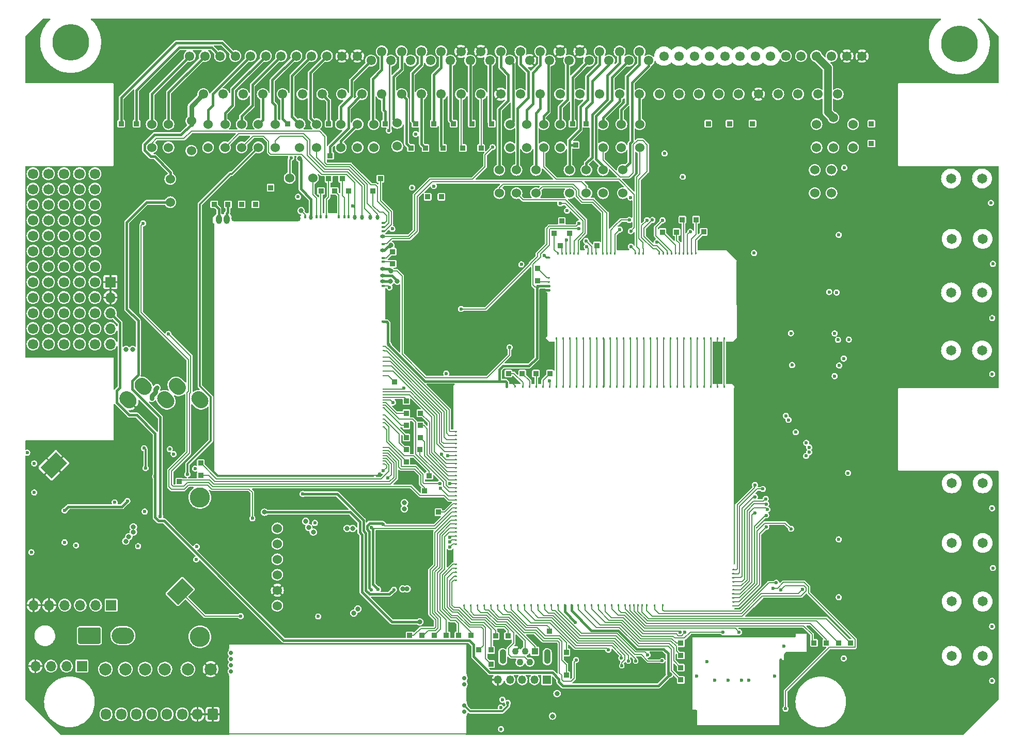
<source format=gbl>
G04 #@! TF.GenerationSoftware,KiCad,Pcbnew,(6.0.5)*
G04 #@! TF.CreationDate,2022-06-21T11:33:01+03:00*
G04 #@! TF.ProjectId,hellen88bmw,68656c6c-656e-4383-9862-6d772e6b6963,B*
G04 #@! TF.SameCoordinates,PX3d1b110PY9269338*
G04 #@! TF.FileFunction,Copper,L4,Bot*
G04 #@! TF.FilePolarity,Positive*
%FSLAX46Y46*%
G04 Gerber Fmt 4.6, Leading zero omitted, Abs format (unit mm)*
G04 Created by KiCad (PCBNEW (6.0.5)) date 2022-06-21 11:33:01*
%MOMM*%
%LPD*%
G01*
G04 APERTURE LIST*
G04 #@! TA.AperFunction,ComponentPad*
%ADD10C,0.599999*%
G04 #@! TD*
G04 #@! TA.AperFunction,SMDPad,CuDef*
%ADD11O,25.600000X0.200000*%
G04 #@! TD*
G04 #@! TA.AperFunction,SMDPad,CuDef*
%ADD12O,0.200000X40.800000*%
G04 #@! TD*
G04 #@! TA.AperFunction,SMDPad,CuDef*
%ADD13O,1.000001X1.500000*%
G04 #@! TD*
G04 #@! TA.AperFunction,SMDPad,CuDef*
%ADD14O,11.400000X1.100000*%
G04 #@! TD*
G04 #@! TA.AperFunction,SMDPad,CuDef*
%ADD15O,0.399999X0.599999*%
G04 #@! TD*
G04 #@! TA.AperFunction,SMDPad,CuDef*
%ADD16O,0.599999X0.800001*%
G04 #@! TD*
G04 #@! TA.AperFunction,SMDPad,CuDef*
%ADD17O,0.599999X0.399999*%
G04 #@! TD*
G04 #@! TA.AperFunction,SMDPad,CuDef*
%ADD18O,0.800001X0.599999*%
G04 #@! TD*
G04 #@! TA.AperFunction,SMDPad,CuDef*
%ADD19O,0.399999X0.200000*%
G04 #@! TD*
G04 #@! TA.AperFunction,ComponentPad*
%ADD20C,1.524000*%
G04 #@! TD*
G04 #@! TA.AperFunction,ComponentPad*
%ADD21C,1.550000*%
G04 #@! TD*
G04 #@! TA.AperFunction,ComponentPad*
%ADD22C,6.000000*%
G04 #@! TD*
G04 #@! TA.AperFunction,ComponentPad*
%ADD23R,1.700000X1.700000*%
G04 #@! TD*
G04 #@! TA.AperFunction,ComponentPad*
%ADD24O,1.700000X1.700000*%
G04 #@! TD*
G04 #@! TA.AperFunction,ComponentPad*
%ADD25C,1.650000*%
G04 #@! TD*
G04 #@! TA.AperFunction,ComponentPad*
%ADD26R,0.850000X0.850000*%
G04 #@! TD*
G04 #@! TA.AperFunction,ComponentPad*
%ADD27O,1.350000X1.350000*%
G04 #@! TD*
G04 #@! TA.AperFunction,ComponentPad*
%ADD28R,1.350000X1.350000*%
G04 #@! TD*
G04 #@! TA.AperFunction,ComponentPad*
%ADD29C,1.700000*%
G04 #@! TD*
G04 #@! TA.AperFunction,ComponentPad*
%ADD30C,2.000000*%
G04 #@! TD*
G04 #@! TA.AperFunction,ComponentPad*
%ADD31C,1.300000*%
G04 #@! TD*
G04 #@! TA.AperFunction,ComponentPad*
%ADD32O,3.700000X2.700000*%
G04 #@! TD*
G04 #@! TA.AperFunction,ComponentPad*
%ADD33C,0.700000*%
G04 #@! TD*
G04 #@! TA.AperFunction,SMDPad,CuDef*
%ADD34R,0.250000X9.750000*%
G04 #@! TD*
G04 #@! TA.AperFunction,SMDPad,CuDef*
%ADD35R,0.250000X5.050000*%
G04 #@! TD*
G04 #@! TA.AperFunction,SMDPad,CuDef*
%ADD36R,0.250000X3.100000*%
G04 #@! TD*
G04 #@! TA.AperFunction,SMDPad,CuDef*
%ADD37R,0.250000X2.250000*%
G04 #@! TD*
G04 #@! TA.AperFunction,SMDPad,CuDef*
%ADD38R,39.250000X0.250000*%
G04 #@! TD*
G04 #@! TA.AperFunction,SMDPad,CuDef*
%ADD39R,0.250000X0.950000*%
G04 #@! TD*
G04 #@! TA.AperFunction,ComponentPad*
%ADD40O,1.700000X1.850000*%
G04 #@! TD*
G04 #@! TA.AperFunction,ComponentPad*
%ADD41O,1.100000X2.400000*%
G04 #@! TD*
G04 #@! TA.AperFunction,ComponentPad*
%ADD42C,1.100000*%
G04 #@! TD*
G04 #@! TA.AperFunction,ComponentPad*
%ADD43R,1.100000X1.100000*%
G04 #@! TD*
G04 #@! TA.AperFunction,ComponentPad*
%ADD44C,3.302000*%
G04 #@! TD*
G04 #@! TA.AperFunction,SMDPad,CuDef*
%ADD45O,1.200000X0.499999*%
G04 #@! TD*
G04 #@! TA.AperFunction,SMDPad,CuDef*
%ADD46O,17.400001X0.399999*%
G04 #@! TD*
G04 #@! TA.AperFunction,SMDPad,CuDef*
%ADD47O,0.499999X2.999999*%
G04 #@! TD*
G04 #@! TA.AperFunction,SMDPad,CuDef*
%ADD48O,0.499999X12.700000*%
G04 #@! TD*
G04 #@! TA.AperFunction,SMDPad,CuDef*
%ADD49O,0.499999X11.400000*%
G04 #@! TD*
G04 #@! TA.AperFunction,SMDPad,CuDef*
%ADD50O,14.449999X0.499999*%
G04 #@! TD*
G04 #@! TA.AperFunction,ViaPad*
%ADD51C,0.600000*%
G04 #@! TD*
G04 #@! TA.AperFunction,ViaPad*
%ADD52C,1.300000*%
G04 #@! TD*
G04 #@! TA.AperFunction,ViaPad*
%ADD53C,0.800000*%
G04 #@! TD*
G04 #@! TA.AperFunction,ViaPad*
%ADD54C,0.812800*%
G04 #@! TD*
G04 #@! TA.AperFunction,Conductor*
%ADD55C,0.200000*%
G04 #@! TD*
G04 #@! TA.AperFunction,Conductor*
%ADD56C,0.300000*%
G04 #@! TD*
G04 #@! TA.AperFunction,Conductor*
%ADD57C,0.250000*%
G04 #@! TD*
G04 #@! TA.AperFunction,Conductor*
%ADD58C,0.400000*%
G04 #@! TD*
G04 #@! TA.AperFunction,Conductor*
%ADD59C,0.800000*%
G04 #@! TD*
G04 #@! TA.AperFunction,Conductor*
%ADD60C,1.300000*%
G04 #@! TD*
G04 #@! TA.AperFunction,Conductor*
%ADD61C,0.254000*%
G04 #@! TD*
G04 APERTURE END LIST*
G04 #@! TO.P,M11,E1,SPI1_SCK*
G04 #@! TO.N,Net-(M11-PadE1)*
G04 #@! TA.AperFunction,SMDPad,CuDef*
G36*
G01*
X70649002Y25723002D02*
X70899002Y25723002D01*
G75*
G02*
X71024002Y25598002I0J-125000D01*
G01*
X71024002Y25598002D01*
G75*
G02*
X70899002Y25473002I-125000J0D01*
G01*
X70649002Y25473002D01*
G75*
G02*
X70524002Y25598002I0J125000D01*
G01*
X70524002Y25598002D01*
G75*
G02*
X70649002Y25723002I125000J0D01*
G01*
G37*
G04 #@! TD.AperFunction*
G04 #@! TO.P,M11,E2,SPI1_MISO*
G04 #@! TO.N,Net-(M11-PadE2)*
G04 #@! TA.AperFunction,SMDPad,CuDef*
G36*
G01*
X70899002Y26133000D02*
X70649002Y26133000D01*
G75*
G02*
X70524002Y26258000I0J125000D01*
G01*
X70524002Y26258000D01*
G75*
G02*
X70649002Y26383000I125000J0D01*
G01*
X70899002Y26383000D01*
G75*
G02*
X71024002Y26258000I0J-125000D01*
G01*
X71024002Y26258000D01*
G75*
G02*
X70899002Y26133000I-125000J0D01*
G01*
G37*
G04 #@! TD.AperFunction*
G04 #@! TO.P,M11,E3,SPI1_MOSI*
G04 #@! TO.N,Net-(M11-PadE3)*
G04 #@! TA.AperFunction,SMDPad,CuDef*
G36*
G01*
X70899002Y26793005D02*
X70649002Y26793005D01*
G75*
G02*
X70524002Y26918005I0J125000D01*
G01*
X70524002Y26918005D01*
G75*
G02*
X70649002Y27043005I125000J0D01*
G01*
X70899002Y27043005D01*
G75*
G02*
X71024002Y26918005I0J-125000D01*
G01*
X71024002Y26918005D01*
G75*
G02*
X70899002Y26793005I-125000J0D01*
G01*
G37*
G04 #@! TD.AperFunction*
G04 #@! TO.P,M11,E4,SPI1_CS1*
G04 #@! TO.N,Net-(M11-PadE4)*
G04 #@! TA.AperFunction,SMDPad,CuDef*
G36*
G01*
X70899002Y27453000D02*
X70649002Y27453000D01*
G75*
G02*
X70524002Y27578000I0J125000D01*
G01*
X70524002Y27578000D01*
G75*
G02*
X70649002Y27703000I125000J0D01*
G01*
X70899002Y27703000D01*
G75*
G02*
X71024002Y27578000I0J-125000D01*
G01*
X71024002Y27578000D01*
G75*
G02*
X70899002Y27453000I-125000J0D01*
G01*
G37*
G04 #@! TD.AperFunction*
G04 #@! TO.P,M11,E5,SPI1_CS2*
G04 #@! TO.N,Net-(M11-PadE5)*
G04 #@! TA.AperFunction,SMDPad,CuDef*
G36*
G01*
X70899002Y28113002D02*
X70649002Y28113002D01*
G75*
G02*
X70524002Y28238002I0J125000D01*
G01*
X70524002Y28238002D01*
G75*
G02*
X70649002Y28363002I125000J0D01*
G01*
X70899002Y28363002D01*
G75*
G02*
X71024002Y28238002I0J-125000D01*
G01*
X71024002Y28238002D01*
G75*
G02*
X70899002Y28113002I-125000J0D01*
G01*
G37*
G04 #@! TD.AperFunction*
G04 #@! TO.P,M11,E6,OUT_IO3*
G04 #@! TO.N,/PUMP*
G04 #@! TA.AperFunction,SMDPad,CuDef*
G36*
G01*
X70899002Y31413003D02*
X70649002Y31413003D01*
G75*
G02*
X70524002Y31538003I0J125000D01*
G01*
X70524002Y31538003D01*
G75*
G02*
X70649002Y31663003I125000J0D01*
G01*
X70899002Y31663003D01*
G75*
G02*
X71024002Y31538003I0J-125000D01*
G01*
X71024002Y31538003D01*
G75*
G02*
X70899002Y31413003I-125000J0D01*
G01*
G37*
G04 #@! TD.AperFunction*
G04 #@! TO.P,M11,E7,OUT_IO5*
G04 #@! TO.N,/EVAP*
G04 #@! TA.AperFunction,SMDPad,CuDef*
G36*
G01*
X70899002Y32073004D02*
X70649002Y32073004D01*
G75*
G02*
X70524002Y32198004I0J125000D01*
G01*
X70524002Y32198004D01*
G75*
G02*
X70649002Y32323004I125000J0D01*
G01*
X70899002Y32323004D01*
G75*
G02*
X71024002Y32198004I0J-125000D01*
G01*
X71024002Y32198004D01*
G75*
G02*
X70899002Y32073004I-125000J0D01*
G01*
G37*
G04 #@! TD.AperFunction*
G04 #@! TO.P,M11,E8,OUT_IO1*
G04 #@! TO.N,/MAIN_RELAY*
G04 #@! TA.AperFunction,SMDPad,CuDef*
G36*
G01*
X70899002Y32733006D02*
X70649002Y32733006D01*
G75*
G02*
X70524002Y32858006I0J125000D01*
G01*
X70524002Y32858006D01*
G75*
G02*
X70649002Y32983006I125000J0D01*
G01*
X70899002Y32983006D01*
G75*
G02*
X71024002Y32858006I0J-125000D01*
G01*
X71024002Y32858006D01*
G75*
G02*
X70899002Y32733006I-125000J0D01*
G01*
G37*
G04 #@! TD.AperFunction*
G04 #@! TO.P,M11,E9,OUT_IO6*
G04 #@! TO.N,Net-(M11-PadE9)*
G04 #@! TA.AperFunction,SMDPad,CuDef*
G36*
G01*
X70899002Y33393004D02*
X70649002Y33393004D01*
G75*
G02*
X70524002Y33518004I0J125000D01*
G01*
X70524002Y33518004D01*
G75*
G02*
X70649002Y33643004I125000J0D01*
G01*
X70899002Y33643004D01*
G75*
G02*
X71024002Y33518004I0J-125000D01*
G01*
X71024002Y33518004D01*
G75*
G02*
X70899002Y33393004I-125000J0D01*
G01*
G37*
G04 #@! TD.AperFunction*
G04 #@! TO.P,M11,E10,OUT_IO10*
G04 #@! TO.N,Net-(M11-PadE10)*
G04 #@! TA.AperFunction,SMDPad,CuDef*
G36*
G01*
X70899002Y34053006D02*
X70649002Y34053006D01*
G75*
G02*
X70524002Y34178006I0J125000D01*
G01*
X70524002Y34178006D01*
G75*
G02*
X70649002Y34303006I125000J0D01*
G01*
X70899002Y34303006D01*
G75*
G02*
X71024002Y34178006I0J-125000D01*
G01*
X71024002Y34178006D01*
G75*
G02*
X70899002Y34053006I-125000J0D01*
G01*
G37*
G04 #@! TD.AperFunction*
G04 #@! TO.P,M11,E11,OUT_IO9*
G04 #@! TO.N,Net-(M11-PadE11)*
G04 #@! TA.AperFunction,SMDPad,CuDef*
G36*
G01*
X70899002Y34713004D02*
X70649002Y34713004D01*
G75*
G02*
X70524002Y34838004I0J125000D01*
G01*
X70524002Y34838004D01*
G75*
G02*
X70649002Y34963004I125000J0D01*
G01*
X70899002Y34963004D01*
G75*
G02*
X71024002Y34838004I0J-125000D01*
G01*
X71024002Y34838004D01*
G75*
G02*
X70899002Y34713004I-125000J0D01*
G01*
G37*
G04 #@! TD.AperFunction*
G04 #@! TO.P,M11,E12,OUT_IO2*
G04 #@! TO.N,Net-(M11-PadE12)*
G04 #@! TA.AperFunction,SMDPad,CuDef*
G36*
G01*
X70899002Y35373005D02*
X70649002Y35373005D01*
G75*
G02*
X70524002Y35498005I0J125000D01*
G01*
X70524002Y35498005D01*
G75*
G02*
X70649002Y35623005I125000J0D01*
G01*
X70899002Y35623005D01*
G75*
G02*
X71024002Y35498005I0J-125000D01*
G01*
X71024002Y35498005D01*
G75*
G02*
X70899002Y35373005I-125000J0D01*
G01*
G37*
G04 #@! TD.AperFunction*
G04 #@! TO.P,M11,E13,OUT_IO12*
G04 #@! TO.N,Net-(M11-PadE13)*
G04 #@! TA.AperFunction,SMDPad,CuDef*
G36*
G01*
X70899002Y36033004D02*
X70649002Y36033004D01*
G75*
G02*
X70524002Y36158004I0J125000D01*
G01*
X70524002Y36158004D01*
G75*
G02*
X70649002Y36283004I125000J0D01*
G01*
X70899002Y36283004D01*
G75*
G02*
X71024002Y36158004I0J-125000D01*
G01*
X71024002Y36158004D01*
G75*
G02*
X70899002Y36033004I-125000J0D01*
G01*
G37*
G04 #@! TD.AperFunction*
G04 #@! TO.P,M11,E14,OUT_PWM2*
G04 #@! TO.N,/+ETB*
G04 #@! TA.AperFunction,SMDPad,CuDef*
G36*
G01*
X70899002Y36693005D02*
X70649002Y36693005D01*
G75*
G02*
X70524002Y36818005I0J125000D01*
G01*
X70524002Y36818005D01*
G75*
G02*
X70649002Y36943005I125000J0D01*
G01*
X70899002Y36943005D01*
G75*
G02*
X71024002Y36818005I0J-125000D01*
G01*
X71024002Y36818005D01*
G75*
G02*
X70899002Y36693005I-125000J0D01*
G01*
G37*
G04 #@! TD.AperFunction*
G04 #@! TO.P,M11,E15,OUT_PWM3*
G04 #@! TO.N,/-ETB*
G04 #@! TA.AperFunction,SMDPad,CuDef*
G36*
G01*
X70899002Y37353004D02*
X70649002Y37353004D01*
G75*
G02*
X70524002Y37478004I0J125000D01*
G01*
X70524002Y37478004D01*
G75*
G02*
X70649002Y37603004I125000J0D01*
G01*
X70899002Y37603004D01*
G75*
G02*
X71024002Y37478004I0J-125000D01*
G01*
X71024002Y37478004D01*
G75*
G02*
X70899002Y37353004I-125000J0D01*
G01*
G37*
G04 #@! TD.AperFunction*
G04 #@! TO.P,M11,E16,OUT_PWM4*
G04 #@! TO.N,Net-(M11-PadE16)*
G04 #@! TA.AperFunction,SMDPad,CuDef*
G36*
G01*
X70899002Y38013005D02*
X70649002Y38013005D01*
G75*
G02*
X70524002Y38138005I0J125000D01*
G01*
X70524002Y38138005D01*
G75*
G02*
X70649002Y38263005I125000J0D01*
G01*
X70899002Y38263005D01*
G75*
G02*
X71024002Y38138005I0J-125000D01*
G01*
X71024002Y38138005D01*
G75*
G02*
X70899002Y38013005I-125000J0D01*
G01*
G37*
G04 #@! TD.AperFunction*
G04 #@! TO.P,M11,E17,OUT_PWM5*
G04 #@! TO.N,/IDLE*
G04 #@! TA.AperFunction,SMDPad,CuDef*
G36*
G01*
X70899002Y38673004D02*
X70649002Y38673004D01*
G75*
G02*
X70524002Y38798004I0J125000D01*
G01*
X70524002Y38798004D01*
G75*
G02*
X70649002Y38923004I125000J0D01*
G01*
X70899002Y38923004D01*
G75*
G02*
X71024002Y38798004I0J-125000D01*
G01*
X71024002Y38798004D01*
G75*
G02*
X70899002Y38673004I-125000J0D01*
G01*
G37*
G04 #@! TD.AperFunction*
G04 #@! TO.P,M11,E18,OUT_PWM6*
G04 #@! TO.N,/FUEL_CONSUM*
G04 #@! TA.AperFunction,SMDPad,CuDef*
G36*
G01*
X70899002Y39333005D02*
X70649002Y39333005D01*
G75*
G02*
X70524002Y39458005I0J125000D01*
G01*
X70524002Y39458005D01*
G75*
G02*
X70649002Y39583005I125000J0D01*
G01*
X70899002Y39583005D01*
G75*
G02*
X71024002Y39458005I0J-125000D01*
G01*
X71024002Y39458005D01*
G75*
G02*
X70899002Y39333005I-125000J0D01*
G01*
G37*
G04 #@! TD.AperFunction*
G04 #@! TO.P,M11,E19,OUT_PWM7*
G04 #@! TO.N,/TACH*
G04 #@! TA.AperFunction,SMDPad,CuDef*
G36*
G01*
X70899002Y39993004D02*
X70649002Y39993004D01*
G75*
G02*
X70524002Y40118004I0J125000D01*
G01*
X70524002Y40118004D01*
G75*
G02*
X70649002Y40243004I125000J0D01*
G01*
X70899002Y40243004D01*
G75*
G02*
X71024002Y40118004I0J-125000D01*
G01*
X71024002Y40118004D01*
G75*
G02*
X70899002Y39993004I-125000J0D01*
G01*
G37*
G04 #@! TD.AperFunction*
G04 #@! TO.P,M11,E20,OUT_IO11*
G04 #@! TO.N,Net-(M11-PadE20)*
G04 #@! TA.AperFunction,SMDPad,CuDef*
G36*
G01*
X70899002Y40653005D02*
X70649002Y40653005D01*
G75*
G02*
X70524002Y40778005I0J125000D01*
G01*
X70524002Y40778005D01*
G75*
G02*
X70649002Y40903005I125000J0D01*
G01*
X70899002Y40903005D01*
G75*
G02*
X71024002Y40778005I0J-125000D01*
G01*
X71024002Y40778005D01*
G75*
G02*
X70899002Y40653005I-125000J0D01*
G01*
G37*
G04 #@! TD.AperFunction*
G04 #@! TO.P,M11,E21,OUT_IO7*
G04 #@! TO.N,/AC_COMPR*
G04 #@! TA.AperFunction,SMDPad,CuDef*
G36*
G01*
X70899002Y41313004D02*
X70649002Y41313004D01*
G75*
G02*
X70524002Y41438004I0J125000D01*
G01*
X70524002Y41438004D01*
G75*
G02*
X70649002Y41563004I125000J0D01*
G01*
X70899002Y41563004D01*
G75*
G02*
X71024002Y41438004I0J-125000D01*
G01*
X71024002Y41438004D01*
G75*
G02*
X70899002Y41313004I-125000J0D01*
G01*
G37*
G04 #@! TD.AperFunction*
G04 #@! TO.P,M11,E22,OUT_IO8*
G04 #@! TO.N,Net-(M11-PadE22)*
G04 #@! TA.AperFunction,SMDPad,CuDef*
G36*
G01*
X70899002Y41973005D02*
X70649002Y41973005D01*
G75*
G02*
X70524002Y42098005I0J125000D01*
G01*
X70524002Y42098005D01*
G75*
G02*
X70649002Y42223005I125000J0D01*
G01*
X70899002Y42223005D01*
G75*
G02*
X71024002Y42098005I0J-125000D01*
G01*
X71024002Y42098005D01*
G75*
G02*
X70899002Y41973005I-125000J0D01*
G01*
G37*
G04 #@! TD.AperFunction*
G04 #@! TO.P,M11,E23,OUT_IO4*
G04 #@! TO.N,Net-(M11-PadE23)*
G04 #@! TA.AperFunction,SMDPad,CuDef*
G36*
G01*
X70899002Y42633004D02*
X70649002Y42633004D01*
G75*
G02*
X70524002Y42758004I0J125000D01*
G01*
X70524002Y42758004D01*
G75*
G02*
X70649002Y42883004I125000J0D01*
G01*
X70899002Y42883004D01*
G75*
G02*
X71024002Y42758004I0J-125000D01*
G01*
X71024002Y42758004D01*
G75*
G02*
X70899002Y42633004I-125000J0D01*
G01*
G37*
G04 #@! TD.AperFunction*
G04 #@! TO.P,M11,E24,OUT_IO13*
G04 #@! TO.N,Net-(M11-PadE24)*
G04 #@! TA.AperFunction,SMDPad,CuDef*
G36*
G01*
X70899002Y43293005D02*
X70649002Y43293005D01*
G75*
G02*
X70524002Y43418005I0J125000D01*
G01*
X70524002Y43418005D01*
G75*
G02*
X70649002Y43543005I125000J0D01*
G01*
X70899002Y43543005D01*
G75*
G02*
X71024002Y43418005I0J-125000D01*
G01*
X71024002Y43418005D01*
G75*
G02*
X70899002Y43293005I-125000J0D01*
G01*
G37*
G04 #@! TD.AperFunction*
G04 #@! TO.P,M11,E25,OUT_INJ1*
G04 #@! TO.N,/INJ1*
G04 #@! TA.AperFunction,SMDPad,CuDef*
G36*
G01*
X70899002Y43953004D02*
X70649002Y43953004D01*
G75*
G02*
X70524002Y44078004I0J125000D01*
G01*
X70524002Y44078004D01*
G75*
G02*
X70649002Y44203004I125000J0D01*
G01*
X70899002Y44203004D01*
G75*
G02*
X71024002Y44078004I0J-125000D01*
G01*
X71024002Y44078004D01*
G75*
G02*
X70899002Y43953004I-125000J0D01*
G01*
G37*
G04 #@! TD.AperFunction*
G04 #@! TO.P,M11,E26,OUT_INJ2*
G04 #@! TO.N,/INJ2*
G04 #@! TA.AperFunction,SMDPad,CuDef*
G36*
G01*
X70899002Y44613005D02*
X70649002Y44613005D01*
G75*
G02*
X70524002Y44738005I0J125000D01*
G01*
X70524002Y44738005D01*
G75*
G02*
X70649002Y44863005I125000J0D01*
G01*
X70899002Y44863005D01*
G75*
G02*
X71024002Y44738005I0J-125000D01*
G01*
X71024002Y44738005D01*
G75*
G02*
X70899002Y44613005I-125000J0D01*
G01*
G37*
G04 #@! TD.AperFunction*
G04 #@! TO.P,M11,E27,OUT_PWM1*
G04 #@! TO.N,/ETB_EN*
G04 #@! TA.AperFunction,SMDPad,CuDef*
G36*
G01*
X70899002Y45273003D02*
X70649002Y45273003D01*
G75*
G02*
X70524002Y45398003I0J125000D01*
G01*
X70524002Y45398003D01*
G75*
G02*
X70649002Y45523003I125000J0D01*
G01*
X70899002Y45523003D01*
G75*
G02*
X71024002Y45398003I0J-125000D01*
G01*
X71024002Y45398003D01*
G75*
G02*
X70899002Y45273003I-125000J0D01*
G01*
G37*
G04 #@! TD.AperFunction*
G04 #@! TO.P,M11,E28,OUT_PWM8*
G04 #@! TO.N,/ICV*
G04 #@! TA.AperFunction,SMDPad,CuDef*
G36*
G01*
X70899002Y45933005D02*
X70649002Y45933005D01*
G75*
G02*
X70524002Y46058005I0J125000D01*
G01*
X70524002Y46058005D01*
G75*
G02*
X70649002Y46183005I125000J0D01*
G01*
X70899002Y46183005D01*
G75*
G02*
X71024002Y46058005I0J-125000D01*
G01*
X71024002Y46058005D01*
G75*
G02*
X70899002Y45933005I-125000J0D01*
G01*
G37*
G04 #@! TD.AperFunction*
G04 #@! TO.P,M11,E29,OUT_INJ3*
G04 #@! TO.N,/INJ3*
G04 #@! TA.AperFunction,SMDPad,CuDef*
G36*
G01*
X70899002Y46593003D02*
X70649002Y46593003D01*
G75*
G02*
X70524002Y46718003I0J125000D01*
G01*
X70524002Y46718003D01*
G75*
G02*
X70649002Y46843003I125000J0D01*
G01*
X70899002Y46843003D01*
G75*
G02*
X71024002Y46718003I0J-125000D01*
G01*
X71024002Y46718003D01*
G75*
G02*
X70899002Y46593003I-125000J0D01*
G01*
G37*
G04 #@! TD.AperFunction*
G04 #@! TO.P,M11,E30,OUT_INJ4*
G04 #@! TO.N,/INJ4*
G04 #@! TA.AperFunction,SMDPad,CuDef*
G36*
G01*
X70899002Y47253005D02*
X70649002Y47253005D01*
G75*
G02*
X70524002Y47378005I0J125000D01*
G01*
X70524002Y47378005D01*
G75*
G02*
X70649002Y47503005I125000J0D01*
G01*
X70899002Y47503005D01*
G75*
G02*
X71024002Y47378005I0J-125000D01*
G01*
X71024002Y47378005D01*
G75*
G02*
X70899002Y47253005I-125000J0D01*
G01*
G37*
G04 #@! TD.AperFunction*
G04 #@! TO.P,M11,E31,OUT_INJ5*
G04 #@! TO.N,/INJ5*
G04 #@! TA.AperFunction,SMDPad,CuDef*
G36*
G01*
X70899002Y47913003D02*
X70649002Y47913003D01*
G75*
G02*
X70524002Y48038003I0J125000D01*
G01*
X70524002Y48038003D01*
G75*
G02*
X70649002Y48163003I125000J0D01*
G01*
X70899002Y48163003D01*
G75*
G02*
X71024002Y48038003I0J-125000D01*
G01*
X71024002Y48038003D01*
G75*
G02*
X70899002Y47913003I-125000J0D01*
G01*
G37*
G04 #@! TD.AperFunction*
G04 #@! TO.P,M11,E32,OUT_INJ6*
G04 #@! TO.N,/INJ6*
G04 #@! TA.AperFunction,SMDPad,CuDef*
G36*
G01*
X70899002Y48573004D02*
X70649002Y48573004D01*
G75*
G02*
X70524002Y48698004I0J125000D01*
G01*
X70524002Y48698004D01*
G75*
G02*
X70649002Y48823004I125000J0D01*
G01*
X70899002Y48823004D01*
G75*
G02*
X71024002Y48698004I0J-125000D01*
G01*
X71024002Y48698004D01*
G75*
G02*
X70899002Y48573004I-125000J0D01*
G01*
G37*
G04 #@! TD.AperFunction*
G04 #@! TO.P,M11,E33,OUT_INJ7*
G04 #@! TO.N,/INJ7*
G04 #@! TA.AperFunction,SMDPad,CuDef*
G36*
G01*
X70899002Y49233003D02*
X70649002Y49233003D01*
G75*
G02*
X70524002Y49358003I0J125000D01*
G01*
X70524002Y49358003D01*
G75*
G02*
X70649002Y49483003I125000J0D01*
G01*
X70899002Y49483003D01*
G75*
G02*
X71024002Y49358003I0J-125000D01*
G01*
X71024002Y49358003D01*
G75*
G02*
X70899002Y49233003I-125000J0D01*
G01*
G37*
G04 #@! TD.AperFunction*
G04 #@! TO.P,M11,E34,OUT_INJ8*
G04 #@! TO.N,/INJ8*
G04 #@! TA.AperFunction,SMDPad,CuDef*
G36*
G01*
X70899002Y49893004D02*
X70649002Y49893004D01*
G75*
G02*
X70524002Y50018004I0J125000D01*
G01*
X70524002Y50018004D01*
G75*
G02*
X70649002Y50143004I125000J0D01*
G01*
X70899002Y50143004D01*
G75*
G02*
X71024002Y50018004I0J-125000D01*
G01*
X71024002Y50018004D01*
G75*
G02*
X70899002Y49893004I-125000J0D01*
G01*
G37*
G04 #@! TD.AperFunction*
G04 #@! TO.P,M11,N1,CAN_VIO*
G04 #@! TO.N,/CAN_VIO*
G04 #@! TA.AperFunction,SMDPad,CuDef*
G36*
G01*
X104596000Y21346000D02*
X104596000Y21596000D01*
G75*
G02*
X104721000Y21721000I125000J0D01*
G01*
X104721000Y21721000D01*
G75*
G02*
X104846000Y21596000I0J-125000D01*
G01*
X104846000Y21346000D01*
G75*
G02*
X104721000Y21221000I-125000J0D01*
G01*
X104721000Y21221000D01*
G75*
G02*
X104596000Y21346000I0J125000D01*
G01*
G37*
G04 #@! TD.AperFunction*
G04 #@! TO.P,M11,N2,CAN_RX*
G04 #@! TO.N,/CAN_RX*
G04 #@! TA.AperFunction,SMDPad,CuDef*
G36*
G01*
X103525998Y21596000D02*
X103525998Y21346000D01*
G75*
G02*
X103400998Y21221000I-125000J0D01*
G01*
X103400998Y21221000D01*
G75*
G02*
X103275998Y21346000I0J125000D01*
G01*
X103275998Y21596000D01*
G75*
G02*
X103400998Y21721000I125000J0D01*
G01*
X103400998Y21721000D01*
G75*
G02*
X103525998Y21596000I0J-125000D01*
G01*
G37*
G04 #@! TD.AperFunction*
G04 #@! TO.P,M11,N3,CAN_TX*
G04 #@! TO.N,/CAN_TX*
G04 #@! TA.AperFunction,SMDPad,CuDef*
G36*
G01*
X102205995Y21596000D02*
X102205995Y21346000D01*
G75*
G02*
X102080995Y21221000I-125000J0D01*
G01*
X102080995Y21221000D01*
G75*
G02*
X101955995Y21346000I0J125000D01*
G01*
X101955995Y21596000D01*
G75*
G02*
X102080995Y21721000I125000J0D01*
G01*
X102080995Y21721000D01*
G75*
G02*
X102205995Y21596000I0J-125000D01*
G01*
G37*
G04 #@! TD.AperFunction*
G04 #@! TO.P,M11,N4,UART8_TX*
G04 #@! TO.N,Net-(M11-PadN4)*
G04 #@! TA.AperFunction,SMDPad,CuDef*
G36*
G01*
X101445997Y21596000D02*
X101445997Y21346000D01*
G75*
G02*
X101320997Y21221000I-125000J0D01*
G01*
X101320997Y21221000D01*
G75*
G02*
X101195997Y21346000I0J125000D01*
G01*
X101195997Y21596000D01*
G75*
G02*
X101320997Y21721000I125000J0D01*
G01*
X101320997Y21721000D01*
G75*
G02*
X101445997Y21596000I0J-125000D01*
G01*
G37*
G04 #@! TD.AperFunction*
G04 #@! TO.P,M11,N5,UART8_RX*
G04 #@! TO.N,Net-(M11-PadN5)*
G04 #@! TA.AperFunction,SMDPad,CuDef*
G36*
G01*
X100780994Y21596000D02*
X100780994Y21346000D01*
G75*
G02*
X100655994Y21221000I-125000J0D01*
G01*
X100655994Y21221000D01*
G75*
G02*
X100530994Y21346000I0J125000D01*
G01*
X100530994Y21596000D01*
G75*
G02*
X100655994Y21721000I125000J0D01*
G01*
X100655994Y21721000D01*
G75*
G02*
X100780994Y21596000I0J-125000D01*
G01*
G37*
G04 #@! TD.AperFunction*
G04 #@! TO.P,M11,N6,UART2_TX*
G04 #@! TO.N,Net-(M11-PadN6)*
G04 #@! TA.AperFunction,SMDPad,CuDef*
G36*
G01*
X100115992Y21596000D02*
X100115992Y21346000D01*
G75*
G02*
X99990992Y21221000I-125000J0D01*
G01*
X99990992Y21221000D01*
G75*
G02*
X99865992Y21346000I0J125000D01*
G01*
X99865992Y21596000D01*
G75*
G02*
X99990992Y21721000I125000J0D01*
G01*
X99990992Y21721000D01*
G75*
G02*
X100115992Y21596000I0J-125000D01*
G01*
G37*
G04 #@! TD.AperFunction*
G04 #@! TO.P,M11,N7,UART2_RX*
G04 #@! TO.N,Net-(M11-PadN7)*
G04 #@! TA.AperFunction,SMDPad,CuDef*
G36*
G01*
X99451002Y21596000D02*
X99451002Y21346000D01*
G75*
G02*
X99326002Y21221000I-125000J0D01*
G01*
X99326002Y21221000D01*
G75*
G02*
X99201002Y21346000I0J125000D01*
G01*
X99201002Y21596000D01*
G75*
G02*
X99326002Y21721000I125000J0D01*
G01*
X99326002Y21721000D01*
G75*
G02*
X99451002Y21596000I0J-125000D01*
G01*
G37*
G04 #@! TD.AperFunction*
G04 #@! TO.P,M11,N8,SPI3_CS*
G04 #@! TO.N,/SD_CS*
G04 #@! TA.AperFunction,SMDPad,CuDef*
G36*
G01*
X98676002Y21596000D02*
X98676002Y21346000D01*
G75*
G02*
X98551002Y21221000I-125000J0D01*
G01*
X98551002Y21221000D01*
G75*
G02*
X98426002Y21346000I0J125000D01*
G01*
X98426002Y21596000D01*
G75*
G02*
X98551002Y21721000I125000J0D01*
G01*
X98551002Y21721000D01*
G75*
G02*
X98676002Y21596000I0J-125000D01*
G01*
G37*
G04 #@! TD.AperFunction*
G04 #@! TO.P,M11,N9,SPI3_SCK*
G04 #@! TO.N,/SD_CLK*
G04 #@! TA.AperFunction,SMDPad,CuDef*
G36*
G01*
X97576004Y21596000D02*
X97576004Y21346000D01*
G75*
G02*
X97451004Y21221000I-125000J0D01*
G01*
X97451004Y21221000D01*
G75*
G02*
X97326004Y21346000I0J125000D01*
G01*
X97326004Y21596000D01*
G75*
G02*
X97451004Y21721000I125000J0D01*
G01*
X97451004Y21721000D01*
G75*
G02*
X97576004Y21596000I0J-125000D01*
G01*
G37*
G04 #@! TD.AperFunction*
G04 #@! TO.P,M11,N10,SPI3_MISO*
G04 #@! TO.N,/SD_MISO*
G04 #@! TA.AperFunction,SMDPad,CuDef*
G36*
G01*
X96476007Y21596000D02*
X96476007Y21346000D01*
G75*
G02*
X96351007Y21221000I-125000J0D01*
G01*
X96351007Y21221000D01*
G75*
G02*
X96226007Y21346000I0J125000D01*
G01*
X96226007Y21596000D01*
G75*
G02*
X96351007Y21721000I125000J0D01*
G01*
X96351007Y21721000D01*
G75*
G02*
X96476007Y21596000I0J-125000D01*
G01*
G37*
G04 #@! TD.AperFunction*
G04 #@! TO.P,M11,N11,SPI3_MOSI*
G04 #@! TO.N,/SD_MOSI*
G04 #@! TA.AperFunction,SMDPad,CuDef*
G36*
G01*
X95376009Y21596000D02*
X95376009Y21346000D01*
G75*
G02*
X95251009Y21221000I-125000J0D01*
G01*
X95251009Y21221000D01*
G75*
G02*
X95126009Y21346000I0J125000D01*
G01*
X95126009Y21596000D01*
G75*
G02*
X95251009Y21721000I125000J0D01*
G01*
X95251009Y21721000D01*
G75*
G02*
X95376009Y21596000I0J-125000D01*
G01*
G37*
G04 #@! TD.AperFunction*
G04 #@! TO.P,M11,N12,IO1*
G04 #@! TO.N,Net-(M11-PadN12)*
G04 #@! TA.AperFunction,SMDPad,CuDef*
G36*
G01*
X94276011Y21596000D02*
X94276011Y21346000D01*
G75*
G02*
X94151011Y21221000I-125000J0D01*
G01*
X94151011Y21221000D01*
G75*
G02*
X94026011Y21346000I0J125000D01*
G01*
X94026011Y21596000D01*
G75*
G02*
X94151011Y21721000I125000J0D01*
G01*
X94151011Y21721000D01*
G75*
G02*
X94276011Y21596000I0J-125000D01*
G01*
G37*
G04 #@! TD.AperFunction*
G04 #@! TO.P,M11,N13,IO2*
G04 #@! TO.N,Net-(M11-PadN13)*
G04 #@! TA.AperFunction,SMDPad,CuDef*
G36*
G01*
X93176013Y21596000D02*
X93176013Y21346000D01*
G75*
G02*
X93051013Y21221000I-125000J0D01*
G01*
X93051013Y21221000D01*
G75*
G02*
X92926013Y21346000I0J125000D01*
G01*
X92926013Y21596000D01*
G75*
G02*
X93051013Y21721000I125000J0D01*
G01*
X93051013Y21721000D01*
G75*
G02*
X93176013Y21596000I0J-125000D01*
G01*
G37*
G04 #@! TD.AperFunction*
G04 #@! TO.P,M11,N14,IO3*
G04 #@! TO.N,Net-(M11-PadN14)*
G04 #@! TA.AperFunction,SMDPad,CuDef*
G36*
G01*
X92076015Y21596000D02*
X92076015Y21346000D01*
G75*
G02*
X91951015Y21221000I-125000J0D01*
G01*
X91951015Y21221000D01*
G75*
G02*
X91826015Y21346000I0J125000D01*
G01*
X91826015Y21596000D01*
G75*
G02*
X91951015Y21721000I125000J0D01*
G01*
X91951015Y21721000D01*
G75*
G02*
X92076015Y21596000I0J-125000D01*
G01*
G37*
G04 #@! TD.AperFunction*
G04 #@! TO.P,M11,N15,IO4*
G04 #@! TO.N,Net-(M11-PadN15)*
G04 #@! TA.AperFunction,SMDPad,CuDef*
G36*
G01*
X90976018Y21596000D02*
X90976018Y21346000D01*
G75*
G02*
X90851018Y21221000I-125000J0D01*
G01*
X90851018Y21221000D01*
G75*
G02*
X90726018Y21346000I0J125000D01*
G01*
X90726018Y21596000D01*
G75*
G02*
X90851018Y21721000I125000J0D01*
G01*
X90851018Y21721000D01*
G75*
G02*
X90976018Y21596000I0J-125000D01*
G01*
G37*
G04 #@! TD.AperFunction*
G04 #@! TO.P,M11,N16,V33*
G04 #@! TO.N,+3V3*
G04 #@! TA.AperFunction,SMDPad,CuDef*
G36*
G01*
X89876020Y21596000D02*
X89876020Y21346000D01*
G75*
G02*
X89751020Y21221000I-125000J0D01*
G01*
X89751020Y21221000D01*
G75*
G02*
X89626020Y21346000I0J125000D01*
G01*
X89626020Y21596000D01*
G75*
G02*
X89751020Y21721000I125000J0D01*
G01*
X89751020Y21721000D01*
G75*
G02*
X89876020Y21596000I0J-125000D01*
G01*
G37*
G04 #@! TD.AperFunction*
G04 #@! TO.P,M11,N17,VBAT*
G04 #@! TO.N,/VBAT*
G04 #@! TA.AperFunction,SMDPad,CuDef*
G36*
G01*
X88776022Y21596000D02*
X88776022Y21346000D01*
G75*
G02*
X88651022Y21221000I-125000J0D01*
G01*
X88651022Y21221000D01*
G75*
G02*
X88526022Y21346000I0J125000D01*
G01*
X88526022Y21596000D01*
G75*
G02*
X88651022Y21721000I125000J0D01*
G01*
X88651022Y21721000D01*
G75*
G02*
X88776022Y21596000I0J-125000D01*
G01*
G37*
G04 #@! TD.AperFunction*
G04 #@! TO.P,M11,N18,I2C_SDA*
G04 #@! TO.N,/LPS_SDA*
G04 #@! TA.AperFunction,SMDPad,CuDef*
G36*
G01*
X87676024Y21596000D02*
X87676024Y21346000D01*
G75*
G02*
X87551024Y21221000I-125000J0D01*
G01*
X87551024Y21221000D01*
G75*
G02*
X87426024Y21346000I0J125000D01*
G01*
X87426024Y21596000D01*
G75*
G02*
X87551024Y21721000I125000J0D01*
G01*
X87551024Y21721000D01*
G75*
G02*
X87676024Y21596000I0J-125000D01*
G01*
G37*
G04 #@! TD.AperFunction*
G04 #@! TO.P,M11,N19,I2C_SCL*
G04 #@! TO.N,/LPS_SCL*
G04 #@! TA.AperFunction,SMDPad,CuDef*
G36*
G01*
X86576026Y21596000D02*
X86576026Y21346000D01*
G75*
G02*
X86451026Y21221000I-125000J0D01*
G01*
X86451026Y21221000D01*
G75*
G02*
X86326026Y21346000I0J125000D01*
G01*
X86326026Y21596000D01*
G75*
G02*
X86451026Y21721000I125000J0D01*
G01*
X86451026Y21721000D01*
G75*
G02*
X86576026Y21596000I0J-125000D01*
G01*
G37*
G04 #@! TD.AperFunction*
G04 #@! TO.P,M11,N20,SPI2_SCK*
G04 #@! TO.N,/SPI_SCK*
G04 #@! TA.AperFunction,SMDPad,CuDef*
G36*
G01*
X85476029Y21596000D02*
X85476029Y21346000D01*
G75*
G02*
X85351029Y21221000I-125000J0D01*
G01*
X85351029Y21221000D01*
G75*
G02*
X85226029Y21346000I0J125000D01*
G01*
X85226029Y21596000D01*
G75*
G02*
X85351029Y21721000I125000J0D01*
G01*
X85351029Y21721000D01*
G75*
G02*
X85476029Y21596000I0J-125000D01*
G01*
G37*
G04 #@! TD.AperFunction*
G04 #@! TO.P,M11,N21,SPI2_MISO*
G04 #@! TO.N,/SPI_MISO*
G04 #@! TA.AperFunction,SMDPad,CuDef*
G36*
G01*
X84376031Y21596000D02*
X84376031Y21346000D01*
G75*
G02*
X84251031Y21221000I-125000J0D01*
G01*
X84251031Y21221000D01*
G75*
G02*
X84126031Y21346000I0J125000D01*
G01*
X84126031Y21596000D01*
G75*
G02*
X84251031Y21721000I125000J0D01*
G01*
X84251031Y21721000D01*
G75*
G02*
X84376031Y21596000I0J-125000D01*
G01*
G37*
G04 #@! TD.AperFunction*
G04 #@! TO.P,M11,N22,SPI2_MOSI*
G04 #@! TO.N,/SPI_MOSI*
G04 #@! TA.AperFunction,SMDPad,CuDef*
G36*
G01*
X83276033Y21596000D02*
X83276033Y21346000D01*
G75*
G02*
X83151033Y21221000I-125000J0D01*
G01*
X83151033Y21221000D01*
G75*
G02*
X83026033Y21346000I0J125000D01*
G01*
X83026033Y21596000D01*
G75*
G02*
X83151033Y21721000I125000J0D01*
G01*
X83151033Y21721000D01*
G75*
G02*
X83276033Y21596000I0J-125000D01*
G01*
G37*
G04 #@! TD.AperFunction*
G04 #@! TO.P,M11,N23,SPI2_CS*
G04 #@! TO.N,/SPI_CS*
G04 #@! TA.AperFunction,SMDPad,CuDef*
G36*
G01*
X82176035Y21596000D02*
X82176035Y21346000D01*
G75*
G02*
X82051035Y21221000I-125000J0D01*
G01*
X82051035Y21221000D01*
G75*
G02*
X81926035Y21346000I0J125000D01*
G01*
X81926035Y21596000D01*
G75*
G02*
X82051035Y21721000I125000J0D01*
G01*
X82051035Y21721000D01*
G75*
G02*
X82176035Y21596000I0J-125000D01*
G01*
G37*
G04 #@! TD.AperFunction*
G04 #@! TO.P,M11,N24,nReset*
G04 #@! TO.N,/NRESET*
G04 #@! TA.AperFunction,SMDPad,CuDef*
G36*
G01*
X81076037Y21596000D02*
X81076037Y21346000D01*
G75*
G02*
X80951037Y21221000I-125000J0D01*
G01*
X80951037Y21221000D01*
G75*
G02*
X80826037Y21346000I0J125000D01*
G01*
X80826037Y21596000D01*
G75*
G02*
X80951037Y21721000I125000J0D01*
G01*
X80951037Y21721000D01*
G75*
G02*
X81076037Y21596000I0J-125000D01*
G01*
G37*
G04 #@! TD.AperFunction*
G04 #@! TO.P,M11,N25,SWCLK*
G04 #@! TO.N,Net-(M11-PadN25)*
G04 #@! TA.AperFunction,SMDPad,CuDef*
G36*
G01*
X79976040Y21596000D02*
X79976040Y21346000D01*
G75*
G02*
X79851040Y21221000I-125000J0D01*
G01*
X79851040Y21221000D01*
G75*
G02*
X79726040Y21346000I0J125000D01*
G01*
X79726040Y21596000D01*
G75*
G02*
X79851040Y21721000I125000J0D01*
G01*
X79851040Y21721000D01*
G75*
G02*
X79976040Y21596000I0J-125000D01*
G01*
G37*
G04 #@! TD.AperFunction*
G04 #@! TO.P,M11,N26,SWDIO*
G04 #@! TO.N,Net-(M11-PadN26)*
G04 #@! TA.AperFunction,SMDPad,CuDef*
G36*
G01*
X78876042Y21596000D02*
X78876042Y21346000D01*
G75*
G02*
X78751042Y21221000I-125000J0D01*
G01*
X78751042Y21221000D01*
G75*
G02*
X78626042Y21346000I0J125000D01*
G01*
X78626042Y21596000D01*
G75*
G02*
X78751042Y21721000I125000J0D01*
G01*
X78751042Y21721000D01*
G75*
G02*
X78876042Y21596000I0J-125000D01*
G01*
G37*
G04 #@! TD.AperFunction*
G04 #@! TO.P,M11,N27,SWO*
G04 #@! TO.N,Net-(M11-PadN27)*
G04 #@! TA.AperFunction,SMDPad,CuDef*
G36*
G01*
X77776044Y21596000D02*
X77776044Y21346000D01*
G75*
G02*
X77651044Y21221000I-125000J0D01*
G01*
X77651044Y21221000D01*
G75*
G02*
X77526044Y21346000I0J125000D01*
G01*
X77526044Y21596000D01*
G75*
G02*
X77651044Y21721000I125000J0D01*
G01*
X77651044Y21721000D01*
G75*
G02*
X77776044Y21596000I0J-125000D01*
G01*
G37*
G04 #@! TD.AperFunction*
G04 #@! TO.P,M11,N28,BOOT0*
G04 #@! TO.N,/BOOT0*
G04 #@! TA.AperFunction,SMDPad,CuDef*
G36*
G01*
X76676046Y21596000D02*
X76676046Y21346000D01*
G75*
G02*
X76551046Y21221000I-125000J0D01*
G01*
X76551046Y21221000D01*
G75*
G02*
X76426046Y21346000I0J125000D01*
G01*
X76426046Y21596000D01*
G75*
G02*
X76551046Y21721000I125000J0D01*
G01*
X76551046Y21721000D01*
G75*
G02*
X76676046Y21596000I0J-125000D01*
G01*
G37*
G04 #@! TD.AperFunction*
G04 #@! TO.P,M11,N29,VBUS*
G04 #@! TO.N,/VBUS*
G04 #@! TA.AperFunction,SMDPad,CuDef*
G36*
G01*
X75576048Y21596000D02*
X75576048Y21346000D01*
G75*
G02*
X75451048Y21221000I-125000J0D01*
G01*
X75451048Y21221000D01*
G75*
G02*
X75326048Y21346000I0J125000D01*
G01*
X75326048Y21596000D01*
G75*
G02*
X75451048Y21721000I125000J0D01*
G01*
X75451048Y21721000D01*
G75*
G02*
X75576048Y21596000I0J-125000D01*
G01*
G37*
G04 #@! TD.AperFunction*
G04 #@! TO.P,M11,N30,USB1P*
G04 #@! TO.N,/USBP*
G04 #@! TA.AperFunction,SMDPad,CuDef*
G36*
G01*
X74476051Y21596000D02*
X74476051Y21346000D01*
G75*
G02*
X74351051Y21221000I-125000J0D01*
G01*
X74351051Y21221000D01*
G75*
G02*
X74226051Y21346000I0J125000D01*
G01*
X74226051Y21596000D01*
G75*
G02*
X74351051Y21721000I125000J0D01*
G01*
X74351051Y21721000D01*
G75*
G02*
X74476051Y21596000I0J-125000D01*
G01*
G37*
G04 #@! TD.AperFunction*
G04 #@! TO.P,M11,N31,USB1M*
G04 #@! TO.N,/USBM*
G04 #@! TA.AperFunction,SMDPad,CuDef*
G36*
G01*
X73376053Y21596000D02*
X73376053Y21346000D01*
G75*
G02*
X73251053Y21221000I-125000J0D01*
G01*
X73251053Y21221000D01*
G75*
G02*
X73126053Y21346000I0J125000D01*
G01*
X73126053Y21596000D01*
G75*
G02*
X73251053Y21721000I125000J0D01*
G01*
X73251053Y21721000D01*
G75*
G02*
X73376053Y21596000I0J-125000D01*
G01*
G37*
G04 #@! TD.AperFunction*
G04 #@! TO.P,M11,N32,USB1ID*
G04 #@! TO.N,Net-(M11-PadN32)*
G04 #@! TA.AperFunction,SMDPad,CuDef*
G36*
G01*
X72276055Y21596000D02*
X72276055Y21346000D01*
G75*
G02*
X72151055Y21221000I-125000J0D01*
G01*
X72151055Y21221000D01*
G75*
G02*
X72026055Y21346000I0J125000D01*
G01*
X72026055Y21596000D01*
G75*
G02*
X72151055Y21721000I125000J0D01*
G01*
X72151055Y21721000D01*
G75*
G02*
X72276055Y21596000I0J-125000D01*
G01*
G37*
G04 #@! TD.AperFunction*
G04 #@! TO.P,M11,S1,V5*
G04 #@! TO.N,+5V*
G04 #@! TA.AperFunction,SMDPad,CuDef*
G36*
G01*
X79275998Y57525000D02*
X79275998Y57275000D01*
G75*
G02*
X79150998Y57150000I-125000J0D01*
G01*
X79150998Y57150000D01*
G75*
G02*
X79025998Y57275000I0J125000D01*
G01*
X79025998Y57525000D01*
G75*
G02*
X79150998Y57650000I125000J0D01*
G01*
X79150998Y57650000D01*
G75*
G02*
X79275998Y57525000I0J-125000D01*
G01*
G37*
G04 #@! TD.AperFunction*
G04 #@! TO.P,M11,S2,GND*
G04 #@! TO.N,GND*
G04 #@! TA.AperFunction,SMDPad,CuDef*
G36*
G01*
X116336000Y28283000D02*
X116336000Y57083000D01*
G75*
G02*
X116436000Y57183000I100000J0D01*
G01*
X116436000Y57183000D01*
G75*
G02*
X116536000Y57083000I0J-100000D01*
G01*
X116536000Y28283000D01*
G75*
G02*
X116436000Y28183000I-100000J0D01*
G01*
X116436000Y28183000D01*
G75*
G02*
X116336000Y28283000I0J100000D01*
G01*
G37*
G04 #@! TD.AperFunction*
G04 #@! TA.AperFunction,SMDPad,CuDef*
G36*
G01*
X80346000Y57275000D02*
X80346000Y57525000D01*
G75*
G02*
X80471000Y57650000I125000J0D01*
G01*
X80471000Y57650000D01*
G75*
G02*
X80596000Y57525000I0J-125000D01*
G01*
X80596000Y57275000D01*
G75*
G02*
X80471000Y57150000I-125000J0D01*
G01*
X80471000Y57150000D01*
G75*
G02*
X80346000Y57275000I0J125000D01*
G01*
G37*
G04 #@! TD.AperFunction*
G04 #@! TO.P,M11,S3,IN_D1*
G04 #@! TO.N,Net-(M11-PadS3)*
G04 #@! TA.AperFunction,SMDPad,CuDef*
G36*
G01*
X81666003Y57275000D02*
X81666003Y57525000D01*
G75*
G02*
X81791003Y57650000I125000J0D01*
G01*
X81791003Y57650000D01*
G75*
G02*
X81916003Y57525000I0J-125000D01*
G01*
X81916003Y57275000D01*
G75*
G02*
X81791003Y57150000I-125000J0D01*
G01*
X81791003Y57150000D01*
G75*
G02*
X81666003Y57275000I0J125000D01*
G01*
G37*
G04 #@! TD.AperFunction*
G04 #@! TO.P,M11,S4,IN_D2*
G04 #@! TO.N,Net-(M11-PadS4)*
G04 #@! TA.AperFunction,SMDPad,CuDef*
G36*
G01*
X82766000Y57275000D02*
X82766000Y57525000D01*
G75*
G02*
X82891000Y57650000I125000J0D01*
G01*
X82891000Y57650000D01*
G75*
G02*
X83016000Y57525000I0J-125000D01*
G01*
X83016000Y57275000D01*
G75*
G02*
X82891000Y57150000I-125000J0D01*
G01*
X82891000Y57150000D01*
G75*
G02*
X82766000Y57275000I0J125000D01*
G01*
G37*
G04 #@! TD.AperFunction*
G04 #@! TO.P,M11,S5,IN_D3*
G04 #@! TO.N,Net-(M11-PadS5)*
G04 #@! TA.AperFunction,SMDPad,CuDef*
G36*
G01*
X83865998Y57275000D02*
X83865998Y57525000D01*
G75*
G02*
X83990998Y57650000I125000J0D01*
G01*
X83990998Y57650000D01*
G75*
G02*
X84115998Y57525000I0J-125000D01*
G01*
X84115998Y57275000D01*
G75*
G02*
X83990998Y57150000I-125000J0D01*
G01*
X83990998Y57150000D01*
G75*
G02*
X83865998Y57275000I0J125000D01*
G01*
G37*
G04 #@! TD.AperFunction*
G04 #@! TO.P,M11,S6,IN_D4*
G04 #@! TO.N,Net-(M11-PadS6)*
G04 #@! TA.AperFunction,SMDPad,CuDef*
G36*
G01*
X84965996Y57275000D02*
X84965996Y57525000D01*
G75*
G02*
X85090996Y57650000I125000J0D01*
G01*
X85090996Y57650000D01*
G75*
G02*
X85215996Y57525000I0J-125000D01*
G01*
X85215996Y57275000D01*
G75*
G02*
X85090996Y57150000I-125000J0D01*
G01*
X85090996Y57150000D01*
G75*
G02*
X84965996Y57275000I0J125000D01*
G01*
G37*
G04 #@! TD.AperFunction*
G04 #@! TO.P,M11,S7,VIGN*
G04 #@! TO.N,/VIGN*
G04 #@! TA.AperFunction,SMDPad,CuDef*
G36*
G01*
X86065994Y57275000D02*
X86065994Y57525000D01*
G75*
G02*
X86190994Y57650000I125000J0D01*
G01*
X86190994Y57650000D01*
G75*
G02*
X86315994Y57525000I0J-125000D01*
G01*
X86315994Y57275000D01*
G75*
G02*
X86190994Y57150000I-125000J0D01*
G01*
X86190994Y57150000D01*
G75*
G02*
X86065994Y57275000I0J125000D01*
G01*
G37*
G04 #@! TD.AperFunction*
G04 #@! TO.P,M11,S8,IN_SENS1*
G04 #@! TO.N,/SENS1*
G04 #@! TA.AperFunction,SMDPad,CuDef*
G36*
G01*
X87165992Y57275000D02*
X87165992Y57525000D01*
G75*
G02*
X87290992Y57650000I125000J0D01*
G01*
X87290992Y57650000D01*
G75*
G02*
X87415992Y57525000I0J-125000D01*
G01*
X87415992Y57275000D01*
G75*
G02*
X87290992Y57150000I-125000J0D01*
G01*
X87290992Y57150000D01*
G75*
G02*
X87165992Y57275000I0J125000D01*
G01*
G37*
G04 #@! TD.AperFunction*
G04 #@! TO.P,M11,S9,IN_SENS2*
G04 #@! TO.N,/SENS2*
G04 #@! TA.AperFunction,SMDPad,CuDef*
G36*
G01*
X88265989Y57275000D02*
X88265989Y57525000D01*
G75*
G02*
X88390989Y57650000I125000J0D01*
G01*
X88390989Y57650000D01*
G75*
G02*
X88515989Y57525000I0J-125000D01*
G01*
X88515989Y57275000D01*
G75*
G02*
X88390989Y57150000I-125000J0D01*
G01*
X88390989Y57150000D01*
G75*
G02*
X88265989Y57275000I0J125000D01*
G01*
G37*
G04 #@! TD.AperFunction*
G04 #@! TO.P,M11,S10,IN_SENS3*
G04 #@! TO.N,/INK2*
G04 #@! TA.AperFunction,SMDPad,CuDef*
G36*
G01*
X89365987Y57275000D02*
X89365987Y57525000D01*
G75*
G02*
X89490987Y57650000I125000J0D01*
G01*
X89490987Y57650000D01*
G75*
G02*
X89615987Y57525000I0J-125000D01*
G01*
X89615987Y57275000D01*
G75*
G02*
X89490987Y57150000I-125000J0D01*
G01*
X89490987Y57150000D01*
G75*
G02*
X89365987Y57275000I0J125000D01*
G01*
G37*
G04 #@! TD.AperFunction*
G04 #@! TO.P,M11,S11,IN_SENS4*
G04 #@! TO.N,/SENS4*
G04 #@! TA.AperFunction,SMDPad,CuDef*
G36*
G01*
X90465985Y57275000D02*
X90465985Y57525000D01*
G75*
G02*
X90590985Y57650000I125000J0D01*
G01*
X90590985Y57650000D01*
G75*
G02*
X90715985Y57525000I0J-125000D01*
G01*
X90715985Y57275000D01*
G75*
G02*
X90590985Y57150000I-125000J0D01*
G01*
X90590985Y57150000D01*
G75*
G02*
X90465985Y57275000I0J125000D01*
G01*
G37*
G04 #@! TD.AperFunction*
G04 #@! TO.P,M11,S12,IN_KNOCK*
G04 #@! TO.N,/INK1*
G04 #@! TA.AperFunction,SMDPad,CuDef*
G36*
G01*
X91565983Y57275000D02*
X91565983Y57525000D01*
G75*
G02*
X91690983Y57650000I125000J0D01*
G01*
X91690983Y57650000D01*
G75*
G02*
X91815983Y57525000I0J-125000D01*
G01*
X91815983Y57275000D01*
G75*
G02*
X91690983Y57150000I-125000J0D01*
G01*
X91690983Y57150000D01*
G75*
G02*
X91565983Y57275000I0J125000D01*
G01*
G37*
G04 #@! TD.AperFunction*
G04 #@! TO.P,M11,S13,IN_CRANK*
G04 #@! TO.N,/CRANK*
G04 #@! TA.AperFunction,SMDPad,CuDef*
G36*
G01*
X92665981Y57275000D02*
X92665981Y57525000D01*
G75*
G02*
X92790981Y57650000I125000J0D01*
G01*
X92790981Y57650000D01*
G75*
G02*
X92915981Y57525000I0J-125000D01*
G01*
X92915981Y57275000D01*
G75*
G02*
X92790981Y57150000I-125000J0D01*
G01*
X92790981Y57150000D01*
G75*
G02*
X92665981Y57275000I0J125000D01*
G01*
G37*
G04 #@! TD.AperFunction*
G04 #@! TO.P,M11,S14,IN_VSS*
G04 #@! TO.N,/VSS*
G04 #@! TA.AperFunction,SMDPad,CuDef*
G36*
G01*
X93765978Y57275000D02*
X93765978Y57525000D01*
G75*
G02*
X93890978Y57650000I125000J0D01*
G01*
X93890978Y57650000D01*
G75*
G02*
X94015978Y57525000I0J-125000D01*
G01*
X94015978Y57275000D01*
G75*
G02*
X93890978Y57150000I-125000J0D01*
G01*
X93890978Y57150000D01*
G75*
G02*
X93765978Y57275000I0J125000D01*
G01*
G37*
G04 #@! TD.AperFunction*
G04 #@! TO.P,M11,S15,IN_CAM*
G04 #@! TO.N,/CAM*
G04 #@! TA.AperFunction,SMDPad,CuDef*
G36*
G01*
X94865976Y57275000D02*
X94865976Y57525000D01*
G75*
G02*
X94990976Y57650000I125000J0D01*
G01*
X94990976Y57650000D01*
G75*
G02*
X95115976Y57525000I0J-125000D01*
G01*
X95115976Y57275000D01*
G75*
G02*
X94990976Y57150000I-125000J0D01*
G01*
X94990976Y57150000D01*
G75*
G02*
X94865976Y57275000I0J125000D01*
G01*
G37*
G04 #@! TD.AperFunction*
G04 #@! TO.P,M11,S16,IN_O2S*
G04 #@! TO.N,/AFR*
G04 #@! TA.AperFunction,SMDPad,CuDef*
G36*
G01*
X95965974Y57275000D02*
X95965974Y57525000D01*
G75*
G02*
X96090974Y57650000I125000J0D01*
G01*
X96090974Y57650000D01*
G75*
G02*
X96215974Y57525000I0J-125000D01*
G01*
X96215974Y57275000D01*
G75*
G02*
X96090974Y57150000I-125000J0D01*
G01*
X96090974Y57150000D01*
G75*
G02*
X95965974Y57275000I0J125000D01*
G01*
G37*
G04 #@! TD.AperFunction*
G04 #@! TO.P,M11,S17,IN_TPS*
G04 #@! TO.N,/TPS*
G04 #@! TA.AperFunction,SMDPad,CuDef*
G36*
G01*
X97065972Y57275000D02*
X97065972Y57525000D01*
G75*
G02*
X97190972Y57650000I125000J0D01*
G01*
X97190972Y57650000D01*
G75*
G02*
X97315972Y57525000I0J-125000D01*
G01*
X97315972Y57275000D01*
G75*
G02*
X97190972Y57150000I-125000J0D01*
G01*
X97190972Y57150000D01*
G75*
G02*
X97065972Y57275000I0J125000D01*
G01*
G37*
G04 #@! TD.AperFunction*
G04 #@! TO.P,M11,S18,IN_CLT*
G04 #@! TO.N,/CLT*
G04 #@! TA.AperFunction,SMDPad,CuDef*
G36*
G01*
X98165970Y57275000D02*
X98165970Y57525000D01*
G75*
G02*
X98290970Y57650000I125000J0D01*
G01*
X98290970Y57650000D01*
G75*
G02*
X98415970Y57525000I0J-125000D01*
G01*
X98415970Y57275000D01*
G75*
G02*
X98290970Y57150000I-125000J0D01*
G01*
X98290970Y57150000D01*
G75*
G02*
X98165970Y57275000I0J125000D01*
G01*
G37*
G04 #@! TD.AperFunction*
G04 #@! TO.P,M11,S19,IN_IAT*
G04 #@! TO.N,/IAT*
G04 #@! TA.AperFunction,SMDPad,CuDef*
G36*
G01*
X99265967Y57275000D02*
X99265967Y57525000D01*
G75*
G02*
X99390967Y57650000I125000J0D01*
G01*
X99390967Y57650000D01*
G75*
G02*
X99515967Y57525000I0J-125000D01*
G01*
X99515967Y57275000D01*
G75*
G02*
X99390967Y57150000I-125000J0D01*
G01*
X99390967Y57150000D01*
G75*
G02*
X99265967Y57275000I0J125000D01*
G01*
G37*
G04 #@! TD.AperFunction*
G04 #@! TO.P,M11,S20,IN_MAP1*
G04 #@! TO.N,/MAF*
G04 #@! TA.AperFunction,SMDPad,CuDef*
G36*
G01*
X100365965Y57275000D02*
X100365965Y57525000D01*
G75*
G02*
X100490965Y57650000I125000J0D01*
G01*
X100490965Y57650000D01*
G75*
G02*
X100615965Y57525000I0J-125000D01*
G01*
X100615965Y57275000D01*
G75*
G02*
X100490965Y57150000I-125000J0D01*
G01*
X100490965Y57150000D01*
G75*
G02*
X100365965Y57275000I0J125000D01*
G01*
G37*
G04 #@! TD.AperFunction*
G04 #@! TO.P,M11,S21,IN_MAP2*
G04 #@! TO.N,/MAP2*
G04 #@! TA.AperFunction,SMDPad,CuDef*
G36*
G01*
X101465963Y57275000D02*
X101465963Y57525000D01*
G75*
G02*
X101590963Y57650000I125000J0D01*
G01*
X101590963Y57650000D01*
G75*
G02*
X101715963Y57525000I0J-125000D01*
G01*
X101715963Y57275000D01*
G75*
G02*
X101590963Y57150000I-125000J0D01*
G01*
X101590963Y57150000D01*
G75*
G02*
X101465963Y57275000I0J125000D01*
G01*
G37*
G04 #@! TD.AperFunction*
G04 #@! TO.P,M11,S22,IN_MAP3*
G04 #@! TO.N,/A2*
G04 #@! TA.AperFunction,SMDPad,CuDef*
G36*
G01*
X102565961Y57275000D02*
X102565961Y57525000D01*
G75*
G02*
X102690961Y57650000I125000J0D01*
G01*
X102690961Y57650000D01*
G75*
G02*
X102815961Y57525000I0J-125000D01*
G01*
X102815961Y57275000D01*
G75*
G02*
X102690961Y57150000I-125000J0D01*
G01*
X102690961Y57150000D01*
G75*
G02*
X102565961Y57275000I0J125000D01*
G01*
G37*
G04 #@! TD.AperFunction*
G04 #@! TO.P,M11,S23,IN_RES3*
G04 #@! TO.N,/A4*
G04 #@! TA.AperFunction,SMDPad,CuDef*
G36*
G01*
X103665959Y57275000D02*
X103665959Y57525000D01*
G75*
G02*
X103790959Y57650000I125000J0D01*
G01*
X103790959Y57650000D01*
G75*
G02*
X103915959Y57525000I0J-125000D01*
G01*
X103915959Y57275000D01*
G75*
G02*
X103790959Y57150000I-125000J0D01*
G01*
X103790959Y57150000D01*
G75*
G02*
X103665959Y57275000I0J125000D01*
G01*
G37*
G04 #@! TD.AperFunction*
G04 #@! TO.P,M11,S24,IN_AUX1*
G04 #@! TO.N,/TPS2*
G04 #@! TA.AperFunction,SMDPad,CuDef*
G36*
G01*
X104765956Y57275000D02*
X104765956Y57525000D01*
G75*
G02*
X104890956Y57650000I125000J0D01*
G01*
X104890956Y57650000D01*
G75*
G02*
X105015956Y57525000I0J-125000D01*
G01*
X105015956Y57275000D01*
G75*
G02*
X104890956Y57150000I-125000J0D01*
G01*
X104890956Y57150000D01*
G75*
G02*
X104765956Y57275000I0J125000D01*
G01*
G37*
G04 #@! TD.AperFunction*
G04 #@! TO.P,M11,S25,IN_AUX2*
G04 #@! TO.N,/PPS2*
G04 #@! TA.AperFunction,SMDPad,CuDef*
G36*
G01*
X105865954Y57275000D02*
X105865954Y57525000D01*
G75*
G02*
X105990954Y57650000I125000J0D01*
G01*
X105990954Y57650000D01*
G75*
G02*
X106115954Y57525000I0J-125000D01*
G01*
X106115954Y57275000D01*
G75*
G02*
X105990954Y57150000I-125000J0D01*
G01*
X105990954Y57150000D01*
G75*
G02*
X105865954Y57275000I0J125000D01*
G01*
G37*
G04 #@! TD.AperFunction*
G04 #@! TO.P,M11,S26,IN_AUX3*
G04 #@! TO.N,/TPS3*
G04 #@! TA.AperFunction,SMDPad,CuDef*
G36*
G01*
X106965952Y57275000D02*
X106965952Y57525000D01*
G75*
G02*
X107090952Y57650000I125000J0D01*
G01*
X107090952Y57650000D01*
G75*
G02*
X107215952Y57525000I0J-125000D01*
G01*
X107215952Y57275000D01*
G75*
G02*
X107090952Y57150000I-125000J0D01*
G01*
X107090952Y57150000D01*
G75*
G02*
X106965952Y57275000I0J125000D01*
G01*
G37*
G04 #@! TD.AperFunction*
G04 #@! TO.P,M11,S27,IN_AUX4*
G04 #@! TO.N,/AUX4*
G04 #@! TA.AperFunction,SMDPad,CuDef*
G36*
G01*
X108065950Y57275000D02*
X108065950Y57525000D01*
G75*
G02*
X108190950Y57650000I125000J0D01*
G01*
X108190950Y57650000D01*
G75*
G02*
X108315950Y57525000I0J-125000D01*
G01*
X108315950Y57275000D01*
G75*
G02*
X108190950Y57150000I-125000J0D01*
G01*
X108190950Y57150000D01*
G75*
G02*
X108065950Y57275000I0J125000D01*
G01*
G37*
G04 #@! TD.AperFunction*
G04 #@! TO.P,M11,S28,IN_RES1*
G04 #@! TO.N,/RES1*
G04 #@! TA.AperFunction,SMDPad,CuDef*
G36*
G01*
X109165948Y57275000D02*
X109165948Y57525000D01*
G75*
G02*
X109290948Y57650000I125000J0D01*
G01*
X109290948Y57650000D01*
G75*
G02*
X109415948Y57525000I0J-125000D01*
G01*
X109415948Y57275000D01*
G75*
G02*
X109290948Y57150000I-125000J0D01*
G01*
X109290948Y57150000D01*
G75*
G02*
X109165948Y57275000I0J125000D01*
G01*
G37*
G04 #@! TD.AperFunction*
G04 #@! TO.P,M11,S29,IN_PPS*
G04 #@! TO.N,/PPS1*
G04 #@! TA.AperFunction,SMDPad,CuDef*
G36*
G01*
X110265945Y57275000D02*
X110265945Y57525000D01*
G75*
G02*
X110390945Y57650000I125000J0D01*
G01*
X110390945Y57650000D01*
G75*
G02*
X110515945Y57525000I0J-125000D01*
G01*
X110515945Y57275000D01*
G75*
G02*
X110390945Y57150000I-125000J0D01*
G01*
X110390945Y57150000D01*
G75*
G02*
X110265945Y57275000I0J125000D01*
G01*
G37*
G04 #@! TD.AperFunction*
G04 #@! TO.P,M11,S30,IN_O2S2*
G04 #@! TO.N,/A1*
G04 #@! TA.AperFunction,SMDPad,CuDef*
G36*
G01*
X111365943Y57275000D02*
X111365943Y57525000D01*
G75*
G02*
X111490943Y57650000I125000J0D01*
G01*
X111490943Y57650000D01*
G75*
G02*
X111615943Y57525000I0J-125000D01*
G01*
X111615943Y57275000D01*
G75*
G02*
X111490943Y57150000I-125000J0D01*
G01*
X111490943Y57150000D01*
G75*
G02*
X111365943Y57275000I0J125000D01*
G01*
G37*
G04 #@! TD.AperFunction*
G04 #@! TO.P,M11,S31,IN_RES2*
G04 #@! TO.N,/RES2*
G04 #@! TA.AperFunction,SMDPad,CuDef*
G36*
G01*
X112465941Y57275000D02*
X112465941Y57525000D01*
G75*
G02*
X112590941Y57650000I125000J0D01*
G01*
X112590941Y57650000D01*
G75*
G02*
X112715941Y57525000I0J-125000D01*
G01*
X112715941Y57275000D01*
G75*
G02*
X112590941Y57150000I-125000J0D01*
G01*
X112590941Y57150000D01*
G75*
G02*
X112465941Y57275000I0J125000D01*
G01*
G37*
G04 #@! TD.AperFunction*
G04 #@! TO.P,M11,S32,GNDA*
G04 #@! TO.N,GND*
G04 #@! TA.AperFunction,SMDPad,CuDef*
G36*
G01*
X113565939Y57275000D02*
X113565939Y57525000D01*
G75*
G02*
X113690939Y57650000I125000J0D01*
G01*
X113690939Y57650000D01*
G75*
G02*
X113815939Y57525000I0J-125000D01*
G01*
X113815939Y57275000D01*
G75*
G02*
X113690939Y57150000I-125000J0D01*
G01*
X113690939Y57150000D01*
G75*
G02*
X113565939Y57275000I0J125000D01*
G01*
G37*
G04 #@! TD.AperFunction*
G04 #@! TO.P,M11,S33,V5A*
G04 #@! TO.N,+5VA*
G04 #@! TA.AperFunction,SMDPad,CuDef*
G36*
G01*
X114665937Y57275000D02*
X114665937Y57525000D01*
G75*
G02*
X114790937Y57650000I125000J0D01*
G01*
X114790937Y57650000D01*
G75*
G02*
X114915937Y57525000I0J-125000D01*
G01*
X114915937Y57275000D01*
G75*
G02*
X114790937Y57150000I-125000J0D01*
G01*
X114790937Y57150000D01*
G75*
G02*
X114665937Y57275000I0J125000D01*
G01*
G37*
G04 #@! TD.AperFunction*
G04 #@! TO.P,M11,W1,OUT_IGN1*
G04 #@! TO.N,/IGN1*
G04 #@! TA.AperFunction,SMDPad,CuDef*
G36*
G01*
X116176000Y27468000D02*
X116426000Y27468000D01*
G75*
G02*
X116551000Y27343000I0J-125000D01*
G01*
X116551000Y27343000D01*
G75*
G02*
X116426000Y27218000I-125000J0D01*
G01*
X116176000Y27218000D01*
G75*
G02*
X116051000Y27343000I0J125000D01*
G01*
X116051000Y27343000D01*
G75*
G02*
X116176000Y27468000I125000J0D01*
G01*
G37*
G04 #@! TD.AperFunction*
G04 #@! TO.P,M11,W2,OUT_IGN2*
G04 #@! TO.N,/IGN2*
G04 #@! TA.AperFunction,SMDPad,CuDef*
G36*
G01*
X116176000Y26808000D02*
X116426000Y26808000D01*
G75*
G02*
X116551000Y26683000I0J-125000D01*
G01*
X116551000Y26683000D01*
G75*
G02*
X116426000Y26558000I-125000J0D01*
G01*
X116176000Y26558000D01*
G75*
G02*
X116051000Y26683000I0J125000D01*
G01*
X116051000Y26683000D01*
G75*
G02*
X116176000Y26808000I125000J0D01*
G01*
G37*
G04 #@! TD.AperFunction*
G04 #@! TO.P,M11,W3,OUT_IGN3*
G04 #@! TO.N,/IGN3*
G04 #@! TA.AperFunction,SMDPad,CuDef*
G36*
G01*
X116176000Y26147998D02*
X116426000Y26147998D01*
G75*
G02*
X116551000Y26022998I0J-125000D01*
G01*
X116551000Y26022998D01*
G75*
G02*
X116426000Y25897998I-125000J0D01*
G01*
X116176000Y25897998D01*
G75*
G02*
X116051000Y26022998I0J125000D01*
G01*
X116051000Y26022998D01*
G75*
G02*
X116176000Y26147998I125000J0D01*
G01*
G37*
G04 #@! TD.AperFunction*
G04 #@! TO.P,M11,W4,OUT_IGN4*
G04 #@! TO.N,/IGN4*
G04 #@! TA.AperFunction,SMDPad,CuDef*
G36*
G01*
X116176000Y25487997D02*
X116426000Y25487997D01*
G75*
G02*
X116551000Y25362997I0J-125000D01*
G01*
X116551000Y25362997D01*
G75*
G02*
X116426000Y25237997I-125000J0D01*
G01*
X116176000Y25237997D01*
G75*
G02*
X116051000Y25362997I0J125000D01*
G01*
X116051000Y25362997D01*
G75*
G02*
X116176000Y25487997I125000J0D01*
G01*
G37*
G04 #@! TD.AperFunction*
G04 #@! TO.P,M11,W5,OUT_IGN5*
G04 #@! TO.N,/IGN5*
G04 #@! TA.AperFunction,SMDPad,CuDef*
G36*
G01*
X116176000Y24827995D02*
X116426000Y24827995D01*
G75*
G02*
X116551000Y24702995I0J-125000D01*
G01*
X116551000Y24702995D01*
G75*
G02*
X116426000Y24577995I-125000J0D01*
G01*
X116176000Y24577995D01*
G75*
G02*
X116051000Y24702995I0J125000D01*
G01*
X116051000Y24702995D01*
G75*
G02*
X116176000Y24827995I125000J0D01*
G01*
G37*
G04 #@! TD.AperFunction*
G04 #@! TO.P,M11,W6,OUT_IGN6*
G04 #@! TO.N,/IGN6*
G04 #@! TA.AperFunction,SMDPad,CuDef*
G36*
G01*
X116176000Y24167994D02*
X116426000Y24167994D01*
G75*
G02*
X116551000Y24042994I0J-125000D01*
G01*
X116551000Y24042994D01*
G75*
G02*
X116426000Y23917994I-125000J0D01*
G01*
X116176000Y23917994D01*
G75*
G02*
X116051000Y24042994I0J125000D01*
G01*
X116051000Y24042994D01*
G75*
G02*
X116176000Y24167994I125000J0D01*
G01*
G37*
G04 #@! TD.AperFunction*
G04 #@! TO.P,M11,W7,OUT_IGN7*
G04 #@! TO.N,/IGN7*
G04 #@! TA.AperFunction,SMDPad,CuDef*
G36*
G01*
X116176000Y23507993D02*
X116426000Y23507993D01*
G75*
G02*
X116551000Y23382993I0J-125000D01*
G01*
X116551000Y23382993D01*
G75*
G02*
X116426000Y23257993I-125000J0D01*
G01*
X116176000Y23257993D01*
G75*
G02*
X116051000Y23382993I0J125000D01*
G01*
X116051000Y23382993D01*
G75*
G02*
X116176000Y23507993I125000J0D01*
G01*
G37*
G04 #@! TD.AperFunction*
G04 #@! TO.P,M11,W8,OUT_IGN8*
G04 #@! TO.N,/IGN8*
G04 #@! TA.AperFunction,SMDPad,CuDef*
G36*
G01*
X116176000Y22847992D02*
X116426000Y22847992D01*
G75*
G02*
X116551000Y22722992I0J-125000D01*
G01*
X116551000Y22722992D01*
G75*
G02*
X116426000Y22597992I-125000J0D01*
G01*
X116176000Y22597992D01*
G75*
G02*
X116051000Y22722992I0J125000D01*
G01*
X116051000Y22722992D01*
G75*
G02*
X116176000Y22847992I125000J0D01*
G01*
G37*
G04 #@! TD.AperFunction*
G04 #@! TO.P,M11,W9,IGN_V5*
G04 #@! TO.N,/IGN_V5*
G04 #@! TA.AperFunction,SMDPad,CuDef*
G36*
G01*
X116176000Y22187990D02*
X116426000Y22187990D01*
G75*
G02*
X116551000Y22062990I0J-125000D01*
G01*
X116551000Y22062990D01*
G75*
G02*
X116426000Y21937990I-125000J0D01*
G01*
X116176000Y21937990D01*
G75*
G02*
X116051000Y22062990I0J125000D01*
G01*
X116051000Y22062990D01*
G75*
G02*
X116176000Y22187990I125000J0D01*
G01*
G37*
G04 #@! TD.AperFunction*
G04 #@! TO.P,M11,W10,IGN_V33*
G04 #@! TO.N,/IGN_V33*
G04 #@! TA.AperFunction,SMDPad,CuDef*
G36*
G01*
X116176000Y21527989D02*
X116426000Y21527989D01*
G75*
G02*
X116551000Y21402989I0J-125000D01*
G01*
X116551000Y21402989D01*
G75*
G02*
X116426000Y21277989I-125000J0D01*
G01*
X116176000Y21277989D01*
G75*
G02*
X116051000Y21402989I0J125000D01*
G01*
X116051000Y21402989D01*
G75*
G02*
X116176000Y21527989I125000J0D01*
G01*
G37*
G04 #@! TD.AperFunction*
G04 #@! TD*
D10*
G04 #@! TO.P,M10,V1,IGN8*
G04 #@! TO.N,/IGN8*
X121661000Y36259868D03*
G04 #@! TO.P,M10,V2,IGN7*
G04 #@! TO.N,/IGN7*
X119825990Y36684876D03*
G04 #@! TO.P,M10,V3,IGN6*
G04 #@! TO.N,/IGN6*
X121875998Y37234873D03*
G04 #@! TO.P,M10,V4,IGN5*
G04 #@! TO.N,/IGN5*
X121661003Y38109832D03*
G04 #@! TO.P,M10,V5,IGN4*
G04 #@! TO.N,/IGN4*
X121585996Y38959855D03*
G04 #@! TO.P,M10,V6,IGN3*
G04 #@! TO.N,/IGN3*
X119825990Y39284871D03*
G04 #@! TO.P,M10,V7,IGN2*
G04 #@! TO.N,/IGN2*
X121135990Y40584838D03*
G04 #@! TO.P,M10,V8,IGN1*
G04 #@! TO.N,/IGN1*
X119825990Y41234855D03*
G04 #@! TO.P,M10,V9,VCC*
G04 #@! TO.N,/IGN_V5*
X125751005Y34059852D03*
G04 #@! TO.P,M10,V10,V33*
G04 #@! TO.N,/IGN_V33*
X121675999Y34359854D03*
G04 #@! TD*
D11*
G04 #@! TO.P,M9,G,GND*
G04 #@! TO.N,GND*
X44525999Y42836712D03*
G04 #@! TA.AperFunction,SMDPad,CuDef*
G36*
G01*
X31198154Y43615979D02*
X31905260Y42908873D01*
G75*
G02*
X31905260Y42767451I-70711J-70711D01*
G01*
X31905260Y42767451D01*
G75*
G02*
X31763838Y42767451I-70711J70711D01*
G01*
X31056732Y43474557D01*
G75*
G02*
X31056732Y43615979I70711J70711D01*
G01*
X31056732Y43615979D01*
G75*
G02*
X31198154Y43615979I70711J-70711D01*
G01*
G37*
G04 #@! TD.AperFunction*
D12*
X31125998Y63861714D03*
D13*
G04 #@! TO.P,M9,S1,OUT_SOLENOID_A1*
G04 #@! TO.N,Net-(M9-PadS1)*
X31924457Y84848000D03*
G04 #@! TO.P,M9,S2,OUT_SOLENOID_A2*
G04 #@! TO.N,Net-(M9-PadS2)*
X33180322Y84848000D03*
D14*
G04 #@! TO.P,M9,S3,GND*
G04 #@! TO.N,GND*
X39624457Y84973001D03*
D15*
G04 #@! TO.P,M9,S6,OUT_PP2*
G04 #@! TO.N,/OUT_FUEL_CONSUM*
X46074449Y85273000D03*
D16*
G04 #@! TO.P,M9,S7,OUT_LOW3_DUAL*
G04 #@! TO.N,/OUT_EVAP*
X47049461Y85172995D03*
D15*
G04 #@! TO.P,M9,S8,OUT_LOW1*
G04 #@! TO.N,/OUT_CHECK_ENGINE*
X47919218Y85273000D03*
G04 #@! TO.P,M9,S9,OUT_HIGH2*
G04 #@! TO.N,Net-(M9-PadS9)*
X48649455Y85273000D03*
G04 #@! TO.P,M9,S10,OUT_LOW11*
G04 #@! TO.N,Net-(M9-PadS10)*
X49544218Y85273000D03*
G04 #@! TO.P,M9,S12,OUT_LOW8_PULLUP*
G04 #@! TO.N,Net-(M9-PadS12)*
X51619218Y85273000D03*
G04 #@! TO.P,M9,S13,OUT_LOW12*
G04 #@! TO.N,Net-(M9-PadS13)*
X52519214Y85273000D03*
G04 #@! TO.P,M9,S14,OUT_LOW9*
G04 #@! TO.N,Net-(M9-PadS14)*
X53229456Y85273000D03*
D16*
G04 #@! TO.P,M9,S15,OUT_INJ6*
G04 #@! TO.N,/OUT_INJ6*
X54249457Y85173000D03*
G04 #@! TO.P,M9,S16,OUT_INJ2*
G04 #@! TO.N,/OUT_INJ2*
X55424456Y85173000D03*
G04 #@! TO.P,M9,S17,OUT_INJ3*
G04 #@! TO.N,/OUT_INJ3*
X56774455Y85173000D03*
G04 #@! TO.P,M9,S18,OUT_INJ1*
G04 #@! TO.N,/OUT_INJ1*
X57949454Y85173000D03*
D17*
G04 #@! TO.P,M9,W1,OUT_LOW2*
G04 #@! TO.N,Net-(M9-PadW1)*
X58849455Y84242761D03*
G04 #@! TO.P,M9,W2,OUT_LOW10*
G04 #@! TO.N,/OUT_FUEL_PUMP_RELAY*
X58849455Y83548002D03*
G04 #@! TO.P,M9,W3,OUT_LOW6_DIODE*
G04 #@! TO.N,Net-(M9-PadW3)*
X58849455Y82867762D03*
D18*
G04 #@! TO.P,M9,W4,OUT_LOW4_DUAL*
G04 #@! TO.N,/OUT_AC_COMPR*
X58754457Y82048000D03*
D17*
G04 #@! TO.P,M9,W6,OUT_PP1*
G04 #@! TO.N,/OUT_TACH*
X58849455Y80742763D03*
D18*
G04 #@! TO.P,M9,W7,OUT_INJ4*
G04 #@! TO.N,/OUT_INJ4*
X58754457Y79772998D03*
D17*
G04 #@! TO.P,M9,W8,OUT_HIGH1*
G04 #@! TO.N,Net-(M9-PadW8)*
X58849455Y78498000D03*
G04 #@! TO.P,M9,W9,OUT_LOW7_PULLUP*
G04 #@! TO.N,Net-(M9-PadW9)*
X58849455Y77847998D03*
D18*
G04 #@! TO.P,M9,W10,OUT_INJ5*
G04 #@! TO.N,/OUT_INJ5*
X58754457Y76647998D03*
G04 #@! TO.P,M9,W11,OUT_INJ8*
G04 #@! TO.N,/OUT_INJ8*
X58754457Y75572994D03*
G04 #@! TO.P,M9,W12,OUT_INJ7*
G04 #@! TO.N,/OUT_INJ7*
X58754457Y74697992D03*
D17*
G04 #@! TO.P,M9,W13,OUT_LOW5_MAIN*
G04 #@! TO.N,/OUT_MAIN_RELAY*
X58849455Y73873000D03*
G04 #@! TO.P,M9,W14,V5*
G04 #@! TO.N,+5V*
X58849455Y68022999D03*
D19*
G04 #@! TO.P,M9,W15,INJ8*
G04 #@! TO.N,/INJ8*
X58954456Y63968029D03*
G04 #@! TO.P,M9,W16,INJ7*
G04 #@! TO.N,/INJ7*
X58954456Y63308027D03*
G04 #@! TO.P,M9,W17,INJ6*
G04 #@! TO.N,/INJ6*
X58954456Y62247999D03*
G04 #@! TO.P,M9,W18,INJ5*
G04 #@! TO.N,/INJ5*
X58954456Y61543914D03*
G04 #@! TO.P,M9,W19,INJ4*
G04 #@! TO.N,/INJ4*
X58954456Y60743875D03*
G04 #@! TO.P,M9,W20,INJ3*
G04 #@! TO.N,/INJ3*
X58954456Y59943836D03*
G04 #@! TO.P,M9,W21,LOW1*
G04 #@! TO.N,Net-(M9-PadW21)*
X58954456Y59148000D03*
G04 #@! TO.P,M9,W22,PP2*
G04 #@! TO.N,/FUEL_CONSUM*
X58954456Y56952998D03*
G04 #@! TO.P,M9,W23,INJ2*
G04 #@! TO.N,/INJ2*
X58954456Y56512999D03*
G04 #@! TO.P,M9,W24,INJ1*
G04 #@! TO.N,/INJ1*
X58954456Y56073000D03*
G04 #@! TO.P,M9,W25,LOW6_DIODE*
G04 #@! TO.N,Net-(M9-PadW25)*
X58954456Y55632998D03*
G04 #@! TO.P,M9,W26,LOW10*
G04 #@! TO.N,/PUMP*
X58954456Y55192999D03*
G04 #@! TO.P,M9,W27,LOW9*
G04 #@! TO.N,Net-(M9-PadW27)*
X58954456Y54753000D03*
G04 #@! TO.P,M9,W28,PP1*
G04 #@! TO.N,/TACH*
X58954456Y54312998D03*
G04 #@! TO.P,M9,W29,LOW2*
G04 #@! TO.N,Net-(M9-PadW29)*
X58954456Y53872999D03*
G04 #@! TO.P,M9,W30,SOLENOID_B2*
G04 #@! TO.N,Net-(M9-PadW30)*
X58954456Y52748028D03*
G04 #@! TO.P,M9,W31,SOLENOID_B1*
G04 #@! TO.N,Net-(M9-PadW31)*
X58954456Y52088030D03*
G04 #@! TO.P,M9,W32,SOLENOID_A2*
G04 #@! TO.N,Net-(M9-PadW32)*
X58954456Y51428028D03*
G04 #@! TO.P,M9,W33,SOLENOID_A1*
G04 #@! TO.N,Net-(M9-PadW33)*
X58954456Y50768030D03*
G04 #@! TO.P,M9,W34,LOW4_DUAL*
G04 #@! TO.N,/AC_COMPR*
X58954456Y47363000D03*
G04 #@! TO.P,M9,W35,LOW11*
G04 #@! TO.N,Net-(M9-PadW35)*
X58954456Y46923001D03*
G04 #@! TO.P,M9,W36,LOW12*
G04 #@! TO.N,Net-(M9-PadW36)*
X58954456Y46482999D03*
G04 #@! TO.P,M9,W37,LOW8_HIGH2*
G04 #@! TO.N,Net-(M9-PadW37)*
X58954456Y46043000D03*
G04 #@! TO.P,M9,W38,LOW3_DUAL*
G04 #@! TO.N,/EVAP*
X58954456Y45603001D03*
G04 #@! TO.P,M9,W39,LOW7_HIGH1*
G04 #@! TO.N,Net-(M9-PadW39)*
X58954456Y45162999D03*
G04 #@! TO.P,M9,W40,LOW5_MAIN*
G04 #@! TO.N,/MAIN_RELAY*
X58954456Y44723000D03*
G04 #@! TD*
D20*
G04 #@! TO.P,JP8,1,1*
G04 #@! TO.N,Net-(JP8-Pad1)*
X43544779Y91600200D03*
G04 #@! TO.P,JP8,2,2*
G04 #@! TO.N,/OUT_CHECK_ENGINE*
X47354779Y91600200D03*
G04 #@! TD*
D21*
G04 #@! TO.P,PP1,88,88*
G04 #@! TO.N,Net-(PP1-Pad88)*
X133392400Y105356400D03*
G04 #@! TO.P,PP1,87,87*
G04 #@! TO.N,Net-(PP1-Pad87)*
X130142400Y105356400D03*
G04 #@! TO.P,PP1,86,86*
G04 #@! TO.N,Net-(JP86-Pad1)*
X126892400Y105356400D03*
G04 #@! TO.P,PP1,85,85*
G04 #@! TO.N,Net-(JP85-Pad1)*
X123642400Y105356400D03*
G04 #@! TO.P,PP1,84,84*
G04 #@! TO.N,GND*
X120392400Y105356400D03*
G04 #@! TO.P,PP1,83,83*
G04 #@! TO.N,Net-(PP1-Pad83)*
X117142400Y105356400D03*
G04 #@! TO.P,PP1,82,82*
G04 #@! TO.N,Net-(PP1-Pad82)*
X113892400Y105356400D03*
G04 #@! TO.P,PP1,81,81*
G04 #@! TO.N,Net-(PP1-Pad81)*
X110642400Y105356400D03*
G04 #@! TO.P,PP1,80,80*
G04 #@! TO.N,unconnected-(PP1-Pad80)*
X107392400Y105356400D03*
G04 #@! TO.P,PP1,79,79*
G04 #@! TO.N,unconnected-(PP1-Pad79)*
X104142400Y105356400D03*
G04 #@! TO.P,PP1,78,78*
G04 #@! TO.N,Net-(JP78-Pad1)*
X100892400Y105356400D03*
G04 #@! TO.P,PP1,77,77*
G04 #@! TO.N,Net-(JP77-Pad1)*
X97642400Y105356400D03*
G04 #@! TO.P,PP1,76,76*
G04 #@! TO.N,unconnected-(PP1-Pad76)*
X94392400Y105356400D03*
G04 #@! TO.P,PP1,75,75*
G04 #@! TO.N,unconnected-(PP1-Pad75)*
X91142400Y105356400D03*
G04 #@! TO.P,PP1,74,74*
G04 #@! TO.N,unconnected-(PP1-Pad74)*
X87892400Y105356400D03*
G04 #@! TO.P,PP1,73,73*
G04 #@! TO.N,Net-(JP73-Pad1)*
X84642400Y105356400D03*
G04 #@! TO.P,PP1,72,72*
G04 #@! TO.N,unconnected-(PP1-Pad72)*
X81392400Y105356400D03*
G04 #@! TO.P,PP1,71,71*
G04 #@! TO.N,GND*
X78142400Y105356400D03*
G04 #@! TO.P,PP1,70,70*
G04 #@! TO.N,/IN_KNOCK2_RAW*
X74892400Y105356400D03*
G04 #@! TO.P,PP1,69,69*
G04 #@! TO.N,/IN_KNOCK1_RAW*
X71642400Y105356400D03*
G04 #@! TO.P,PP1,68,68*
G04 #@! TO.N,Net-(PP1-Pad68)*
X68392400Y105356400D03*
G04 #@! TO.P,PP1,67,67*
G04 #@! TO.N,Net-(PP1-Pad67)*
X65142400Y105356400D03*
G04 #@! TO.P,PP1,66,66*
G04 #@! TO.N,Net-(PP1-Pad66)*
X61892400Y105356400D03*
G04 #@! TO.P,PP1,65,65*
G04 #@! TO.N,Net-(PP1-Pad65)*
X58642400Y105356400D03*
G04 #@! TO.P,PP1,64,64*
G04 #@! TO.N,Net-(PP1-Pad64)*
X55392400Y105356400D03*
G04 #@! TO.P,PP1,63,63*
G04 #@! TO.N,unconnected-(PP1-Pad63)*
X52142400Y105356400D03*
G04 #@! TO.P,PP1,62,62*
G04 #@! TO.N,Net-(PP1-Pad62)*
X48892400Y105356400D03*
G04 #@! TO.P,PP1,61,61*
G04 #@! TO.N,unconnected-(PP1-Pad61)*
X45642400Y105356400D03*
G04 #@! TO.P,PP1,60,60*
G04 #@! TO.N,Net-(PP1-Pad60)*
X42392400Y105356400D03*
G04 #@! TO.P,PP1,59,59*
G04 #@! TO.N,Net-(JP59-Pad1)*
X39142400Y105356400D03*
G04 #@! TO.P,PP1,58,58*
G04 #@! TO.N,unconnected-(PP1-Pad58)*
X35892400Y105356400D03*
G04 #@! TO.P,PP1,57,57*
G04 #@! TO.N,unconnected-(PP1-Pad57)*
X32642400Y105356400D03*
G04 #@! TO.P,PP1,56,56*
G04 #@! TO.N,Net-(JP2-Pad1)*
X29392400Y105356400D03*
G04 #@! TO.P,PP1,55,55*
G04 #@! TO.N,GND*
X134892400Y111606400D03*
G04 #@! TO.P,PP1,54,54*
G04 #@! TO.N,Net-(JP54-Pad1)*
X129892400Y111606400D03*
G04 #@! TO.P,PP1,53,53*
G04 #@! TO.N,unconnected-(PP1-Pad53)*
X124892400Y111606400D03*
G04 #@! TO.P,PP1,52,52*
G04 #@! TO.N,/HV_3*
X119892400Y111606400D03*
G04 #@! TO.P,PP1,51,51*
G04 #@! TO.N,/HV_2*
X114892400Y111606400D03*
G04 #@! TO.P,PP1,50,50*
G04 #@! TO.N,/HV_1*
X109892400Y111606400D03*
G04 #@! TO.P,PP1,49,49*
G04 #@! TO.N,/HV_8*
X104892400Y111606400D03*
G04 #@! TO.P,PP1,48,48*
G04 #@! TO.N,Net-(JP48-Pad1)*
X100892400Y112356400D03*
G04 #@! TO.P,PP1,47,47*
G04 #@! TO.N,Net-(JP47-Pad1)*
X97642400Y112356400D03*
G04 #@! TO.P,PP1,46,46*
G04 #@! TO.N,Net-(JP46-Pad1)*
X94392400Y112356400D03*
G04 #@! TO.P,PP1,45,45*
G04 #@! TO.N,GND*
X91142400Y112356400D03*
G04 #@! TO.P,PP1,44,44*
X87892400Y112356400D03*
G04 #@! TO.P,PP1,43,43*
G04 #@! TO.N,Net-(JP43-Pad1)*
X84642400Y112356400D03*
G04 #@! TO.P,PP1,42,42*
G04 #@! TO.N,Net-(JP42-Pad1)*
X81392400Y112356400D03*
G04 #@! TO.P,PP1,41,41*
G04 #@! TO.N,Net-(JP41-Pad1)*
X78142400Y112356400D03*
G04 #@! TO.P,PP1,40,40*
G04 #@! TO.N,GND*
X74892400Y112356400D03*
G04 #@! TO.P,PP1,39,39*
X71642400Y112356400D03*
G04 #@! TO.P,PP1,38,38*
G04 #@! TO.N,Net-(PP1-Pad38)*
X68392400Y112356400D03*
G04 #@! TO.P,PP1,37,37*
G04 #@! TO.N,Net-(PP1-Pad37)*
X65142400Y112356400D03*
G04 #@! TO.P,PP1,36,36*
G04 #@! TO.N,Net-(JP36-Pad1)*
X61892400Y112356400D03*
G04 #@! TO.P,PP1,35,35*
G04 #@! TO.N,Net-(JP35-Pad1)*
X58642400Y112356400D03*
G04 #@! TO.P,PP1,34,34*
G04 #@! TO.N,GND*
X54642400Y111606400D03*
G04 #@! TO.P,PP1,33,33*
G04 #@! TO.N,Net-(JP33-Pad1)*
X49642400Y111606400D03*
G04 #@! TO.P,PP1,32,32*
G04 #@! TO.N,Net-(JP32-Pad1)*
X44642400Y111606400D03*
G04 #@! TO.P,PP1,31,31*
G04 #@! TO.N,Net-(JP31-Pad1)*
X39642400Y111606400D03*
G04 #@! TO.P,PP1,30,30*
G04 #@! TO.N,Net-(PP1-Pad30)*
X34642400Y111606400D03*
G04 #@! TO.P,PP1,29,29*
G04 #@! TO.N,Net-(JP29-Pad1)*
X29642400Y111606400D03*
G04 #@! TO.P,PP1,28,28*
G04 #@! TO.N,GND*
X137392400Y111606400D03*
G04 #@! TO.P,PP1,27,27*
G04 #@! TO.N,Net-(JP27-Pad1)*
X132392400Y111606400D03*
G04 #@! TO.P,PP1,26,26*
G04 #@! TO.N,Net-(JP26-Pad1)*
X127392400Y111606400D03*
G04 #@! TO.P,PP1,25,25*
G04 #@! TO.N,/HV_5*
X122392400Y111606400D03*
G04 #@! TO.P,PP1,24,24*
G04 #@! TO.N,/HV_6*
X117392400Y111606400D03*
G04 #@! TO.P,PP1,23,23*
G04 #@! TO.N,/HV_4*
X112392400Y111606400D03*
G04 #@! TO.P,PP1,22,22*
G04 #@! TO.N,/HV_7*
X107392400Y111606400D03*
G04 #@! TO.P,PP1,21,21*
G04 #@! TO.N,Net-(JP21-Pad1)*
X102392400Y110856400D03*
G04 #@! TO.P,PP1,20,20*
G04 #@! TO.N,Net-(JP20-Pad1)*
X99142400Y110856400D03*
G04 #@! TO.P,PP1,19,19*
G04 #@! TO.N,Net-(PP1-Pad19)*
X95892400Y110856400D03*
G04 #@! TO.P,PP1,18,18*
G04 #@! TO.N,Net-(PP1-Pad18)*
X92642400Y110856400D03*
G04 #@! TO.P,PP1,17,17*
G04 #@! TO.N,Net-(JP17-Pad1)*
X89392400Y110856400D03*
G04 #@! TO.P,PP1,16,16*
G04 #@! TO.N,Net-(JP16-Pad1)*
X86142400Y110856400D03*
G04 #@! TO.P,PP1,15,15*
G04 #@! TO.N,GND*
X82892400Y110856400D03*
G04 #@! TO.P,PP1,14,14*
G04 #@! TO.N,Net-(JP14-Pad1)*
X79642400Y110856400D03*
G04 #@! TO.P,PP1,13,13*
G04 #@! TO.N,Net-(PP1-Pad13)*
X76392400Y110856400D03*
G04 #@! TO.P,PP1,12,12*
G04 #@! TO.N,Net-(PP1-Pad12)*
X73142400Y110856400D03*
G04 #@! TO.P,PP1,11,11*
G04 #@! TO.N,Net-(PP1-Pad11)*
X69892400Y110856400D03*
G04 #@! TO.P,PP1,10,10*
G04 #@! TO.N,unconnected-(PP1-Pad10)*
X66642400Y110856400D03*
G04 #@! TO.P,PP1,9,9*
G04 #@! TO.N,unconnected-(PP1-Pad9)*
X63392400Y110856400D03*
G04 #@! TO.P,PP1,8,8*
G04 #@! TO.N,Net-(JP8-Pad1)*
X60142400Y110856400D03*
G04 #@! TO.P,PP1,7,7*
G04 #@! TO.N,Net-(JP7-Pad1)*
X56892400Y110856400D03*
G04 #@! TO.P,PP1,6,6*
G04 #@! TO.N,GND*
X52142400Y111606400D03*
G04 #@! TO.P,PP1,5,5*
G04 #@! TO.N,Net-(JP5-Pad1)*
X47142400Y111606400D03*
G04 #@! TO.P,PP1,4,4*
G04 #@! TO.N,Net-(JP4-Pad1)*
X42142400Y111606400D03*
G04 #@! TO.P,PP1,3,3*
G04 #@! TO.N,Net-(JP3-Pad1)*
X37142400Y111606400D03*
G04 #@! TO.P,PP1,2,2*
G04 #@! TO.N,/OUT_ICV*
X32142400Y111606400D03*
G04 #@! TO.P,PP1,1,1*
G04 #@! TO.N,Net-(JP1-Pad1)*
X27142400Y111606400D03*
D22*
G04 #@! TO.P,PP1,*
G04 #@! TO.N,*
X7632400Y113856400D03*
X153342400Y113606400D03*
G04 #@! TD*
D20*
G04 #@! TO.P,JP1,2,2*
G04 #@! TO.N,/OUT_FUEL_PUMP_RELAY*
X20926000Y96618000D03*
G04 #@! TO.P,JP1,1,1*
G04 #@! TO.N,Net-(JP1-Pad1)*
X20926000Y100428000D03*
G04 #@! TD*
G04 #@! TO.P,JP3,1,1*
G04 #@! TO.N,Net-(JP3-Pad1)*
X30176000Y100428000D03*
G04 #@! TO.P,JP3,2,2*
G04 #@! TO.N,/OUT_INJ5*
X30176000Y96618000D03*
G04 #@! TD*
G04 #@! TO.P,JP4,1,1*
G04 #@! TO.N,Net-(JP4-Pad1)*
X35676000Y100428000D03*
G04 #@! TO.P,JP4,2,2*
G04 #@! TO.N,/OUT_INJ6*
X35676000Y96618000D03*
G04 #@! TD*
G04 #@! TO.P,JP5,1,1*
G04 #@! TO.N,Net-(JP5-Pad1)*
X45176000Y100428000D03*
G04 #@! TO.P,JP5,2,2*
G04 #@! TO.N,/OUT_INJ4*
X45176000Y96618000D03*
G04 #@! TD*
G04 #@! TO.P,JP7,1,1*
G04 #@! TO.N,Net-(JP7-Pad1)*
X51926000Y100428000D03*
G04 #@! TO.P,JP7,2,2*
G04 #@! TO.N,/OUT_INJ7*
X51926000Y96618000D03*
G04 #@! TD*
G04 #@! TO.P,JP16,2,2*
G04 #@! TO.N,/IN_CRANK-*
X85176000Y96618000D03*
G04 #@! TO.P,JP16,1,1*
G04 #@! TO.N,Net-(JP16-Pad1)*
X85176000Y100428000D03*
G04 #@! TD*
G04 #@! TO.P,JP17,1,1*
G04 #@! TO.N,Net-(JP17-Pad1)*
X87926000Y100428000D03*
G04 #@! TO.P,JP17,2,2*
G04 #@! TO.N,/IN_CAM*
X87926000Y96618000D03*
G04 #@! TD*
G04 #@! TO.P,JP20,1,1*
G04 #@! TO.N,Net-(JP20-Pad1)*
X94926000Y92928000D03*
G04 #@! TO.P,JP20,2,2*
G04 #@! TO.N,/USBP*
X94926000Y89118000D03*
G04 #@! TD*
G04 #@! TO.P,JP21,1,1*
G04 #@! TO.N,Net-(JP21-Pad1)*
X98176000Y92928000D03*
G04 #@! TO.P,JP21,2,2*
G04 #@! TO.N,/USBM*
X98176000Y89118000D03*
G04 #@! TD*
G04 #@! TO.P,JP26,1,1*
G04 #@! TO.N,Net-(JP26-Pad1)*
X129926000Y100428000D03*
G04 #@! TO.P,JP26,2,2*
G04 #@! TO.N,/V12_PERM*
X129926000Y96618000D03*
G04 #@! TD*
G04 #@! TO.P,JP27,2,2*
G04 #@! TO.N,/OUT_MAIN_RELAY*
X135926000Y96618000D03*
G04 #@! TO.P,JP27,1,1*
G04 #@! TO.N,Net-(JP27-Pad1)*
X135926000Y100428000D03*
G04 #@! TD*
G04 #@! TO.P,JP29,1,1*
G04 #@! TO.N,Net-(JP29-Pad1)*
X23676000Y100428000D03*
G04 #@! TO.P,JP29,2,2*
G04 #@! TO.N,/OUT_IDLE*
X23676000Y96618000D03*
G04 #@! TD*
G04 #@! TO.P,JP31,1,1*
G04 #@! TO.N,Net-(JP31-Pad1)*
X32926000Y100428000D03*
G04 #@! TO.P,JP31,2,2*
G04 #@! TO.N,/OUT_INJ3*
X32926000Y96618000D03*
G04 #@! TD*
G04 #@! TO.P,JP32,1,1*
G04 #@! TO.N,Net-(JP32-Pad1)*
X41176000Y100428000D03*
G04 #@! TO.P,JP32,2,2*
G04 #@! TO.N,/OUT_INJ2*
X41176000Y96618000D03*
G04 #@! TD*
G04 #@! TO.P,JP33,1,1*
G04 #@! TO.N,Net-(JP33-Pad1)*
X47926000Y100428000D03*
G04 #@! TO.P,JP33,2,2*
G04 #@! TO.N,/OUT_INJ1*
X47926000Y96618000D03*
G04 #@! TD*
G04 #@! TO.P,JP35,1,1*
G04 #@! TO.N,Net-(JP35-Pad1)*
X57326000Y100428000D03*
G04 #@! TO.P,JP35,2,2*
G04 #@! TO.N,/OUT_INJ8*
X57326000Y96618000D03*
G04 #@! TD*
G04 #@! TO.P,JP41,1,1*
G04 #@! TO.N,Net-(JP41-Pad1)*
X77926000Y92928000D03*
G04 #@! TO.P,JP41,2,2*
G04 #@! TO.N,/IN_MAF*
X77926000Y89118000D03*
G04 #@! TD*
G04 #@! TO.P,JP42,1,1*
G04 #@! TO.N,Net-(JP42-Pad1)*
X80726000Y92928000D03*
G04 #@! TO.P,JP42,2,2*
G04 #@! TO.N,/IN_VSS*
X80726000Y89118000D03*
G04 #@! TD*
G04 #@! TO.P,JP43,2,2*
G04 #@! TO.N,/IN_CRANK+*
X82426000Y96618000D03*
G04 #@! TO.P,JP43,1,1*
G04 #@! TO.N,Net-(JP43-Pad1)*
X82426000Y100428000D03*
G04 #@! TD*
G04 #@! TO.P,JP46,1,1*
G04 #@! TO.N,Net-(JP46-Pad1)*
X89426000Y92928000D03*
G04 #@! TO.P,JP46,2,2*
G04 #@! TO.N,/OUT_FUEL_CONSUM*
X89426000Y89118000D03*
G04 #@! TD*
G04 #@! TO.P,JP47,1,1*
G04 #@! TO.N,Net-(JP47-Pad1)*
X92176000Y92928000D03*
G04 #@! TO.P,JP47,2,2*
G04 #@! TO.N,/OUT_TACH*
X92176000Y89118000D03*
G04 #@! TD*
G04 #@! TO.P,JP54,1,1*
G04 #@! TO.N,Net-(JP54-Pad1)*
X132676000Y101523000D03*
G04 #@! TO.P,JP54,2,2*
G04 #@! TO.N,+12V_RAW*
X132676000Y96623000D03*
G04 #@! TD*
G04 #@! TO.P,JP56,1,1*
G04 #@! TO.N,Net-(JP2-Pad1)*
X27426000Y100973000D03*
G04 #@! TO.P,JP56,2,2*
G04 #@! TO.N,+12V_RAW*
X27426000Y96073000D03*
G04 #@! TD*
G04 #@! TO.P,JP73,1,1*
G04 #@! TO.N,Net-(JP73-Pad1)*
X83926000Y92928000D03*
G04 #@! TO.P,JP73,2,2*
G04 #@! TO.N,/IN_TPS*
X83926000Y89118000D03*
G04 #@! TD*
G04 #@! TO.P,JP77,1,1*
G04 #@! TO.N,Net-(JP77-Pad1)*
X94926000Y100428000D03*
G04 #@! TO.P,JP77,2,2*
G04 #@! TO.N,/IN_IAT*
X94926000Y96618000D03*
G04 #@! TD*
G04 #@! TO.P,JP78,1,1*
G04 #@! TO.N,Net-(JP78-Pad1)*
X100926000Y100428000D03*
G04 #@! TO.P,JP78,2,2*
G04 #@! TO.N,/IN_CLT*
X100926000Y96618000D03*
G04 #@! TD*
G04 #@! TO.P,JP85,1,1*
G04 #@! TO.N,Net-(JP85-Pad1)*
X132376000Y92928000D03*
G04 #@! TO.P,JP85,2,2*
G04 #@! TO.N,/CAN-*
X132376000Y89118000D03*
G04 #@! TD*
G04 #@! TO.P,JP86,1,1*
G04 #@! TO.N,Net-(JP86-Pad1)*
X129626000Y92928000D03*
G04 #@! TO.P,JP86,2,2*
G04 #@! TO.N,/CAN+*
X129626000Y89118000D03*
G04 #@! TD*
G04 #@! TO.P,JP59,2,2*
G04 #@! TO.N,+5VP*
X38426000Y96618000D03*
G04 #@! TO.P,JP59,1,1*
G04 #@! TO.N,Net-(JP59-Pad1)*
X38426000Y100428000D03*
G04 #@! TD*
D23*
G04 #@! TO.P,J4,1,Pin_1*
G04 #@! TO.N,GND*
X14158000Y74529000D03*
D24*
G04 #@! TO.P,J4,2,Pin_2*
X14158000Y71989000D03*
G04 #@! TO.P,J4,3,Pin_3*
G04 #@! TO.N,+3V3*
X14158000Y69449000D03*
G04 #@! TO.P,J4,4,Pin_4*
G04 #@! TO.N,+5V*
X14158000Y66909000D03*
G04 #@! TO.P,J4,5,Pin_5*
G04 #@! TO.N,+12V_RAW*
X14158000Y64369000D03*
G04 #@! TD*
D25*
G04 #@! TO.P,F3,1,1*
G04 #@! TO.N,/HV_6*
X157066000Y72823000D03*
G04 #@! TO.P,F3,2,2*
G04 #@! TO.N,/COIL_6*
X151986000Y72823000D03*
G04 #@! TD*
D26*
G04 #@! TO.P,VIN16,1,Pin_1*
G04 #@! TO.N,Net-(M7-PadE4)*
X84176000Y76773000D03*
G04 #@! TD*
D27*
G04 #@! TO.P,J2,5,Pin_5*
G04 #@! TO.N,GND*
X77676000Y9273000D03*
G04 #@! TO.P,J2,4,Pin_4*
G04 #@! TO.N,unconnected-(J2-Pad4)*
X79676000Y9273000D03*
G04 #@! TO.P,J2,3,Pin_3*
G04 #@! TO.N,/USBP*
X81676000Y9273000D03*
G04 #@! TO.P,J2,2,Pin_2*
G04 #@! TO.N,/USBM*
X83676000Y9273000D03*
D28*
G04 #@! TO.P,J2,1,Pin_1*
G04 #@! TO.N,/VBUS*
X85676000Y9273000D03*
G04 #@! TD*
D26*
G04 #@! TO.P,VIN5,1,Pin_1*
G04 #@! TO.N,Net-(M7-PadS9)*
X93926000Y80523000D03*
G04 #@! TD*
G04 #@! TO.P,VOUT27,1,Pin_1*
G04 #@! TO.N,Net-(M9-PadW39)*
X28976000Y44823000D03*
G04 #@! TD*
G04 #@! TO.P,MMCU14,1,Pin_1*
G04 #@! TO.N,Net-(M11-PadE16)*
X67926000Y36773000D03*
G04 #@! TD*
G04 #@! TO.P,MMCU4,1,Pin_1*
G04 #@! TO.N,Net-(M11-PadN6)*
X131526001Y15323000D03*
G04 #@! TD*
G04 #@! TO.P,MMCU31,1,Pin_1*
G04 #@! TO.N,Net-(M11-PadE13)*
X63226000Y16573000D03*
G04 #@! TD*
G04 #@! TO.P,cr8,1,Pin_1*
G04 #@! TO.N,Net-(PP1-Pad30)*
X15926000Y100523000D03*
G04 #@! TD*
G04 #@! TO.P,VOUT24,1,Pin_1*
G04 #@! TO.N,Net-(M9-PadW21)*
X60776000Y58123000D03*
G04 #@! TD*
G04 #@! TO.P,MMCU28,1,Pin_1*
G04 #@! TO.N,Net-(M11-PadE9)*
X71226000Y16573000D03*
G04 #@! TD*
G04 #@! TO.P,VOUT10,1,Pin_1*
G04 #@! TO.N,Net-(M9-PadS10)*
X49926000Y91474215D03*
G04 #@! TD*
D29*
G04 #@! TO.P,G6,1*
G04 #@! TO.N,Net-(G6-Pad1)*
X1458000Y77069000D03*
G04 #@! TO.P,G6,2*
G04 #@! TO.N,Net-(G6-Pad12)*
X3998000Y77069000D03*
G04 #@! TO.P,G6,3*
G04 #@! TO.N,Net-(G6-Pad13)*
X6538000Y77069000D03*
G04 #@! TO.P,G6,4*
G04 #@! TO.N,Net-(G6-Pad14)*
X9078000Y77069000D03*
G04 #@! TO.P,G6,5*
G04 #@! TO.N,Net-(G6-Pad10)*
X11618000Y77069000D03*
G04 #@! TO.P,G6,6*
G04 #@! TO.N,Net-(G6-Pad1)*
X1458000Y74529000D03*
G04 #@! TO.P,G6,7*
G04 #@! TO.N,Net-(G6-Pad12)*
X3998000Y74529000D03*
G04 #@! TO.P,G6,8*
G04 #@! TO.N,Net-(G6-Pad13)*
X6538000Y74529000D03*
G04 #@! TO.P,G6,9*
G04 #@! TO.N,Net-(G6-Pad14)*
X9078000Y74529000D03*
G04 #@! TO.P,G6,10*
G04 #@! TO.N,Net-(G6-Pad10)*
X11618000Y74529000D03*
G04 #@! TO.P,G6,11*
G04 #@! TO.N,Net-(G6-Pad1)*
X1458000Y71989000D03*
G04 #@! TO.P,G6,12*
G04 #@! TO.N,Net-(G6-Pad12)*
X3998000Y71989000D03*
G04 #@! TO.P,G6,13*
G04 #@! TO.N,Net-(G6-Pad13)*
X6538000Y71989000D03*
G04 #@! TO.P,G6,14*
G04 #@! TO.N,Net-(G6-Pad14)*
X9078000Y71989000D03*
G04 #@! TO.P,G6,15*
G04 #@! TO.N,Net-(G6-Pad10)*
X11618000Y71989000D03*
G04 #@! TD*
D26*
G04 #@! TO.P,cr1,1,Pin_1*
G04 #@! TO.N,Net-(PP1-Pad11)*
X70426000Y100523000D03*
G04 #@! TD*
G04 #@! TO.P,MMCU30,1,Pin_1*
G04 #@! TO.N,Net-(M11-PadE11)*
X67226000Y16573000D03*
G04 #@! TD*
G04 #@! TO.P,MMCU18,1,Pin_1*
G04 #@! TO.N,Net-(M11-PadE10)*
X69226000Y16573000D03*
G04 #@! TD*
G04 #@! TO.P,cr11,1,Pin_1*
G04 #@! TO.N,Net-(PP1-Pad38)*
X67176000Y100523000D03*
G04 #@! TD*
D30*
G04 #@! TO.P,P3,1,Pin_1*
G04 #@! TO.N,/LSU_CALIBR_RES*
X23090213Y11023000D03*
G04 #@! TD*
D26*
G04 #@! TO.P,MMCU9,1,Pin_1*
G04 #@! TO.N,Net-(M11-PadE1)*
X77326000Y16473000D03*
G04 #@! TD*
G04 #@! TO.P,VOUT5,1,Pin_1*
G04 #@! TO.N,Net-(M9-PadS9)*
X48676000Y89474215D03*
G04 #@! TD*
G04 #@! TO.P,VOUT13,1,Pin_1*
G04 #@! TO.N,Net-(M9-PadW27)*
X62676000Y53023000D03*
G04 #@! TD*
G04 #@! TO.P,KNOCK_RAW2,1,Pin_1*
G04 #@! TO.N,/IN_KNOCK2_RAW*
X74926000Y96523000D03*
G04 #@! TD*
G04 #@! TO.P,MMCU2,1,Pin_1*
G04 #@! TO.N,Net-(M11-PadN4)*
X135526000Y15323000D03*
G04 #@! TD*
G04 #@! TO.P,MMCU7,1,Pin_1*
G04 #@! TO.N,Net-(M11-PadN27)*
X88926000Y10023000D03*
G04 #@! TD*
D20*
G04 #@! TO.P,JP14,1,1*
G04 #@! TO.N,Net-(JP14-Pad1)*
X79676000Y100428000D03*
G04 #@! TO.P,JP14,2,2*
G04 #@! TO.N,/IN_MAF*
X79676000Y96618000D03*
G04 #@! TD*
G04 #@! TO.P,JP36,1,1*
G04 #@! TO.N,Net-(JP36-Pad1)*
X61176000Y100630500D03*
G04 #@! TO.P,JP36,2,2*
G04 #@! TO.N,/OUT_EVAP*
X61176000Y96820500D03*
G04 #@! TD*
G04 #@! TO.P,M7,S26,IN_RES2*
G04 #@! TO.N,Net-(M7-PadS26)*
G04 #@! TA.AperFunction,SMDPad,CuDef*
G36*
G01*
X110226000Y79359999D02*
X110226000Y79109999D01*
G75*
G02*
X110101000Y78984999I-125000J0D01*
G01*
X110101000Y78984999D01*
G75*
G02*
X109976000Y79109999I0J125000D01*
G01*
X109976000Y79359999D01*
G75*
G02*
X110101000Y79484999I125000J0D01*
G01*
X110101000Y79484999D01*
G75*
G02*
X110226000Y79359999I0J-125000D01*
G01*
G37*
G04 #@! TD.AperFunction*
G04 #@! TO.P,M7,S25,IN_O2S2*
G04 #@! TO.N,Net-(M7-PadS25)*
G04 #@! TA.AperFunction,SMDPad,CuDef*
G36*
G01*
X109565998Y79359999D02*
X109565998Y79109999D01*
G75*
G02*
X109440998Y78984999I-125000J0D01*
G01*
X109440998Y78984999D01*
G75*
G02*
X109315998Y79109999I0J125000D01*
G01*
X109315998Y79359999D01*
G75*
G02*
X109440998Y79484999I125000J0D01*
G01*
X109440998Y79484999D01*
G75*
G02*
X109565998Y79359999I0J-125000D01*
G01*
G37*
G04 #@! TD.AperFunction*
G04 #@! TO.P,M7,S24,IN_PPS*
G04 #@! TO.N,/IN_PPS1*
G04 #@! TA.AperFunction,SMDPad,CuDef*
G36*
G01*
X108905997Y79359999D02*
X108905997Y79109999D01*
G75*
G02*
X108780997Y78984999I-125000J0D01*
G01*
X108780997Y78984999D01*
G75*
G02*
X108655997Y79109999I0J125000D01*
G01*
X108655997Y79359999D01*
G75*
G02*
X108780997Y79484999I125000J0D01*
G01*
X108780997Y79484999D01*
G75*
G02*
X108905997Y79359999I0J-125000D01*
G01*
G37*
G04 #@! TD.AperFunction*
G04 #@! TO.P,M7,S23,IN_RES1*
G04 #@! TO.N,Net-(M7-PadS23)*
G04 #@! TA.AperFunction,SMDPad,CuDef*
G36*
G01*
X108245996Y79359999D02*
X108245996Y79109999D01*
G75*
G02*
X108120996Y78984999I-125000J0D01*
G01*
X108120996Y78984999D01*
G75*
G02*
X107995996Y79109999I0J125000D01*
G01*
X107995996Y79359999D01*
G75*
G02*
X108120996Y79484999I125000J0D01*
G01*
X108120996Y79484999D01*
G75*
G02*
X108245996Y79359999I0J-125000D01*
G01*
G37*
G04 #@! TD.AperFunction*
G04 #@! TO.P,M7,S22,IN_RES3*
G04 #@! TO.N,Net-(M7-PadS22)*
G04 #@! TA.AperFunction,SMDPad,CuDef*
G36*
G01*
X107585994Y79359999D02*
X107585994Y79109999D01*
G75*
G02*
X107460994Y78984999I-125000J0D01*
G01*
X107460994Y78984999D01*
G75*
G02*
X107335994Y79109999I0J125000D01*
G01*
X107335994Y79359999D01*
G75*
G02*
X107460994Y79484999I125000J0D01*
G01*
X107460994Y79484999D01*
G75*
G02*
X107585994Y79359999I0J-125000D01*
G01*
G37*
G04 #@! TD.AperFunction*
G04 #@! TO.P,M7,S21,IN_AUX4*
G04 #@! TO.N,Net-(M7-PadS21)*
G04 #@! TA.AperFunction,SMDPad,CuDef*
G36*
G01*
X106925993Y79359999D02*
X106925993Y79109999D01*
G75*
G02*
X106800993Y78984999I-125000J0D01*
G01*
X106800993Y78984999D01*
G75*
G02*
X106675993Y79109999I0J125000D01*
G01*
X106675993Y79359999D01*
G75*
G02*
X106800993Y79484999I125000J0D01*
G01*
X106800993Y79484999D01*
G75*
G02*
X106925993Y79359999I0J-125000D01*
G01*
G37*
G04 #@! TD.AperFunction*
G04 #@! TO.P,M7,S20,IN_AUX3*
G04 #@! TO.N,/IN_TPS3*
G04 #@! TA.AperFunction,SMDPad,CuDef*
G36*
G01*
X106265992Y79359999D02*
X106265992Y79109999D01*
G75*
G02*
X106140992Y78984999I-125000J0D01*
G01*
X106140992Y78984999D01*
G75*
G02*
X106015992Y79109999I0J125000D01*
G01*
X106015992Y79359999D01*
G75*
G02*
X106140992Y79484999I125000J0D01*
G01*
X106140992Y79484999D01*
G75*
G02*
X106265992Y79359999I0J-125000D01*
G01*
G37*
G04 #@! TD.AperFunction*
G04 #@! TO.P,M7,S19,IN_MAP3*
G04 #@! TO.N,Net-(M7-PadS19)*
G04 #@! TA.AperFunction,SMDPad,CuDef*
G36*
G01*
X105605991Y79359999D02*
X105605991Y79109999D01*
G75*
G02*
X105480991Y78984999I-125000J0D01*
G01*
X105480991Y78984999D01*
G75*
G02*
X105355991Y79109999I0J125000D01*
G01*
X105355991Y79359999D01*
G75*
G02*
X105480991Y79484999I125000J0D01*
G01*
X105480991Y79484999D01*
G75*
G02*
X105605991Y79359999I0J-125000D01*
G01*
G37*
G04 #@! TD.AperFunction*
G04 #@! TO.P,M7,S18,IN_AUX2*
G04 #@! TO.N,/IN_PPS2*
G04 #@! TA.AperFunction,SMDPad,CuDef*
G36*
G01*
X104945989Y79359999D02*
X104945989Y79109999D01*
G75*
G02*
X104820989Y78984999I-125000J0D01*
G01*
X104820989Y78984999D01*
G75*
G02*
X104695989Y79109999I0J125000D01*
G01*
X104695989Y79359999D01*
G75*
G02*
X104820989Y79484999I125000J0D01*
G01*
X104820989Y79484999D01*
G75*
G02*
X104945989Y79359999I0J-125000D01*
G01*
G37*
G04 #@! TD.AperFunction*
G04 #@! TO.P,M7,S17,IN_AUX1*
G04 #@! TO.N,/IN_TPS2*
G04 #@! TA.AperFunction,SMDPad,CuDef*
G36*
G01*
X104285988Y79359999D02*
X104285988Y79109999D01*
G75*
G02*
X104160988Y78984999I-125000J0D01*
G01*
X104160988Y78984999D01*
G75*
G02*
X104035988Y79109999I0J125000D01*
G01*
X104035988Y79359999D01*
G75*
G02*
X104160988Y79484999I125000J0D01*
G01*
X104160988Y79484999D01*
G75*
G02*
X104285988Y79359999I0J-125000D01*
G01*
G37*
G04 #@! TD.AperFunction*
G04 #@! TO.P,M7,S16,IN_IAT*
G04 #@! TO.N,/IN_IAT*
G04 #@! TA.AperFunction,SMDPad,CuDef*
G36*
G01*
X101639997Y79359999D02*
X101639997Y79109999D01*
G75*
G02*
X101514997Y78984999I-125000J0D01*
G01*
X101514997Y78984999D01*
G75*
G02*
X101389997Y79109999I0J125000D01*
G01*
X101389997Y79359999D01*
G75*
G02*
X101514997Y79484999I125000J0D01*
G01*
X101514997Y79484999D01*
G75*
G02*
X101639997Y79359999I0J-125000D01*
G01*
G37*
G04 #@! TD.AperFunction*
G04 #@! TO.P,M7,S15,IN_CLT*
G04 #@! TO.N,/IN_CLT*
G04 #@! TA.AperFunction,SMDPad,CuDef*
G36*
G01*
X100979995Y79359999D02*
X100979995Y79109999D01*
G75*
G02*
X100854995Y78984999I-125000J0D01*
G01*
X100854995Y78984999D01*
G75*
G02*
X100729995Y79109999I0J125000D01*
G01*
X100729995Y79359999D01*
G75*
G02*
X100854995Y79484999I125000J0D01*
G01*
X100854995Y79484999D01*
G75*
G02*
X100979995Y79359999I0J-125000D01*
G01*
G37*
G04 #@! TD.AperFunction*
G04 #@! TO.P,M7,S14,VREF1*
G04 #@! TO.N,/VREF1*
G04 #@! TA.AperFunction,SMDPad,CuDef*
G36*
G01*
X100319994Y79359999D02*
X100319994Y79109999D01*
G75*
G02*
X100194994Y78984999I-125000J0D01*
G01*
X100194994Y78984999D01*
G75*
G02*
X100069994Y79109999I0J125000D01*
G01*
X100069994Y79359999D01*
G75*
G02*
X100194994Y79484999I125000J0D01*
G01*
X100194994Y79484999D01*
G75*
G02*
X100319994Y79359999I0J-125000D01*
G01*
G37*
G04 #@! TD.AperFunction*
G04 #@! TO.P,M7,S13,VREF2*
G04 #@! TO.N,/VREF2*
G04 #@! TA.AperFunction,SMDPad,CuDef*
G36*
G01*
X96993900Y79359999D02*
X96993900Y79109999D01*
G75*
G02*
X96868900Y78984999I-125000J0D01*
G01*
X96868900Y78984999D01*
G75*
G02*
X96743900Y79109999I0J125000D01*
G01*
X96743900Y79359999D01*
G75*
G02*
X96868900Y79484999I125000J0D01*
G01*
X96868900Y79484999D01*
G75*
G02*
X96993900Y79359999I0J-125000D01*
G01*
G37*
G04 #@! TD.AperFunction*
G04 #@! TO.P,M7,S12,IN_MAP2*
G04 #@! TO.N,/IN_MAP2*
G04 #@! TA.AperFunction,SMDPad,CuDef*
G36*
G01*
X96333898Y79359999D02*
X96333898Y79109999D01*
G75*
G02*
X96208898Y78984999I-125000J0D01*
G01*
X96208898Y78984999D01*
G75*
G02*
X96083898Y79109999I0J125000D01*
G01*
X96083898Y79359999D01*
G75*
G02*
X96208898Y79484999I125000J0D01*
G01*
X96208898Y79484999D01*
G75*
G02*
X96333898Y79359999I0J-125000D01*
G01*
G37*
G04 #@! TD.AperFunction*
G04 #@! TO.P,M7,S11,IN_MAP1*
G04 #@! TO.N,/IN_MAF*
G04 #@! TA.AperFunction,SMDPad,CuDef*
G36*
G01*
X95673897Y79359999D02*
X95673897Y79109999D01*
G75*
G02*
X95548897Y78984999I-125000J0D01*
G01*
X95548897Y78984999D01*
G75*
G02*
X95423897Y79109999I0J125000D01*
G01*
X95423897Y79359999D01*
G75*
G02*
X95548897Y79484999I125000J0D01*
G01*
X95548897Y79484999D01*
G75*
G02*
X95673897Y79359999I0J-125000D01*
G01*
G37*
G04 #@! TD.AperFunction*
G04 #@! TO.P,M7,S10,IN_TPS*
G04 #@! TO.N,/IN_TPS*
G04 #@! TA.AperFunction,SMDPad,CuDef*
G36*
G01*
X95013896Y79359999D02*
X95013896Y79109999D01*
G75*
G02*
X94888896Y78984999I-125000J0D01*
G01*
X94888896Y78984999D01*
G75*
G02*
X94763896Y79109999I0J125000D01*
G01*
X94763896Y79359999D01*
G75*
G02*
X94888896Y79484999I125000J0D01*
G01*
X94888896Y79484999D01*
G75*
G02*
X95013896Y79359999I0J-125000D01*
G01*
G37*
G04 #@! TD.AperFunction*
G04 #@! TO.P,M7,S9,IN_O2S*
G04 #@! TO.N,Net-(M7-PadS9)*
G04 #@! TA.AperFunction,SMDPad,CuDef*
G36*
G01*
X93892997Y79359999D02*
X93892997Y79109999D01*
G75*
G02*
X93767997Y78984999I-125000J0D01*
G01*
X93767997Y78984999D01*
G75*
G02*
X93642997Y79109999I0J125000D01*
G01*
X93642997Y79359999D01*
G75*
G02*
X93767997Y79484999I125000J0D01*
G01*
X93767997Y79484999D01*
G75*
G02*
X93892997Y79359999I0J-125000D01*
G01*
G37*
G04 #@! TD.AperFunction*
G04 #@! TO.P,M7,S8,IN_CRANK*
G04 #@! TO.N,/IN_CRANK*
G04 #@! TA.AperFunction,SMDPad,CuDef*
G36*
G01*
X93232995Y79359999D02*
X93232995Y79109999D01*
G75*
G02*
X93107995Y78984999I-125000J0D01*
G01*
X93107995Y78984999D01*
G75*
G02*
X92982995Y79109999I0J125000D01*
G01*
X92982995Y79359999D01*
G75*
G02*
X93107995Y79484999I125000J0D01*
G01*
X93107995Y79484999D01*
G75*
G02*
X93232995Y79359999I0J-125000D01*
G01*
G37*
G04 #@! TD.AperFunction*
G04 #@! TO.P,M7,S7,IN_KNOCK*
G04 #@! TO.N,/IN_KNOCK1*
G04 #@! TA.AperFunction,SMDPad,CuDef*
G36*
G01*
X92572994Y79359999D02*
X92572994Y79109999D01*
G75*
G02*
X92447994Y78984999I-125000J0D01*
G01*
X92447994Y78984999D01*
G75*
G02*
X92322994Y79109999I0J125000D01*
G01*
X92322994Y79359999D01*
G75*
G02*
X92447994Y79484999I125000J0D01*
G01*
X92447994Y79484999D01*
G75*
G02*
X92572994Y79359999I0J-125000D01*
G01*
G37*
G04 #@! TD.AperFunction*
G04 #@! TO.P,M7,S6,IN_VSS*
G04 #@! TO.N,/IN_VSS*
G04 #@! TA.AperFunction,SMDPad,CuDef*
G36*
G01*
X90971997Y79359999D02*
X90971997Y79109999D01*
G75*
G02*
X90846997Y78984999I-125000J0D01*
G01*
X90846997Y78984999D01*
G75*
G02*
X90721997Y79109999I0J125000D01*
G01*
X90721997Y79359999D01*
G75*
G02*
X90846997Y79484999I125000J0D01*
G01*
X90846997Y79484999D01*
G75*
G02*
X90971997Y79359999I0J-125000D01*
G01*
G37*
G04 #@! TD.AperFunction*
G04 #@! TO.P,M7,S5,IN_CAM*
G04 #@! TO.N,/IN_CAM*
G04 #@! TA.AperFunction,SMDPad,CuDef*
G36*
G01*
X90311995Y79359999D02*
X90311995Y79109999D01*
G75*
G02*
X90186995Y78984999I-125000J0D01*
G01*
X90186995Y78984999D01*
G75*
G02*
X90061995Y79109999I0J125000D01*
G01*
X90061995Y79359999D01*
G75*
G02*
X90186995Y79484999I125000J0D01*
G01*
X90186995Y79484999D01*
G75*
G02*
X90311995Y79359999I0J-125000D01*
G01*
G37*
G04 #@! TD.AperFunction*
G04 #@! TO.P,M7,S4,IN_SENS4*
G04 #@! TO.N,Net-(M7-PadS4)*
G04 #@! TA.AperFunction,SMDPad,CuDef*
G36*
G01*
X89651994Y79359999D02*
X89651994Y79109999D01*
G75*
G02*
X89526994Y78984999I-125000J0D01*
G01*
X89526994Y78984999D01*
G75*
G02*
X89401994Y79109999I0J125000D01*
G01*
X89401994Y79359999D01*
G75*
G02*
X89526994Y79484999I125000J0D01*
G01*
X89526994Y79484999D01*
G75*
G02*
X89651994Y79359999I0J-125000D01*
G01*
G37*
G04 #@! TD.AperFunction*
G04 #@! TO.P,M7,S3,IN_SENS3*
G04 #@! TO.N,/IN_KNOCK2*
G04 #@! TA.AperFunction,SMDPad,CuDef*
G36*
G01*
X88991993Y79359999D02*
X88991993Y79109999D01*
G75*
G02*
X88866993Y78984999I-125000J0D01*
G01*
X88866993Y78984999D01*
G75*
G02*
X88741993Y79109999I0J125000D01*
G01*
X88741993Y79359999D01*
G75*
G02*
X88866993Y79484999I125000J0D01*
G01*
X88866993Y79484999D01*
G75*
G02*
X88991993Y79359999I0J-125000D01*
G01*
G37*
G04 #@! TD.AperFunction*
G04 #@! TO.P,M7,S2,IN_SENS2*
G04 #@! TO.N,Net-(M7-PadS2)*
G04 #@! TA.AperFunction,SMDPad,CuDef*
G36*
G01*
X88331992Y79359999D02*
X88331992Y79109999D01*
G75*
G02*
X88206992Y78984999I-125000J0D01*
G01*
X88206992Y78984999D01*
G75*
G02*
X88081992Y79109999I0J125000D01*
G01*
X88081992Y79359999D01*
G75*
G02*
X88206992Y79484999I125000J0D01*
G01*
X88206992Y79484999D01*
G75*
G02*
X88331992Y79359999I0J-125000D01*
G01*
G37*
G04 #@! TD.AperFunction*
G04 #@! TO.P,M7,S1,IN_SENS1*
G04 #@! TO.N,Net-(M7-PadS1)*
G04 #@! TA.AperFunction,SMDPad,CuDef*
G36*
G01*
X87671990Y79359999D02*
X87671990Y79109999D01*
G75*
G02*
X87546990Y78984999I-125000J0D01*
G01*
X87546990Y78984999D01*
G75*
G02*
X87421990Y79109999I0J125000D01*
G01*
X87421990Y79359999D01*
G75*
G02*
X87546990Y79484999I125000J0D01*
G01*
X87546990Y79484999D01*
G75*
G02*
X87671990Y79359999I0J-125000D01*
G01*
G37*
G04 #@! TD.AperFunction*
G04 #@! TO.P,M7,N26,SENS1*
G04 #@! TO.N,/SENS1*
G04 #@! TA.AperFunction,SMDPad,CuDef*
G36*
G01*
X87421046Y65398000D02*
X87421046Y65148000D01*
G75*
G02*
X87296046Y65023000I-125000J0D01*
G01*
X87296046Y65023000D01*
G75*
G02*
X87171046Y65148000I0J125000D01*
G01*
X87171046Y65398000D01*
G75*
G02*
X87296046Y65523000I125000J0D01*
G01*
X87296046Y65523000D01*
G75*
G02*
X87421046Y65398000I0J-125000D01*
G01*
G37*
G04 #@! TD.AperFunction*
G04 #@! TO.P,M7,N25,SENS2*
G04 #@! TO.N,/SENS2*
G04 #@! TA.AperFunction,SMDPad,CuDef*
G36*
G01*
X88521044Y65398000D02*
X88521044Y65148000D01*
G75*
G02*
X88396044Y65023000I-125000J0D01*
G01*
X88396044Y65023000D01*
G75*
G02*
X88271044Y65148000I0J125000D01*
G01*
X88271044Y65398000D01*
G75*
G02*
X88396044Y65523000I125000J0D01*
G01*
X88396044Y65523000D01*
G75*
G02*
X88521044Y65398000I0J-125000D01*
G01*
G37*
G04 #@! TD.AperFunction*
G04 #@! TO.P,M7,N24,SENS3*
G04 #@! TO.N,/INK2*
G04 #@! TA.AperFunction,SMDPad,CuDef*
G36*
G01*
X89621042Y65398000D02*
X89621042Y65148000D01*
G75*
G02*
X89496042Y65023000I-125000J0D01*
G01*
X89496042Y65023000D01*
G75*
G02*
X89371042Y65148000I0J125000D01*
G01*
X89371042Y65398000D01*
G75*
G02*
X89496042Y65523000I125000J0D01*
G01*
X89496042Y65523000D01*
G75*
G02*
X89621042Y65398000I0J-125000D01*
G01*
G37*
G04 #@! TD.AperFunction*
G04 #@! TO.P,M7,N23,SENS4*
G04 #@! TO.N,/SENS4*
G04 #@! TA.AperFunction,SMDPad,CuDef*
G36*
G01*
X90721039Y65398000D02*
X90721039Y65148000D01*
G75*
G02*
X90596039Y65023000I-125000J0D01*
G01*
X90596039Y65023000D01*
G75*
G02*
X90471039Y65148000I0J125000D01*
G01*
X90471039Y65398000D01*
G75*
G02*
X90596039Y65523000I125000J0D01*
G01*
X90596039Y65523000D01*
G75*
G02*
X90721039Y65398000I0J-125000D01*
G01*
G37*
G04 #@! TD.AperFunction*
G04 #@! TO.P,M7,N22,KNOCK*
G04 #@! TO.N,/INK1*
G04 #@! TA.AperFunction,SMDPad,CuDef*
G36*
G01*
X91821037Y65398000D02*
X91821037Y65148000D01*
G75*
G02*
X91696037Y65023000I-125000J0D01*
G01*
X91696037Y65023000D01*
G75*
G02*
X91571037Y65148000I0J125000D01*
G01*
X91571037Y65398000D01*
G75*
G02*
X91696037Y65523000I125000J0D01*
G01*
X91696037Y65523000D01*
G75*
G02*
X91821037Y65398000I0J-125000D01*
G01*
G37*
G04 #@! TD.AperFunction*
G04 #@! TO.P,M7,N21,CRANK*
G04 #@! TO.N,/CRANK*
G04 #@! TA.AperFunction,SMDPad,CuDef*
G36*
G01*
X92921035Y65398000D02*
X92921035Y65148000D01*
G75*
G02*
X92796035Y65023000I-125000J0D01*
G01*
X92796035Y65023000D01*
G75*
G02*
X92671035Y65148000I0J125000D01*
G01*
X92671035Y65398000D01*
G75*
G02*
X92796035Y65523000I125000J0D01*
G01*
X92796035Y65523000D01*
G75*
G02*
X92921035Y65398000I0J-125000D01*
G01*
G37*
G04 #@! TD.AperFunction*
G04 #@! TO.P,M7,N20,VSS*
G04 #@! TO.N,/VSS*
G04 #@! TA.AperFunction,SMDPad,CuDef*
G36*
G01*
X94021033Y65398000D02*
X94021033Y65148000D01*
G75*
G02*
X93896033Y65023000I-125000J0D01*
G01*
X93896033Y65023000D01*
G75*
G02*
X93771033Y65148000I0J125000D01*
G01*
X93771033Y65398000D01*
G75*
G02*
X93896033Y65523000I125000J0D01*
G01*
X93896033Y65523000D01*
G75*
G02*
X94021033Y65398000I0J-125000D01*
G01*
G37*
G04 #@! TD.AperFunction*
G04 #@! TO.P,M7,N19,CAM*
G04 #@! TO.N,/CAM*
G04 #@! TA.AperFunction,SMDPad,CuDef*
G36*
G01*
X95121031Y65398000D02*
X95121031Y65148000D01*
G75*
G02*
X94996031Y65023000I-125000J0D01*
G01*
X94996031Y65023000D01*
G75*
G02*
X94871031Y65148000I0J125000D01*
G01*
X94871031Y65398000D01*
G75*
G02*
X94996031Y65523000I125000J0D01*
G01*
X94996031Y65523000D01*
G75*
G02*
X95121031Y65398000I0J-125000D01*
G01*
G37*
G04 #@! TD.AperFunction*
G04 #@! TO.P,M7,N18,O2S*
G04 #@! TO.N,/AFR*
G04 #@! TA.AperFunction,SMDPad,CuDef*
G36*
G01*
X96221028Y65398000D02*
X96221028Y65148000D01*
G75*
G02*
X96096028Y65023000I-125000J0D01*
G01*
X96096028Y65023000D01*
G75*
G02*
X95971028Y65148000I0J125000D01*
G01*
X95971028Y65398000D01*
G75*
G02*
X96096028Y65523000I125000J0D01*
G01*
X96096028Y65523000D01*
G75*
G02*
X96221028Y65398000I0J-125000D01*
G01*
G37*
G04 #@! TD.AperFunction*
G04 #@! TO.P,M7,N17,TPS*
G04 #@! TO.N,/TPS*
G04 #@! TA.AperFunction,SMDPad,CuDef*
G36*
G01*
X97321026Y65398000D02*
X97321026Y65148000D01*
G75*
G02*
X97196026Y65023000I-125000J0D01*
G01*
X97196026Y65023000D01*
G75*
G02*
X97071026Y65148000I0J125000D01*
G01*
X97071026Y65398000D01*
G75*
G02*
X97196026Y65523000I125000J0D01*
G01*
X97196026Y65523000D01*
G75*
G02*
X97321026Y65398000I0J-125000D01*
G01*
G37*
G04 #@! TD.AperFunction*
G04 #@! TO.P,M7,N16,CLT*
G04 #@! TO.N,/CLT*
G04 #@! TA.AperFunction,SMDPad,CuDef*
G36*
G01*
X98421024Y65398000D02*
X98421024Y65148000D01*
G75*
G02*
X98296024Y65023000I-125000J0D01*
G01*
X98296024Y65023000D01*
G75*
G02*
X98171024Y65148000I0J125000D01*
G01*
X98171024Y65398000D01*
G75*
G02*
X98296024Y65523000I125000J0D01*
G01*
X98296024Y65523000D01*
G75*
G02*
X98421024Y65398000I0J-125000D01*
G01*
G37*
G04 #@! TD.AperFunction*
G04 #@! TO.P,M7,N15,IAT*
G04 #@! TO.N,/IAT*
G04 #@! TA.AperFunction,SMDPad,CuDef*
G36*
G01*
X99521022Y65398000D02*
X99521022Y65148000D01*
G75*
G02*
X99396022Y65023000I-125000J0D01*
G01*
X99396022Y65023000D01*
G75*
G02*
X99271022Y65148000I0J125000D01*
G01*
X99271022Y65398000D01*
G75*
G02*
X99396022Y65523000I125000J0D01*
G01*
X99396022Y65523000D01*
G75*
G02*
X99521022Y65398000I0J-125000D01*
G01*
G37*
G04 #@! TD.AperFunction*
G04 #@! TO.P,M7,N14,MAP1*
G04 #@! TO.N,/MAF*
G04 #@! TA.AperFunction,SMDPad,CuDef*
G36*
G01*
X100621020Y65398000D02*
X100621020Y65148000D01*
G75*
G02*
X100496020Y65023000I-125000J0D01*
G01*
X100496020Y65023000D01*
G75*
G02*
X100371020Y65148000I0J125000D01*
G01*
X100371020Y65398000D01*
G75*
G02*
X100496020Y65523000I125000J0D01*
G01*
X100496020Y65523000D01*
G75*
G02*
X100621020Y65398000I0J-125000D01*
G01*
G37*
G04 #@! TD.AperFunction*
G04 #@! TO.P,M7,N13,MAP2*
G04 #@! TO.N,/MAP2*
G04 #@! TA.AperFunction,SMDPad,CuDef*
G36*
G01*
X101721017Y65398000D02*
X101721017Y65148000D01*
G75*
G02*
X101596017Y65023000I-125000J0D01*
G01*
X101596017Y65023000D01*
G75*
G02*
X101471017Y65148000I0J125000D01*
G01*
X101471017Y65398000D01*
G75*
G02*
X101596017Y65523000I125000J0D01*
G01*
X101596017Y65523000D01*
G75*
G02*
X101721017Y65398000I0J-125000D01*
G01*
G37*
G04 #@! TD.AperFunction*
G04 #@! TO.P,M7,N12,MAP3*
G04 #@! TO.N,/A2*
G04 #@! TA.AperFunction,SMDPad,CuDef*
G36*
G01*
X102821015Y65398000D02*
X102821015Y65148000D01*
G75*
G02*
X102696015Y65023000I-125000J0D01*
G01*
X102696015Y65023000D01*
G75*
G02*
X102571015Y65148000I0J125000D01*
G01*
X102571015Y65398000D01*
G75*
G02*
X102696015Y65523000I125000J0D01*
G01*
X102696015Y65523000D01*
G75*
G02*
X102821015Y65398000I0J-125000D01*
G01*
G37*
G04 #@! TD.AperFunction*
G04 #@! TO.P,M7,N11,RES3*
G04 #@! TO.N,/A4*
G04 #@! TA.AperFunction,SMDPad,CuDef*
G36*
G01*
X103921013Y65398000D02*
X103921013Y65148000D01*
G75*
G02*
X103796013Y65023000I-125000J0D01*
G01*
X103796013Y65023000D01*
G75*
G02*
X103671013Y65148000I0J125000D01*
G01*
X103671013Y65398000D01*
G75*
G02*
X103796013Y65523000I125000J0D01*
G01*
X103796013Y65523000D01*
G75*
G02*
X103921013Y65398000I0J-125000D01*
G01*
G37*
G04 #@! TD.AperFunction*
G04 #@! TO.P,M7,N10,AUX1*
G04 #@! TO.N,/TPS2*
G04 #@! TA.AperFunction,SMDPad,CuDef*
G36*
G01*
X105021011Y65398000D02*
X105021011Y65148000D01*
G75*
G02*
X104896011Y65023000I-125000J0D01*
G01*
X104896011Y65023000D01*
G75*
G02*
X104771011Y65148000I0J125000D01*
G01*
X104771011Y65398000D01*
G75*
G02*
X104896011Y65523000I125000J0D01*
G01*
X104896011Y65523000D01*
G75*
G02*
X105021011Y65398000I0J-125000D01*
G01*
G37*
G04 #@! TD.AperFunction*
G04 #@! TO.P,M7,N9,AUX2*
G04 #@! TO.N,/PPS2*
G04 #@! TA.AperFunction,SMDPad,CuDef*
G36*
G01*
X106121009Y65398000D02*
X106121009Y65148000D01*
G75*
G02*
X105996009Y65023000I-125000J0D01*
G01*
X105996009Y65023000D01*
G75*
G02*
X105871009Y65148000I0J125000D01*
G01*
X105871009Y65398000D01*
G75*
G02*
X105996009Y65523000I125000J0D01*
G01*
X105996009Y65523000D01*
G75*
G02*
X106121009Y65398000I0J-125000D01*
G01*
G37*
G04 #@! TD.AperFunction*
G04 #@! TO.P,M7,N8,AUX3*
G04 #@! TO.N,/TPS3*
G04 #@! TA.AperFunction,SMDPad,CuDef*
G36*
G01*
X107221006Y65398000D02*
X107221006Y65148000D01*
G75*
G02*
X107096006Y65023000I-125000J0D01*
G01*
X107096006Y65023000D01*
G75*
G02*
X106971006Y65148000I0J125000D01*
G01*
X106971006Y65398000D01*
G75*
G02*
X107096006Y65523000I125000J0D01*
G01*
X107096006Y65523000D01*
G75*
G02*
X107221006Y65398000I0J-125000D01*
G01*
G37*
G04 #@! TD.AperFunction*
G04 #@! TO.P,M7,N7,AUX4*
G04 #@! TO.N,/AUX4*
G04 #@! TA.AperFunction,SMDPad,CuDef*
G36*
G01*
X108321004Y65398000D02*
X108321004Y65148000D01*
G75*
G02*
X108196004Y65023000I-125000J0D01*
G01*
X108196004Y65023000D01*
G75*
G02*
X108071004Y65148000I0J125000D01*
G01*
X108071004Y65398000D01*
G75*
G02*
X108196004Y65523000I125000J0D01*
G01*
X108196004Y65523000D01*
G75*
G02*
X108321004Y65398000I0J-125000D01*
G01*
G37*
G04 #@! TD.AperFunction*
G04 #@! TO.P,M7,N6,RES1*
G04 #@! TO.N,/RES1*
G04 #@! TA.AperFunction,SMDPad,CuDef*
G36*
G01*
X109421002Y65398000D02*
X109421002Y65148000D01*
G75*
G02*
X109296002Y65023000I-125000J0D01*
G01*
X109296002Y65023000D01*
G75*
G02*
X109171002Y65148000I0J125000D01*
G01*
X109171002Y65398000D01*
G75*
G02*
X109296002Y65523000I125000J0D01*
G01*
X109296002Y65523000D01*
G75*
G02*
X109421002Y65398000I0J-125000D01*
G01*
G37*
G04 #@! TD.AperFunction*
G04 #@! TO.P,M7,N5,PPS*
G04 #@! TO.N,/PPS1*
G04 #@! TA.AperFunction,SMDPad,CuDef*
G36*
G01*
X110521000Y65398000D02*
X110521000Y65148000D01*
G75*
G02*
X110396000Y65023000I-125000J0D01*
G01*
X110396000Y65023000D01*
G75*
G02*
X110271000Y65148000I0J125000D01*
G01*
X110271000Y65398000D01*
G75*
G02*
X110396000Y65523000I125000J0D01*
G01*
X110396000Y65523000D01*
G75*
G02*
X110521000Y65398000I0J-125000D01*
G01*
G37*
G04 #@! TD.AperFunction*
G04 #@! TO.P,M7,N4,O2S2*
G04 #@! TO.N,/A1*
G04 #@! TA.AperFunction,SMDPad,CuDef*
G36*
G01*
X111620998Y65398000D02*
X111620998Y65148000D01*
G75*
G02*
X111495998Y65023000I-125000J0D01*
G01*
X111495998Y65023000D01*
G75*
G02*
X111370998Y65148000I0J125000D01*
G01*
X111370998Y65398000D01*
G75*
G02*
X111495998Y65523000I125000J0D01*
G01*
X111495998Y65523000D01*
G75*
G02*
X111620998Y65398000I0J-125000D01*
G01*
G37*
G04 #@! TD.AperFunction*
G04 #@! TO.P,M7,N3,RES2*
G04 #@! TO.N,/RES2*
G04 #@! TA.AperFunction,SMDPad,CuDef*
G36*
G01*
X112720995Y65398000D02*
X112720995Y65148000D01*
G75*
G02*
X112595995Y65023000I-125000J0D01*
G01*
X112595995Y65023000D01*
G75*
G02*
X112470995Y65148000I0J125000D01*
G01*
X112470995Y65398000D01*
G75*
G02*
X112595995Y65523000I125000J0D01*
G01*
X112595995Y65523000D01*
G75*
G02*
X112720995Y65398000I0J-125000D01*
G01*
G37*
G04 #@! TD.AperFunction*
G04 #@! TO.P,M7,N2,GNDA*
G04 #@! TO.N,GND*
G04 #@! TA.AperFunction,SMDPad,CuDef*
G36*
G01*
X113820996Y65398000D02*
X113820996Y65148000D01*
G75*
G02*
X113695996Y65023000I-125000J0D01*
G01*
X113695996Y65023000D01*
G75*
G02*
X113570996Y65148000I0J125000D01*
G01*
X113570996Y65398000D01*
G75*
G02*
X113695996Y65523000I125000J0D01*
G01*
X113695996Y65523000D01*
G75*
G02*
X113820996Y65398000I0J-125000D01*
G01*
G37*
G04 #@! TD.AperFunction*
G04 #@! TO.P,M7,N1,V5A*
G04 #@! TO.N,+5VA*
G04 #@! TA.AperFunction,SMDPad,CuDef*
G36*
G01*
X114671000Y65148000D02*
X114671000Y65398000D01*
G75*
G02*
X114796000Y65523000I125000J0D01*
G01*
X114796000Y65523000D01*
G75*
G02*
X114921000Y65398000I0J-125000D01*
G01*
X114921000Y65148000D01*
G75*
G02*
X114796000Y65023000I-125000J0D01*
G01*
X114796000Y65023000D01*
G75*
G02*
X114671000Y65148000I0J125000D01*
G01*
G37*
G04 #@! TD.AperFunction*
G04 #@! TO.P,M7,E5,V5A*
G04 #@! TA.AperFunction,SMDPad,CuDef*
G36*
G01*
X85900998Y78646803D02*
X86150998Y78646803D01*
G75*
G02*
X86275998Y78521803I0J-125000D01*
G01*
X86275998Y78521803D01*
G75*
G02*
X86150998Y78396803I-125000J0D01*
G01*
X85900998Y78396803D01*
G75*
G02*
X85775998Y78521803I0J125000D01*
G01*
X85775998Y78521803D01*
G75*
G02*
X85900998Y78646803I125000J0D01*
G01*
G37*
G04 #@! TD.AperFunction*
G04 #@! TO.P,M7,E4,WBO_O2S*
G04 #@! TO.N,Net-(M7-PadE4)*
G04 #@! TA.AperFunction,SMDPad,CuDef*
G36*
G01*
X85900998Y75346796D02*
X86150998Y75346796D01*
G75*
G02*
X86275998Y75221796I0J-125000D01*
G01*
X86275998Y75221796D01*
G75*
G02*
X86150998Y75096796I-125000J0D01*
G01*
X85900998Y75096796D01*
G75*
G02*
X85775998Y75221796I0J125000D01*
G01*
X85775998Y75221796D01*
G75*
G02*
X85900998Y75346796I125000J0D01*
G01*
G37*
G04 #@! TD.AperFunction*
G04 #@! TO.P,M7,E3,WBO_O2S2*
G04 #@! TO.N,Net-(M7-PadE3)*
G04 #@! TA.AperFunction,SMDPad,CuDef*
G36*
G01*
X85900998Y74686795D02*
X86150998Y74686795D01*
G75*
G02*
X86275998Y74561795I0J-125000D01*
G01*
X86275998Y74561795D01*
G75*
G02*
X86150998Y74436795I-125000J0D01*
G01*
X85900998Y74436795D01*
G75*
G02*
X85775998Y74561795I0J125000D01*
G01*
X85775998Y74561795D01*
G75*
G02*
X85900998Y74686795I125000J0D01*
G01*
G37*
G04 #@! TD.AperFunction*
G04 #@! TO.P,M7,E2,V5*
G04 #@! TO.N,+5V*
G04 #@! TA.AperFunction,SMDPad,CuDef*
G36*
G01*
X85900998Y74026794D02*
X86150998Y74026794D01*
G75*
G02*
X86275998Y73901794I0J-125000D01*
G01*
X86275998Y73901794D01*
G75*
G02*
X86150998Y73776794I-125000J0D01*
G01*
X85900998Y73776794D01*
G75*
G02*
X85775998Y73901794I0J125000D01*
G01*
X85775998Y73901794D01*
G75*
G02*
X85900998Y74026794I125000J0D01*
G01*
G37*
G04 #@! TD.AperFunction*
G04 #@! TO.P,M7,E1,GND*
G04 #@! TO.N,GND*
G04 #@! TA.AperFunction,SMDPad,CuDef*
G36*
G01*
X85900998Y73366793D02*
X86150998Y73366793D01*
G75*
G02*
X86275998Y73241793I0J-125000D01*
G01*
X86275998Y73241793D01*
G75*
G02*
X86150998Y73116793I-125000J0D01*
G01*
X85900998Y73116793D01*
G75*
G02*
X85775998Y73241793I0J125000D01*
G01*
X85775998Y73241793D01*
G75*
G02*
X85900998Y73366793I125000J0D01*
G01*
G37*
G04 #@! TD.AperFunction*
G04 #@! TD*
D26*
G04 #@! TO.P,MMCU10,1,Pin_1*
G04 #@! TO.N,Net-(M11-PadE2)*
X76576000Y14173000D03*
G04 #@! TD*
D25*
G04 #@! TO.P,F8,1,1*
G04 #@! TO.N,/HV_3*
X157166000Y81623000D03*
G04 #@! TO.P,F8,2,2*
G04 #@! TO.N,/COIL_3*
X152086000Y81623000D03*
G04 #@! TD*
D26*
G04 #@! TO.P,MMCU29,1,Pin_1*
G04 #@! TO.N,Net-(M11-PadE22)*
X64976000Y49023000D03*
G04 #@! TD*
D25*
G04 #@! TO.P,F2,1,1*
G04 #@! TO.N,/HV_4*
X157166000Y41523000D03*
G04 #@! TO.P,F2,2,2*
G04 #@! TO.N,/COIL_4*
X152086000Y41523000D03*
G04 #@! TD*
D26*
G04 #@! TO.P,MMCU15,1,Pin_1*
G04 #@! TO.N,Net-(M11-PadE12)*
X65226000Y16573000D03*
G04 #@! TD*
G04 #@! TO.P,cr15,1,Pin_1*
G04 #@! TO.N,Net-(PP1-Pad65)*
X59176000Y100523000D03*
G04 #@! TD*
G04 #@! TO.P,MMCU8,1,Pin_1*
G04 #@! TO.N,Net-(M11-PadN32)*
X79326000Y16473000D03*
G04 #@! TD*
G04 #@! TO.P,cr20,1,Pin_1*
G04 #@! TO.N,Net-(PP1-Pad82)*
X115676000Y100523000D03*
G04 #@! TD*
G04 #@! TO.P,MMCU16,1,Pin_1*
G04 #@! TO.N,Net-(M11-PadS6)*
X86226000Y59523000D03*
G04 #@! TD*
G04 #@! TO.P,VIN10,1,Pin_1*
G04 #@! TO.N,Net-(M7-PadS4)*
X89426000Y82523000D03*
G04 #@! TD*
G04 #@! TO.P,MMCU5,1,Pin_1*
G04 #@! TO.N,Net-(M11-PadN25)*
X86126000Y17273000D03*
G04 #@! TD*
G04 #@! TO.P,VIN17,1,Pin_1*
G04 #@! TO.N,Net-(M7-PadE3)*
X84176000Y74773000D03*
G04 #@! TD*
G04 #@! TO.P,VOUT15,1,Pin_1*
G04 #@! TO.N,Net-(M9-PadS5)*
X37926000Y87273000D03*
G04 #@! TD*
G04 #@! TO.P,VIN4,1,Pin_1*
G04 #@! TO.N,Net-(M7-PadS22)*
X106976000Y82723000D03*
G04 #@! TD*
D20*
G04 #@! TO.P,JP6,2,2*
G04 #@! TO.N,Net-(D3-Pad2)*
X54676000Y96618000D03*
G04 #@! TO.P,JP6,1,1*
G04 #@! TO.N,/OUT_INJ7*
X54676000Y100428000D03*
G04 #@! TD*
D26*
G04 #@! TO.P,cr13,1,Pin_1*
G04 #@! TO.N,Net-(PP1-Pad62)*
X49926000Y100523000D03*
G04 #@! TD*
G04 #@! TO.P,MMCU38,1,Pin_1*
G04 #@! TO.N,Net-(M11-PadE23)*
X64976000Y51023000D03*
G04 #@! TD*
G04 #@! TO.P,cr2,1,Pin_1*
G04 #@! TO.N,Net-(PP1-Pad12)*
X73426000Y100523000D03*
G04 #@! TD*
G04 #@! TO.P,cr3,1,Pin_1*
G04 #@! TO.N,Net-(PP1-Pad13)*
X76676000Y100523000D03*
G04 #@! TD*
D31*
G04 #@! TO.P,U6,SLUG2,SLUG@2*
G04 #@! TO.N,GND*
X64176000Y32273000D03*
X64176000Y26273000D03*
X59176000Y32273000D03*
X64176000Y29273000D03*
X54176000Y32273000D03*
X59176000Y26273000D03*
X59176000Y29273000D03*
X54176000Y26273000D03*
X54176000Y29273000D03*
G04 #@! TD*
D10*
G04 #@! TO.P,M4,V1,V5*
G04 #@! TO.N,+5V*
X78438502Y6016338D03*
G04 #@! TO.P,M4,V2,CAN_VIO*
G04 #@! TO.N,Net-(M3-PadW2)*
X79313504Y5491338D03*
G04 #@! TO.P,M4,V5,CAN_TX*
G04 #@! TO.N,Net-(M3-PadW4)*
X78138500Y4741340D03*
G04 #@! TO.P,M4,V6,CAN_RX*
G04 #@! TO.N,Net-(M3-PadW3)*
X78213503Y1191339D03*
G04 #@! TD*
D25*
G04 #@! TO.P,F7,1,1*
G04 #@! TO.N,/HV_2*
X157066000Y63323000D03*
G04 #@! TO.P,F7,2,2*
G04 #@! TO.N,/COIL_2*
X151986000Y63323000D03*
G04 #@! TD*
D20*
G04 #@! TO.P,JP48,1,1*
G04 #@! TO.N,Net-(JP48-Pad1)*
X97926000Y100428000D03*
G04 #@! TO.P,JP48,2,2*
G04 #@! TO.N,/OUT_AC_COMPR*
X97926000Y96618000D03*
G04 #@! TD*
D30*
G04 #@! TO.P,P5,1,Pin_1*
G04 #@! TO.N,/LSU_SENSOR_U{slash}PUMP_I*
X16590213Y11023000D03*
G04 #@! TD*
D26*
G04 #@! TO.P,VIN8,1,Pin_1*
G04 #@! TO.N,Net-(M7-PadS1)*
X86926000Y82523000D03*
G04 #@! TD*
D25*
G04 #@! TO.P,F1,1,1*
G04 #@! TO.N,/HV_7*
X157166000Y22123000D03*
G04 #@! TO.P,F1,2,2*
G04 #@! TO.N,/COIL_7*
X152086000Y22123000D03*
G04 #@! TD*
G04 #@! TO.P,F6,1,1*
G04 #@! TO.N,/HV_1*
X157166000Y31723000D03*
G04 #@! TO.P,F6,2,2*
G04 #@! TO.N,/COIL_1*
X152086000Y31723000D03*
G04 #@! TD*
D29*
G04 #@! TO.P,G7,1*
G04 #@! TO.N,Net-(G7-Pad1)*
X1458000Y84689000D03*
G04 #@! TO.P,G7,2*
G04 #@! TO.N,Net-(G7-Pad12)*
X3998000Y84689000D03*
G04 #@! TO.P,G7,3*
G04 #@! TO.N,Net-(G7-Pad13)*
X6538000Y84689000D03*
G04 #@! TO.P,G7,4*
G04 #@! TO.N,Net-(G7-Pad14)*
X9078000Y84689000D03*
G04 #@! TO.P,G7,5*
G04 #@! TO.N,Net-(G7-Pad10)*
X11618000Y84689000D03*
G04 #@! TO.P,G7,6*
G04 #@! TO.N,Net-(G7-Pad1)*
X1458000Y82149000D03*
G04 #@! TO.P,G7,7*
G04 #@! TO.N,Net-(G7-Pad12)*
X3998000Y82149000D03*
G04 #@! TO.P,G7,8*
G04 #@! TO.N,Net-(G7-Pad13)*
X6538000Y82149000D03*
G04 #@! TO.P,G7,9*
G04 #@! TO.N,Net-(G7-Pad14)*
X9078000Y82149000D03*
G04 #@! TO.P,G7,10*
G04 #@! TO.N,Net-(G7-Pad10)*
X11618000Y82149000D03*
G04 #@! TO.P,G7,11*
G04 #@! TO.N,Net-(G7-Pad1)*
X1458000Y79609000D03*
G04 #@! TO.P,G7,12*
G04 #@! TO.N,Net-(G7-Pad12)*
X3998000Y79609000D03*
G04 #@! TO.P,G7,13*
G04 #@! TO.N,Net-(G7-Pad13)*
X6538000Y79609000D03*
G04 #@! TO.P,G7,14*
G04 #@! TO.N,Net-(G7-Pad14)*
X9078000Y79609000D03*
G04 #@! TO.P,G7,15*
G04 #@! TO.N,Net-(G7-Pad10)*
X11618000Y79609000D03*
G04 #@! TD*
D30*
G04 #@! TO.P,P2,1,Pin_1*
G04 #@! TO.N,/LSU_HEAT-*
X26840213Y11023000D03*
G04 #@! TD*
D26*
G04 #@! TO.P,VIN2,1,Pin_1*
G04 #@! TO.N,Net-(M7-PadS23)*
X107926000Y84773000D03*
G04 #@! TD*
D24*
G04 #@! TO.P,J21,4,Pin_4*
G04 #@! TO.N,GND*
X1856000Y11523000D03*
G04 #@! TO.P,J21,3,Pin_3*
G04 #@! TO.N,/IN_PPS1*
X4396000Y11523000D03*
G04 #@! TO.P,J21,2,Pin_2*
G04 #@! TO.N,/IN_PPS2*
X6936000Y11523000D03*
D23*
G04 #@! TO.P,J21,1,Pin_1*
G04 #@! TO.N,+5VP*
X9476000Y11523000D03*
G04 #@! TD*
D26*
G04 #@! TO.P,VOUT2,1,Pin_1*
G04 #@! TO.N,Net-(M9-PadW1)*
X57176000Y89474215D03*
G04 #@! TD*
G04 #@! TO.P,KNOCK_RAW1,1,Pin_1*
G04 #@! TO.N,/IN_KNOCK1_RAW*
X71926000Y96523000D03*
G04 #@! TD*
G04 #@! TO.P,MMCU40,1,Pin_1*
G04 #@! TO.N,Net-(M11-PadE20)*
X64926000Y47023000D03*
G04 #@! TD*
D32*
G04 #@! TO.P,J19,2,Pin_2*
G04 #@! TO.N,/OUT_ETB+*
X16201000Y16523000D03*
G04 #@! TO.P,J19,1,Pin_1*
G04 #@! TO.N,/OUT_ETB-*
G04 #@! TA.AperFunction,ComponentPad*
G36*
G01*
X12300999Y15173000D02*
X9101001Y15173000D01*
G75*
G02*
X8851000Y15423001I0J250001D01*
G01*
X8851000Y17622999D01*
G75*
G02*
X9101001Y17873000I250001J0D01*
G01*
X12300999Y17873000D01*
G75*
G02*
X12551000Y17622999I0J-250001D01*
G01*
X12551000Y15423001D01*
G75*
G02*
X12300999Y15173000I-250001J0D01*
G01*
G37*
G04 #@! TD.AperFunction*
G04 #@! TD*
D26*
G04 #@! TO.P,VOUT25,1,Pin_1*
G04 #@! TO.N,Net-(M9-PadW29)*
X62676000Y51023000D03*
G04 #@! TD*
G04 #@! TO.P,VIN3,1,Pin_1*
G04 #@! TO.N,Net-(M7-PadS26)*
X111426000Y82773000D03*
G04 #@! TD*
D33*
G04 #@! TO.P,M3,W4,CAN_TX*
G04 #@! TO.N,Net-(M3-PadW4)*
X72176000Y9573000D03*
G04 #@! TO.P,M3,W3,CAN_RX*
G04 #@! TO.N,Net-(M3-PadW3)*
X72176000Y8573000D03*
G04 #@! TO.P,M3,W2,CAN_VIO*
G04 #@! TO.N,Net-(M3-PadW2)*
X72176000Y5023000D03*
G04 #@! TO.P,M3,W1,V5_IN*
G04 #@! TO.N,+5V*
X72176000Y4023000D03*
D34*
G04 #@! TO.P,M3,G,GND*
G04 #@! TO.N,GND*
X33551000Y5148000D03*
D35*
X72551000Y12748000D03*
D36*
X72551000Y1823000D03*
D37*
X72551000Y6798000D03*
D38*
X53051000Y15148000D03*
X53051000Y398000D03*
D39*
X33551000Y14798000D03*
D33*
G04 #@! TO.P,M3,E4,LSU_Rtrim*
G04 #@! TO.N,/LSU_CALIBR_RES*
X33926000Y10673000D03*
G04 #@! TO.P,M3,E3,LSU_Ip*
G04 #@! TO.N,/LSU_PUMP_I*
X33926000Y11673000D03*
G04 #@! TO.P,M3,E2,LSU_Vm*
G04 #@! TO.N,/LSU_SENSOR_U{slash}PUMP_I*
X33926000Y12673000D03*
G04 #@! TO.P,M3,E1,LSU_Un*
G04 #@! TO.N,/LSU_SENSOR_U*
X33926000Y13673000D03*
G04 #@! TD*
D26*
G04 #@! TO.P,VOUT12,1,Pin_1*
G04 #@! TO.N,Net-(M9-PadW37)*
X28976000Y42823000D03*
G04 #@! TD*
D29*
G04 #@! TO.P,G3,1*
G04 #@! TO.N,Net-(G3-Pad1)*
X1458000Y92309000D03*
G04 #@! TO.P,G3,2*
G04 #@! TO.N,Net-(G3-Pad12)*
X3998000Y92309000D03*
G04 #@! TO.P,G3,3*
G04 #@! TO.N,Net-(G3-Pad13)*
X6538000Y92309000D03*
G04 #@! TO.P,G3,4*
G04 #@! TO.N,Net-(G3-Pad14)*
X9078000Y92309000D03*
G04 #@! TO.P,G3,5*
G04 #@! TO.N,Net-(G3-Pad10)*
X11618000Y92309000D03*
G04 #@! TO.P,G3,6*
G04 #@! TO.N,Net-(G3-Pad1)*
X1458000Y89769000D03*
G04 #@! TO.P,G3,7*
G04 #@! TO.N,Net-(G3-Pad12)*
X3998000Y89769000D03*
G04 #@! TO.P,G3,8*
G04 #@! TO.N,Net-(G3-Pad13)*
X6538000Y89769000D03*
G04 #@! TO.P,G3,9*
G04 #@! TO.N,Net-(G3-Pad14)*
X9078000Y89769000D03*
G04 #@! TO.P,G3,10*
G04 #@! TO.N,Net-(G3-Pad10)*
X11618000Y89769000D03*
G04 #@! TO.P,G3,11*
G04 #@! TO.N,Net-(G3-Pad1)*
X1458000Y87229000D03*
G04 #@! TO.P,G3,12*
G04 #@! TO.N,Net-(G3-Pad12)*
X3998000Y87229000D03*
G04 #@! TO.P,G3,13*
G04 #@! TO.N,Net-(G3-Pad13)*
X6538000Y87229000D03*
G04 #@! TO.P,G3,14*
G04 #@! TO.N,Net-(G3-Pad14)*
X9078000Y87229000D03*
G04 #@! TO.P,G3,15*
G04 #@! TO.N,Net-(G3-Pad10)*
X11618000Y87229000D03*
G04 #@! TD*
D26*
G04 #@! TO.P,cr19,1,Pin_1*
G04 #@! TO.N,Net-(PP1-Pad81)*
X112176000Y100523000D03*
G04 #@! TD*
G04 #@! TO.P,cr9,1,Pin_1*
G04 #@! TO.N,Net-(JP46-Pad1)*
X90426000Y97023000D03*
G04 #@! TD*
G04 #@! TO.P,VOUT26,1,Pin_1*
G04 #@! TO.N,Net-(M9-PadW25)*
X62676000Y55023000D03*
G04 #@! TD*
G04 #@! TO.P,VOUT14,1,Pin_1*
G04 #@! TO.N,Net-(M9-PadS4)*
X35676000Y87273000D03*
G04 #@! TD*
G04 #@! TO.P,MMCU3,1,Pin_1*
G04 #@! TO.N,Net-(M11-PadN7)*
X129526000Y15323000D03*
G04 #@! TD*
G04 #@! TO.P,VOUT16,1,Pin_1*
G04 #@! TO.N,Net-(M9-PadW35)*
X65676000Y40273000D03*
G04 #@! TD*
G04 #@! TO.P,VOUT20,1,Pin_1*
G04 #@! TO.N,Net-(M9-PadW31)*
X62676000Y47023000D03*
G04 #@! TD*
G04 #@! TO.P,MMCU26,1,Pin_1*
G04 #@! TO.N,Net-(M11-PadN14)*
X107676000Y11273000D03*
G04 #@! TD*
D10*
G04 #@! TO.P,M5,G,GND*
G04 #@! TO.N,GND*
X126251769Y735480D03*
X113988501Y735480D03*
X99788502Y735480D03*
X88888503Y735480D03*
G04 #@! TO.P,M5,V2,V5*
G04 #@! TO.N,+5V*
X124863496Y4535492D03*
G04 #@! TD*
D26*
G04 #@! TO.P,VOUT22,1,Pin_1*
G04 #@! TO.N,Net-(M9-PadS1)*
X31176000Y87273000D03*
G04 #@! TD*
G04 #@! TO.P,MMCU25,1,Pin_1*
G04 #@! TO.N,Net-(M11-PadN13)*
X107676000Y13273000D03*
G04 #@! TD*
G04 #@! TO.P,J17,1,Pin_1*
G04 #@! TO.N,GND*
G04 #@! TA.AperFunction,ComponentPad*
G36*
G01*
X31776000Y4298100D02*
X31776000Y2947900D01*
G75*
G02*
X31526100Y2698000I-249900J0D01*
G01*
X30325900Y2698000D01*
G75*
G02*
X30076000Y2947900I0J249900D01*
G01*
X30076000Y4298100D01*
G75*
G02*
X30325900Y4548000I249900J0D01*
G01*
X31526100Y4548000D01*
G75*
G02*
X31776000Y4298100I0J-249900D01*
G01*
G37*
G04 #@! TD.AperFunction*
D40*
G04 #@! TO.P,J17,2,Pin_2*
X28426000Y3623000D03*
G04 #@! TO.P,J17,3,Pin_3*
G04 #@! TO.N,/LSU_HEAT-*
X25926000Y3623000D03*
G04 #@! TO.P,J17,4,Pin_4*
X23426000Y3623000D03*
G04 #@! TO.P,J17,5,Pin_5*
G04 #@! TO.N,/LSU_CALIBR_RES*
X20926000Y3623000D03*
G04 #@! TO.P,J17,6,Pin_6*
G04 #@! TO.N,/LSU_PUMP_I*
X18426000Y3623000D03*
G04 #@! TO.P,J17,7,Pin_7*
G04 #@! TO.N,/LSU_SENSOR_U{slash}PUMP_I*
X15926000Y3623000D03*
G04 #@! TO.P,J17,8,Pin_8*
G04 #@! TO.N,/LSU_SENSOR_U*
X13426000Y3623000D03*
G04 #@! TD*
D26*
G04 #@! TO.P,VOUT6,1,Pin_1*
G04 #@! TO.N,/12V_prot*
X40426000Y90023000D03*
G04 #@! TD*
D41*
G04 #@! TO.P,J1,6,Shield*
G04 #@! TO.N,unconnected-(J1-Pad6)*
X85776000Y13073000D03*
X78476000Y13073000D03*
D42*
G04 #@! TO.P,J1,5,GND*
G04 #@! TO.N,GND*
X80526000Y13948000D03*
G04 #@! TO.P,J1,4,ID*
G04 #@! TO.N,unconnected-(J1-Pad4)*
X81326000Y12198000D03*
G04 #@! TO.P,J1,3,D+*
G04 #@! TO.N,/USBP*
X82126000Y13948000D03*
G04 #@! TO.P,J1,2,D-*
G04 #@! TO.N,/USBM*
X82926000Y12198000D03*
D43*
G04 #@! TO.P,J1,1,VBUS*
G04 #@! TO.N,/VBUS*
X83726000Y13948000D03*
G04 #@! TD*
D26*
G04 #@! TO.P,MMCU35,1,Pin_1*
G04 #@! TO.N,Net-(M11-PadS5)*
X83926000Y59523000D03*
G04 #@! TD*
G04 #@! TO.P,J14,1,Pin_1*
G04 #@! TO.N,Net-(J14-Pad1)*
X68426000Y88523000D03*
G04 #@! TD*
G04 #@! TO.P,VIN1,1,Pin_1*
G04 #@! TO.N,Net-(M7-PadS21)*
X104676000Y82723000D03*
G04 #@! TD*
G04 #@! TO.P,VOUT3,1,Pin_1*
G04 #@! TO.N,Net-(M9-PadW3)*
X58426000Y91474215D03*
G04 #@! TD*
G04 #@! TO.P,MMCU1,1,Pin_1*
G04 #@! TO.N,Net-(M11-PadN5)*
X133526000Y15323000D03*
G04 #@! TD*
D30*
G04 #@! TO.P,P6,1,Pin_1*
G04 #@! TO.N,/LSU_SENSOR_U*
X13340213Y11023000D03*
G04 #@! TD*
D26*
G04 #@! TO.P,cr17,1,Pin_1*
G04 #@! TO.N,Net-(PP1-Pad67)*
X65826000Y96523000D03*
G04 #@! TD*
D24*
G04 #@! TO.P,J20,6,Pin_6*
G04 #@! TO.N,GND*
X1576000Y21523000D03*
G04 #@! TO.P,J20,5,Pin_5*
X4116000Y21523000D03*
G04 #@! TO.P,J20,4,Pin_4*
G04 #@! TO.N,/IN_TPS2*
X6656000Y21523000D03*
G04 #@! TO.P,J20,3,Pin_3*
G04 #@! TO.N,/IN_TPS3*
X9196000Y21523000D03*
G04 #@! TO.P,J20,2,Pin_2*
G04 #@! TO.N,+5VP*
X11736000Y21523000D03*
D23*
G04 #@! TO.P,J20,1,Pin_1*
X14276000Y21523000D03*
G04 #@! TD*
D26*
G04 #@! TO.P,VOUT21,1,Pin_1*
G04 #@! TO.N,Net-(M9-PadW30)*
X62676000Y49023000D03*
G04 #@! TD*
G04 #@! TO.P,MMCU22,1,Pin_1*
G04 #@! TO.N,Net-(M11-PadS3)*
X79426000Y59523000D03*
G04 #@! TD*
G04 #@! TO.P,J15,1,Pin_1*
G04 #@! TO.N,Net-(J15-Pad1)*
X66176000Y88523000D03*
G04 #@! TD*
G04 #@! TO.P,cr7,1,Pin_1*
G04 #@! TO.N,Net-(PP1-Pad19)*
X92176000Y100523000D03*
G04 #@! TD*
G04 #@! TO.P,VOUT19,1,Pin_1*
G04 #@! TO.N,Net-(M9-PadW32)*
X66426000Y42773000D03*
G04 #@! TD*
G04 #@! TO.P,VOUT4,1,Pin_1*
G04 #@! TO.N,Net-(M9-PadW8)*
X60426000Y79523000D03*
G04 #@! TD*
G04 #@! TO.P,VIN9,1,Pin_1*
G04 #@! TO.N,Net-(M7-PadS2)*
X87926000Y80523000D03*
G04 #@! TD*
G04 #@! TO.P,VOUT18,1,Pin_1*
G04 #@! TO.N,Net-(M9-PadW33)*
X62676000Y45023000D03*
G04 #@! TD*
G04 #@! TO.P,MMCU23,1,Pin_1*
G04 #@! TO.N,Net-(M11-PadS4)*
X81676000Y59523000D03*
G04 #@! TD*
G04 #@! TO.P,VOUT7,1,Pin_1*
G04 #@! TO.N,Net-(M9-PadW9)*
X60426000Y77523000D03*
G04 #@! TD*
G04 #@! TO.P,VOUT9,1,Pin_1*
G04 #@! TO.N,Net-(M9-PadS14)*
X53176000Y89474215D03*
G04 #@! TD*
G04 #@! TO.P,MMCU12,1,Pin_1*
G04 #@! TO.N,Net-(M11-PadE4)*
X74576000Y14173000D03*
G04 #@! TD*
G04 #@! TO.P,VOUT23,1,Pin_1*
G04 #@! TO.N,Net-(M9-PadS2)*
X33426000Y87273000D03*
G04 #@! TD*
G04 #@! TO.P,VOUT17,1,Pin_1*
G04 #@! TO.N,Net-(M9-PadW36)*
X25426000Y41773000D03*
G04 #@! TD*
G04 #@! TO.P,cr16,1,Pin_1*
G04 #@! TO.N,Net-(PP1-Pad66)*
X63426000Y96523000D03*
G04 #@! TD*
G04 #@! TO.P,J16,1,Pin_1*
G04 #@! TO.N,Net-(J16-Pad1)*
X88176000Y84523000D03*
G04 #@! TD*
D29*
G04 #@! TO.P,G4,1*
G04 #@! TO.N,Net-(G4-Pad1)*
X1458000Y69449000D03*
G04 #@! TO.P,G4,2*
G04 #@! TO.N,Net-(G4-Pad12)*
X3998000Y69449000D03*
G04 #@! TO.P,G4,3*
G04 #@! TO.N,Net-(G4-Pad13)*
X6538000Y69449000D03*
G04 #@! TO.P,G4,4*
G04 #@! TO.N,Net-(G4-Pad14)*
X9078000Y69449000D03*
G04 #@! TO.P,G4,5*
G04 #@! TO.N,Net-(G4-Pad10)*
X11618000Y69449000D03*
G04 #@! TO.P,G4,6*
G04 #@! TO.N,Net-(G4-Pad1)*
X1458000Y66909000D03*
G04 #@! TO.P,G4,7*
G04 #@! TO.N,Net-(G4-Pad12)*
X3998000Y66909000D03*
G04 #@! TO.P,G4,8*
G04 #@! TO.N,Net-(G4-Pad13)*
X6538000Y66909000D03*
G04 #@! TO.P,G4,9*
G04 #@! TO.N,Net-(G4-Pad14)*
X9078000Y66909000D03*
G04 #@! TO.P,G4,10*
G04 #@! TO.N,Net-(G4-Pad10)*
X11618000Y66909000D03*
G04 #@! TO.P,G4,11*
G04 #@! TO.N,Net-(G4-Pad1)*
X1458000Y64369000D03*
G04 #@! TO.P,G4,12*
G04 #@! TO.N,Net-(G4-Pad12)*
X3998000Y64369000D03*
G04 #@! TO.P,G4,13*
G04 #@! TO.N,Net-(G4-Pad13)*
X6538000Y64369000D03*
G04 #@! TO.P,G4,14*
G04 #@! TO.N,Net-(G4-Pad14)*
X9078000Y64369000D03*
G04 #@! TO.P,G4,15*
G04 #@! TO.N,Net-(G4-Pad10)*
X11618000Y64369000D03*
G04 #@! TD*
D26*
G04 #@! TO.P,cr21,1,Pin_1*
G04 #@! TO.N,Net-(PP1-Pad83)*
X119426000Y100523000D03*
G04 #@! TD*
G04 #@! TO.P,MMCU13,1,Pin_1*
G04 #@! TO.N,Net-(M11-PadE5)*
X73226000Y16573000D03*
G04 #@! TD*
D25*
G04 #@! TO.P,F4,1,1*
G04 #@! TO.N,/HV_5*
X157066000Y91523000D03*
G04 #@! TO.P,F4,2,2*
G04 #@! TO.N,/COIL_5*
X151986000Y91523000D03*
G04 #@! TD*
D26*
G04 #@! TO.P,VOUT8,1,Pin_1*
G04 #@! TO.N,Net-(M9-PadS12)*
X50926000Y89474215D03*
G04 #@! TD*
G04 #@! TO.P,cr12,1,Pin_1*
G04 #@! TO.N,Net-(PP1-Pad60)*
X43176000Y100523000D03*
G04 #@! TD*
D20*
G04 #@! TO.P,U2,6,V_EX*
G04 #@! TO.N,unconnected-(U2-Pad6)*
X41522750Y34123000D03*
G04 #@! TO.P,U2,5,V2*
G04 #@! TO.N,unconnected-(U2-Pad5)*
X41522750Y31583000D03*
G04 #@! TO.P,U2,4,V1*
G04 #@! TO.N,unconnected-(U2-Pad4)*
X41522750Y29043000D03*
G04 #@! TO.P,U2,3,VCC*
G04 #@! TO.N,+5VA*
X41522750Y26503000D03*
G04 #@! TO.P,U2,2,GND*
G04 #@! TO.N,GND*
X41522750Y23963000D03*
G04 #@! TO.P,U2,1,VOUT*
G04 #@! TO.N,/IN_MAP2*
X41522750Y21423000D03*
D44*
G04 #@! TO.P,U2,*
G04 #@! TO.N,*
X28822750Y39203000D03*
X28822750Y16343000D03*
G04 #@! TD*
D26*
G04 #@! TO.P,cr10,1,Pin_1*
G04 #@! TO.N,Net-(PP1-Pad37)*
X64176000Y100523000D03*
G04 #@! TD*
G04 #@! TO.P,cr4,1,Pin_1*
G04 #@! TO.N,/OUT_ICV*
X18426000Y100523000D03*
G04 #@! TD*
G04 #@! TO.P,cr6,1,Pin_1*
G04 #@! TO.N,Net-(PP1-Pad18)*
X89926000Y100523000D03*
G04 #@! TD*
G04 #@! TO.P,MMCU32,1,Pin_1*
G04 #@! TO.N,Net-(M11-PadE24)*
X64976000Y53023000D03*
G04 #@! TD*
D20*
G04 #@! TO.P,JP2,1,1*
G04 #@! TO.N,Net-(JP2-Pad1)*
X23976000Y91433000D03*
G04 #@! TO.P,JP2,2,2*
G04 #@! TO.N,/IN_VIGN*
X23976000Y87623000D03*
G04 #@! TD*
D26*
G04 #@! TO.P,cr23,1,Pin_1*
G04 #@! TO.N,Net-(PP1-Pad88)*
X138926000Y100523000D03*
G04 #@! TD*
D10*
G04 #@! TO.P,M1,V1,V12*
G04 #@! TO.N,+12V*
X14859984Y38385112D03*
G04 #@! TO.P,M1,V2,VBAT*
G04 #@! TO.N,/VBAT*
X6634984Y37060108D03*
G04 #@! TO.P,M1,V3,IN_VIGN*
G04 #@! TO.N,/IN_VIGN*
X6652489Y31827614D03*
G04 #@! TO.P,M1,V4,V12_PERM*
G04 #@! TO.N,/V12_PERM*
X8534985Y31335108D03*
G04 #@! TO.P,M1,V5,VIGN*
G04 #@! TO.N,/VIGN*
X1184992Y30210122D03*
G04 #@! TD*
D26*
G04 #@! TO.P,VOUT11,1,Pin_1*
G04 #@! TO.N,Net-(M9-PadS13)*
X52176000Y91474215D03*
G04 #@! TD*
G04 #@! TO.P,cr14,1,Pin_1*
G04 #@! TO.N,Net-(PP1-Pad64)*
X50176000Y95273000D03*
G04 #@! TD*
G04 #@! TO.P,MMCU11,1,Pin_1*
G04 #@! TO.N,Net-(M11-PadE3)*
X76576000Y11873000D03*
G04 #@! TD*
G04 #@! TO.P,cr18,1,Pin_1*
G04 #@! TO.N,Net-(PP1-Pad68)*
X68676000Y96523000D03*
G04 #@! TD*
G04 #@! TO.P,cr22,1,Pin_1*
G04 #@! TO.N,Net-(PP1-Pad87)*
X138926000Y97273000D03*
G04 #@! TD*
G04 #@! TO.P,VIN6,1,Pin_1*
G04 #@! TO.N,Net-(M7-PadS25)*
X110176000Y84773000D03*
G04 #@! TD*
G04 #@! TO.P,MMCU24,1,Pin_1*
G04 #@! TO.N,Net-(M11-PadN12)*
X107676000Y15273000D03*
G04 #@! TD*
G04 #@! TO.P,J18,TN*
G04 #@! TO.N,unconnected-(J18-PadTN)*
G04 #@! TA.AperFunction,ComponentPad*
G36*
G01*
X29886660Y54162340D02*
X29886660Y54162340D01*
G75*
G02*
X28189604Y54162340I-848528J848528D01*
G01*
X27765340Y54586604D01*
G75*
G02*
X27765340Y56283660I848528J848528D01*
G01*
X27765340Y56283660D01*
G75*
G02*
X29462396Y56283660I848528J-848528D01*
G01*
X29886660Y55859396D01*
G75*
G02*
X29886660Y54162340I-848528J-848528D01*
G01*
G37*
G04 #@! TD.AperFunction*
G04 #@! TO.P,J18,T*
G04 #@! TO.N,Net-(C7-Pad2)*
G04 #@! TA.AperFunction,ComponentPad*
G36*
G01*
X20586660Y56362340D02*
X20586660Y56362340D01*
G75*
G02*
X18889604Y56362340I-848528J848528D01*
G01*
X18465340Y56786604D01*
G75*
G02*
X18465340Y58483660I848528J848528D01*
G01*
X18465340Y58483660D01*
G75*
G02*
X20162396Y58483660I848528J-848528D01*
G01*
X20586660Y58059396D01*
G75*
G02*
X20586660Y56362340I-848528J-848528D01*
G01*
G37*
G04 #@! TD.AperFunction*
G04 #@! TO.P,J18,S*
G04 #@! TO.N,GND*
G04 #@! TA.AperFunction,ComponentPad*
G36*
G01*
X18086660Y54162340D02*
X18086660Y54162340D01*
G75*
G02*
X16389604Y54162340I-848528J848528D01*
G01*
X15965340Y54586604D01*
G75*
G02*
X15965340Y56283660I848528J848528D01*
G01*
X15965340Y56283660D01*
G75*
G02*
X17662396Y56283660I848528J-848528D01*
G01*
X18086660Y55859396D01*
G75*
G02*
X18086660Y54162340I-848528J-848528D01*
G01*
G37*
G04 #@! TD.AperFunction*
G04 #@! TO.P,J18,RN*
G04 #@! TO.N,unconnected-(J18-PadRN)*
G04 #@! TA.AperFunction,ComponentPad*
G36*
G01*
X24286660Y54162340D02*
X24286660Y54162340D01*
G75*
G02*
X22589604Y54162340I-848528J848528D01*
G01*
X22165340Y54586604D01*
G75*
G02*
X22165340Y56283660I848528J848528D01*
G01*
X22165340Y56283660D01*
G75*
G02*
X23862396Y56283660I848528J-848528D01*
G01*
X24286660Y55859396D01*
G75*
G02*
X24286660Y54162340I-848528J-848528D01*
G01*
G37*
G04 #@! TD.AperFunction*
G04 #@! TO.P,J18,R*
G04 #@! TO.N,Net-(C8-Pad2)*
G04 #@! TA.AperFunction,ComponentPad*
G36*
G01*
X26186660Y56362340D02*
X26186660Y56362340D01*
G75*
G02*
X24489604Y56362340I-848528J848528D01*
G01*
X24065340Y56786604D01*
G75*
G02*
X24065340Y58483660I848528J848528D01*
G01*
X24065340Y58483660D01*
G75*
G02*
X25762396Y58483660I848528J-848528D01*
G01*
X26186660Y58059396D01*
G75*
G02*
X26186660Y56362340I-848528J-848528D01*
G01*
G37*
G04 #@! TD.AperFunction*
G04 #@! TD*
D25*
G04 #@! TO.P,F5,1,1*
G04 #@! TO.N,/HV_8*
X157166000Y13223000D03*
G04 #@! TO.P,F5,2,2*
G04 #@! TO.N,/COIL_8*
X152086000Y13223000D03*
G04 #@! TD*
D30*
G04 #@! TO.P,P4,1,Pin_1*
G04 #@! TO.N,/LSU_PUMP_I*
X19840213Y11023000D03*
G04 #@! TD*
D10*
G04 #@! TO.P,M2,V1,V5*
G04 #@! TO.N,+5V*
X122800999Y24323003D03*
G04 #@! TO.P,M2,V2,CAN_VIO*
G04 #@! TO.N,/CAN_VIO*
X123325999Y25198005D03*
G04 #@! TO.P,M2,V5,CAN_TX*
G04 #@! TO.N,/CAN_TX*
X124075997Y24023001D03*
G04 #@! TO.P,M2,V6,CAN_RX*
G04 #@! TO.N,/CAN_RX*
X127625998Y24098004D03*
G04 #@! TD*
D26*
G04 #@! TO.P,MMCU27,1,Pin_1*
G04 #@! TO.N,Net-(M11-PadN15)*
X107676000Y9273000D03*
G04 #@! TD*
D30*
G04 #@! TO.P,P1,1,Pin_1*
G04 #@! TO.N,GND*
X30590213Y11023000D03*
G04 #@! TD*
D26*
G04 #@! TO.P,MMCU6,1,Pin_1*
G04 #@! TO.N,Net-(M11-PadN26)*
X88926000Y13773000D03*
G04 #@! TD*
D45*
G04 #@! TO.P,M13,G,GND*
G04 #@! TO.N,GND*
X109738499Y4132838D03*
D46*
X117838493Y16407827D03*
D47*
X110088501Y2857844D03*
D48*
X109338500Y10245312D03*
D49*
X124038501Y7120309D03*
D50*
X117068499Y1582810D03*
D10*
G04 #@! TO.P,M13,V1,V33*
G04 #@! TO.N,+3V3*
X124588505Y14807820D03*
G04 #@! TO.P,M13,V2,GND*
G04 #@! TO.N,GND*
X123013491Y9902811D03*
G04 #@! TO.P,M13,V3,GND*
X110309473Y9911874D03*
G04 #@! TO.P,M13,V4,SD_CS*
G04 #@! TO.N,/SD_CS*
X118788501Y9232810D03*
G04 #@! TO.P,M13,V5,SD_MOSI*
G04 #@! TO.N,/SD_MOSI*
X117613497Y9232810D03*
G04 #@! TO.P,M13,V6,SD_SCK*
G04 #@! TO.N,/SD_CLK*
X115438503Y9232810D03*
G04 #@! TO.P,M13,V7,SD_MISO*
G04 #@! TO.N,/SD_MISO*
X113213501Y9232810D03*
G04 #@! TD*
G04 #@! TA.AperFunction,SMDPad,CuDef*
G04 #@! TO.P,BT1,1,+*
G04 #@! TO.N,Net-(BT1-Pad1)*
G36*
X23393083Y23410333D02*
G01*
X25938667Y25955917D01*
X27777145Y24117439D01*
X25231561Y21571855D01*
X23393083Y23410333D01*
G37*
G04 #@! TD.AperFunction*
G04 #@! TA.AperFunction,SMDPad,CuDef*
G04 #@! TO.P,BT1,2,-*
G04 #@! TO.N,GND*
G36*
X2674855Y44128561D02*
G01*
X5220439Y46674145D01*
X7058917Y44835667D01*
X4513333Y42290083D01*
X2674855Y44128561D01*
G37*
G04 #@! TD.AperFunction*
G04 #@! TD*
D51*
G04 #@! TO.N,/OUT_MAIN_RELAY*
X69226000Y59523000D03*
G04 #@! TO.N,GND*
X131226000Y74823000D03*
G04 #@! TO.N,+5VP*
X18699800Y31200200D03*
X26799800Y43000200D03*
G04 #@! TO.N,Net-(JP8-Pad1)*
X59799800Y99400200D03*
X43799800Y94923500D03*
G04 #@! TO.N,GND*
X114399800Y87700200D03*
G04 #@! TO.N,/12V_prot*
X99427941Y88400200D03*
X91000780Y84174111D03*
G04 #@! TO.N,+5V*
X91000780Y83300200D03*
G04 #@! TO.N,+5VP*
X64199800Y98800200D03*
G04 #@! TO.N,/12V_prot*
X107999800Y91800200D03*
D52*
G04 #@! TO.N,GND*
X101999800Y89600200D03*
X109662300Y89650200D03*
D51*
X106899800Y94800200D03*
X106899800Y93100200D03*
X102399800Y92100200D03*
X103499800Y89500200D03*
X105699800Y89600200D03*
G04 #@! TO.N,/OUT_IGN5*
X133649800Y60850200D03*
X132901739Y59100200D03*
G04 #@! TO.N,/OUT_IGN2*
X134384800Y61985200D03*
G04 #@! TO.N,/OUT_IGN3*
X135224300Y65093356D03*
G04 #@! TO.N,/OUT_IGN6*
X131999800Y72900200D03*
G04 #@! TO.N,/OUT_IGN3*
X133445693Y65054307D03*
G04 #@! TO.N,/OUT_IGN2*
X132899800Y66100200D03*
G04 #@! TO.N,+5VA*
X85258004Y78880457D03*
X28226000Y29023000D03*
X28326000Y31123000D03*
X105015999Y95633001D03*
X19676000Y47273000D03*
X19926000Y44023000D03*
D53*
G04 #@! TO.N,+12V_RAW*
X16676000Y32023000D03*
X17791000Y63488000D03*
X46176000Y35273000D03*
D51*
X20926000Y55423000D03*
X21787651Y57184651D03*
D53*
X17176000Y32773000D03*
X46663011Y34260011D03*
D51*
X63626000Y90023000D03*
D53*
X47413011Y33510011D03*
D51*
X44926000Y88523000D03*
D53*
X17926000Y33523000D03*
X17926000Y34364991D03*
X16741000Y63488000D03*
D51*
G04 #@! TO.N,/IN_KNOCK1_RAW*
X1676000Y44773000D03*
G04 #@! TO.N,/IN_KNOCK2_RAW*
X1676000Y40023000D03*
G04 #@! TO.N,/SD_CS*
X117226000Y17107351D03*
G04 #@! TO.N,/SD_MOSI*
X114626000Y17107351D03*
G04 #@! TO.N,/SD_CLK*
X107526000Y17123500D03*
G04 #@! TO.N,/SD_MISO*
X108349911Y17099589D03*
D53*
G04 #@! TO.N,GND*
X44426000Y87273000D03*
D51*
X113726000Y64423000D03*
X136174800Y18223000D03*
X22676000Y28273000D03*
X98799800Y87000200D03*
D53*
X33926000Y29523000D03*
X29926000Y71523000D03*
X82626000Y71473000D03*
D51*
X137074800Y86423000D03*
X127676000Y9023000D03*
X137174800Y26423000D03*
X136174800Y69523000D03*
X96626000Y101573000D03*
X137174800Y19523000D03*
X1176000Y27523000D03*
X136174800Y59523000D03*
X136174800Y79023000D03*
X23426000Y86023000D03*
X8426000Y773000D03*
X23926000Y50023000D03*
X63426000Y50023000D03*
D53*
X66426000Y33273000D03*
X50926000Y25773000D03*
X5676000Y27023000D03*
D51*
X137174800Y10523000D03*
X73126000Y623000D03*
X118176000Y68023000D03*
X28899800Y12000200D03*
D53*
X50826000Y19973000D03*
X71426000Y78773000D03*
X50676000Y35273000D03*
D51*
X89426000Y99273000D03*
X136174800Y66923000D03*
D53*
X52676000Y25773000D03*
D51*
X1176000Y25023000D03*
D53*
X29926000Y77523000D03*
D51*
X136174800Y9223000D03*
X136174800Y27723000D03*
X136074800Y86423000D03*
X78926000Y95273000D03*
D53*
X29926000Y81523000D03*
X93976000Y10823000D03*
D51*
X21676000Y81273000D03*
X58303366Y42995159D03*
D53*
X44676000Y26023000D03*
D51*
X137174800Y39023000D03*
X118176000Y75023000D03*
X116576000Y59073000D03*
X76176000Y93273000D03*
X136174800Y39023000D03*
D53*
X65676000Y32523000D03*
D51*
X67176000Y98523000D03*
X32899800Y5400200D03*
X82826000Y59523000D03*
X60926000Y78523000D03*
D53*
X15899018Y52249982D03*
D51*
X129826000Y16723000D03*
D53*
X38426000Y21273000D03*
X46676000Y32023000D03*
D51*
X33026000Y39023000D03*
D53*
X72876000Y90023000D03*
D51*
X17926000Y21273000D03*
D53*
X86726000Y5323000D03*
X50926000Y22773000D03*
D51*
X21676000Y82773000D03*
D53*
X82676000Y66473000D03*
D51*
X137174800Y59523000D03*
X28840213Y1023000D03*
X136074800Y87723000D03*
X17590213Y7023000D03*
X118176000Y71773000D03*
X92426000Y95523000D03*
X85276000Y68923000D03*
X59676000Y69023000D03*
X82176000Y75773000D03*
D53*
X26226000Y21223000D03*
D51*
X136174800Y7923000D03*
X18676000Y25023000D03*
X19676000Y7023000D03*
X98726000Y80023000D03*
X73426000Y98523000D03*
X94226000Y83823000D03*
X18899800Y28000200D03*
X4426000Y25023000D03*
X63867012Y45214012D03*
X10676000Y773000D03*
X86276000Y88973000D03*
X129926000Y103023000D03*
D53*
X38426000Y23773000D03*
D51*
X137174800Y29023000D03*
X28776000Y52373000D03*
X25676000Y31273000D03*
X85099800Y81200200D03*
D53*
X29926000Y85523000D03*
X52176000Y19923000D03*
X29926000Y63523000D03*
X38426000Y29273000D03*
X55976000Y18473000D03*
X66026000Y38323000D03*
X29926000Y25523000D03*
D51*
X67176000Y95273000D03*
D53*
X44676000Y24273000D03*
D51*
X136174800Y16923000D03*
X61426000Y89773000D03*
D53*
X126826000Y20023000D03*
X65826000Y22523000D03*
D51*
X96926000Y93673000D03*
X67476000Y42173000D03*
D53*
X65676000Y25023000D03*
X38426000Y26523000D03*
D51*
X65776000Y76473000D03*
X70176000Y98523000D03*
D53*
X29926000Y73523000D03*
D51*
X136174800Y26423000D03*
D53*
X51676000Y24273000D03*
D51*
X61326000Y38473000D03*
X32926000Y14773000D03*
X18176000Y50023000D03*
X526000Y48223000D03*
X136174800Y29023000D03*
D53*
X85426000Y63273000D03*
X47926000Y26023000D03*
X29926000Y65523000D03*
X51676000Y33773000D03*
D51*
X44176000Y38423000D03*
X19426000Y15523000D03*
X59801000Y82698000D03*
D53*
X50676000Y32773000D03*
D51*
X70226000Y16623000D03*
D53*
X29926000Y75523000D03*
D51*
X78026000Y15023000D03*
X2699800Y6200200D03*
X85276000Y73073000D03*
D53*
X29926000Y67523000D03*
X102426000Y9173000D03*
D51*
X61176000Y69023000D03*
X73676000Y93273000D03*
D53*
X127926000Y38273000D03*
X52676000Y32773000D03*
D51*
X29899800Y46400200D03*
X92626000Y82573000D03*
X136174800Y19523000D03*
X12676000Y7023000D03*
D53*
X103776000Y13073000D03*
D51*
X67976000Y59473000D03*
X31426000Y38773000D03*
D53*
X29926000Y61523000D03*
D51*
X21126000Y94423000D03*
X31626000Y96323000D03*
D53*
X71276000Y87673000D03*
D51*
X61426000Y33473000D03*
D53*
X29926000Y79523000D03*
X43226000Y86123000D03*
D51*
X136174800Y10523000D03*
X29926000Y44823000D03*
D53*
X128726475Y31428361D03*
D51*
X137174800Y79023000D03*
X32899800Y3900200D03*
X14676000Y7773000D03*
X113726000Y58223000D03*
X35926000Y39773000D03*
X23340213Y7273000D03*
X137174800Y7923000D03*
D53*
X65676000Y26023000D03*
X23926000Y70523000D03*
X33926000Y32523000D03*
D51*
X99827436Y90200200D03*
D53*
X43676000Y32023000D03*
D51*
X136174800Y58223000D03*
D53*
X17926000Y77773000D03*
X52176000Y35273000D03*
D51*
X92426000Y98800200D03*
X74176000Y2523000D03*
X136174800Y56923000D03*
D53*
X29926000Y29523000D03*
D51*
X63676000Y54023000D03*
X19676000Y65523000D03*
X137174800Y16923000D03*
X82226000Y88973000D03*
D53*
X47926000Y24273000D03*
X38426000Y31773000D03*
D51*
X137174800Y36423000D03*
X32340213Y1023000D03*
D53*
X69726000Y29373000D03*
D51*
X48676000Y91273000D03*
X136174800Y37723000D03*
X59025525Y89423000D03*
X51076000Y91323000D03*
D53*
X29926000Y69523000D03*
X19626475Y41285000D03*
X52176000Y22773000D03*
D51*
X137174800Y56923000D03*
X111976000Y12223000D03*
X136174800Y77723000D03*
X24026000Y48023000D03*
X68376000Y56373000D03*
X84276000Y11273000D03*
X137074800Y89023000D03*
X137174800Y69523000D03*
D53*
X24926000Y26223000D03*
D51*
X59526000Y33473000D03*
X120426000Y53773000D03*
X18176000Y52023000D03*
X74176000Y9023000D03*
X98176000Y81223000D03*
D53*
X74476000Y75123000D03*
X59176000Y24773000D03*
D51*
X13826000Y89673000D03*
X85426000Y84523000D03*
X101113500Y12434545D03*
X137174800Y76423000D03*
D53*
X36726000Y20023000D03*
X20926000Y70523000D03*
D51*
X95676000Y86773000D03*
X92076000Y86473000D03*
X128176000Y1523000D03*
D53*
X123026000Y20023968D03*
D51*
X79476000Y11473000D03*
D53*
X29926000Y83523000D03*
D51*
X28999800Y9700200D03*
D53*
X23426000Y60773000D03*
D51*
X120426000Y52023000D03*
X88676000Y95273000D03*
X76426000Y98523000D03*
X86676000Y93273000D03*
X24426000Y15523000D03*
X81526000Y78823000D03*
X64426000Y41049444D03*
X136174800Y36423000D03*
X136174800Y68223000D03*
X23673194Y46022525D03*
X67926000Y63023000D03*
X86676000Y1273000D03*
X50676000Y87273000D03*
X18426000Y96523000D03*
X4426000Y27523000D03*
X136074800Y89023000D03*
X24676000Y53023000D03*
X32499800Y10600200D03*
X137174800Y66923000D03*
X58099800Y33473000D03*
X136174800Y76423000D03*
G04 #@! TO.N,/IN_CAM*
X87926000Y87423000D03*
G04 #@! TO.N,/MAIN_RELAY*
X69825538Y32696676D03*
X58878596Y43570404D03*
G04 #@! TO.N,/IN_TPS3*
X104676000Y84673000D03*
G04 #@! TO.N,Net-(M7-PadS19)*
X48226000Y19673000D03*
X103726000Y81072500D03*
G04 #@! TO.N,/IN_TPS2*
X102124664Y84669486D03*
G04 #@! TO.N,/NRESET*
X95799800Y14200200D03*
D53*
G04 #@! TO.N,+12V*
X39426000Y36773000D03*
X86638027Y3323000D03*
X64876000Y18796531D03*
D51*
G04 #@! TO.N,/IN_PPS2*
X103026000Y84723000D03*
G04 #@! TO.N,+5V*
X19781378Y36878378D03*
X84299800Y73848498D03*
D53*
X87376000Y7023000D03*
D51*
X59826500Y64223000D03*
X28026000Y43923000D03*
D53*
G04 #@! TO.N,+3V3*
X105826000Y10123000D03*
D51*
X21475500Y42628378D03*
G04 #@! TO.N,/PUMP*
X60476500Y54773000D03*
X69826475Y31023000D03*
G04 #@! TO.N,/IN_PPS1*
X109226000Y82773000D03*
G04 #@! TO.N,/VIGN*
X86176000Y58322528D03*
G04 #@! TO.N,/V12_PERM*
X119688727Y79293531D03*
G04 #@! TO.N,/IN_VIGN*
X22326000Y36068000D03*
G04 #@! TO.N,/VBAT*
X90374911Y18721911D03*
X16926000Y38603808D03*
G04 #@! TO.N,/VREF1*
X99476000Y80373000D03*
G04 #@! TO.N,/VREF2*
X505700Y46535960D03*
X97650151Y83149329D03*
G04 #@! TO.N,/IN_MAP2*
X99224911Y84724089D03*
G04 #@! TO.N,/IN_CRANK*
X81526000Y77423500D03*
X92170622Y81267622D03*
G04 #@! TO.N,/IN_KNOCK1*
X23876000Y47123000D03*
X92265595Y80324827D03*
G04 #@! TO.N,/IN_KNOCK2*
X88926000Y81423000D03*
X24529889Y46317100D03*
X89000511Y86248489D03*
G04 #@! TO.N,/12V_prot*
X71626000Y70123000D03*
X60366351Y83263351D03*
G04 #@! TO.N,/ICV*
X69439400Y46036400D03*
X37426000Y35773000D03*
X19526000Y84173000D03*
G04 #@! TO.N,/LPS_SDA*
X102226000Y13373000D03*
G04 #@! TO.N,/IDLE*
X23676000Y66023000D03*
G04 #@! TO.N,/FUEL_CONSUM*
X62226000Y57112524D03*
X68312440Y40680113D03*
G04 #@! TO.N,/OUT_MAIN_RELAY*
X59926000Y73673000D03*
D53*
G04 #@! TO.N,/OUT_INJ7*
X60076000Y74673000D03*
G04 #@! TO.N,/OUT_INJ8*
X61196221Y74662557D03*
G04 #@! TO.N,/OUT_INJ5*
X60126000Y76372494D03*
D51*
X79601000Y63823000D03*
D53*
G04 #@! TO.N,/OUT_INJ4*
X60169812Y80552569D03*
D51*
G04 #@! TO.N,/OUT_INJ6*
X53918878Y87040878D03*
D54*
G04 #@! TO.N,/OUT_FUEL_CONSUM*
X45426000Y86224215D03*
D51*
X67176000Y90273000D03*
G04 #@! TO.N,/OUT_IGN1*
X158838500Y27623000D03*
X125726000Y66123000D03*
X128726000Y47423000D03*
X133574800Y32323000D03*
G04 #@! TO.N,/OUT_IGN2*
X158738500Y59423000D03*
G04 #@! TO.N,/OUT_IGN3*
X133574800Y82273000D03*
X158838500Y77523000D03*
G04 #@! TO.N,/OUT_IGN4*
X126526000Y49923000D03*
X125926000Y60923000D03*
X158726000Y37423000D03*
X135099800Y43200200D03*
X128256273Y48153273D03*
G04 #@! TO.N,/OUT_IGN5*
X134499800Y93300200D03*
X158526000Y87523000D03*
G04 #@! TO.N,/OUT_IGN6*
X158738500Y68623000D03*
X133226000Y72823000D03*
G04 #@! TO.N,/OUT_IGN7*
X125326500Y51923000D03*
X158726000Y18023000D03*
X133574800Y22823000D03*
X128726000Y46623497D03*
G04 #@! TO.N,/OUT_IGN8*
X128226857Y45998948D03*
X134399800Y12800200D03*
X158726000Y9123000D03*
X124882632Y52587971D03*
G04 #@! TO.N,/BOOT0*
X90499800Y12523000D03*
G04 #@! TO.N,/LPS_SCL*
X104613500Y12434520D03*
G04 #@! TO.N,/SPI_SCK*
X100275500Y12333000D03*
G04 #@! TO.N,/SPI_MISO*
X99076500Y12333000D03*
G04 #@! TO.N,/SPI_MOSI*
X98000011Y11583000D03*
G04 #@! TO.N,/SPI_CS*
X97931471Y12835868D03*
G04 #@! TO.N,/IN_CRANK-*
X99476000Y82873000D03*
G04 #@! TO.N,Net-(C15-Pad2)*
X60617164Y24063745D03*
X45676000Y39773000D03*
D53*
G04 #@! TO.N,/OUT_ETB-*
X54731000Y20902322D03*
X53876000Y34123000D03*
X54063839Y20235161D03*
X52976000Y34123000D03*
G04 #@! TO.N,/OUT_ETB+*
X62080511Y24173000D03*
X62799763Y24199569D03*
X62351000Y37348000D03*
X62376000Y38323000D03*
D51*
G04 #@! TO.N,/+ETB*
X58027680Y24122687D03*
X56926000Y34273000D03*
G04 #@! TO.N,/-ETB*
X58911498Y34773000D03*
X56926000Y24023000D03*
G04 #@! TO.N,/ETB_EN*
X47676000Y35023000D03*
X68479977Y46326977D03*
D53*
G04 #@! TO.N,/OUT_EVAP*
X45200757Y94797758D03*
D51*
G04 #@! TO.N,/OUT_AC_COMPR*
X76826000Y96673000D03*
G04 #@! TO.N,/AC_COMPR*
X68152089Y41499089D03*
X69776000Y41473000D03*
G04 #@! TO.N,/EVAP*
X69825500Y31897149D03*
X59676000Y42372980D03*
G04 #@! TO.N,Net-(BT1-Pad1)*
X35526000Y19723000D03*
G04 #@! TD*
D55*
G04 #@! TO.N,+5V*
X123528163Y24323003D02*
X122800999Y24323003D01*
X127863844Y25273000D02*
X124478160Y25273000D01*
X136250511Y15898489D02*
X128625027Y23523973D01*
X136190609Y14598489D02*
X136250511Y14658391D01*
X128625027Y23523973D02*
X128625027Y24511817D01*
X132001489Y14598489D02*
X136190609Y14598489D01*
X124478160Y25273000D02*
X123528163Y24323003D01*
X136250511Y14658391D02*
X136250511Y15898489D01*
X124863496Y7460496D02*
X132001489Y14598489D01*
X124863496Y4535492D02*
X124863496Y7460496D01*
X128625027Y24511817D02*
X127863844Y25273000D01*
D56*
G04 #@! TO.N,+5VP*
X28799800Y57452698D02*
X30599800Y55652698D01*
X28799800Y87300200D02*
X28799800Y57452698D01*
X30599800Y55652698D02*
X30599800Y48480028D01*
X33799800Y92300200D02*
X28799800Y87300200D01*
X34108200Y92300200D02*
X33799800Y92300200D01*
X30599800Y48480028D02*
X26799800Y44680028D01*
X38426000Y96618000D02*
X34108200Y92300200D01*
X26799800Y44680028D02*
X26799800Y43000200D01*
D57*
G04 #@! TO.N,Net-(JP8-Pad1)*
X59925511Y99525911D02*
X59925511Y110639511D01*
X59925511Y110639511D02*
X60142400Y110856400D01*
X59799800Y99400200D02*
X59925511Y99525911D01*
X43544779Y94668479D02*
X43799800Y94923500D01*
X43544779Y91600200D02*
X43544779Y94668479D01*
D55*
G04 #@! TO.N,/OUT_CHECK_ENGINE*
X47354779Y88844221D02*
X47354779Y91600200D01*
X47919218Y88279782D02*
X47354779Y88844221D01*
X47919218Y85273000D02*
X47919218Y88279782D01*
G04 #@! TO.N,/IN_CRANK-*
X85176000Y93424000D02*
X85176000Y96618000D01*
X87202000Y91398000D02*
X85176000Y93424000D01*
X97551000Y91398000D02*
X87202000Y91398000D01*
X100027441Y83424441D02*
X100027441Y88921559D01*
X100027441Y88921559D02*
X97551000Y91398000D01*
X99476000Y82873000D02*
X100027441Y83424441D01*
G04 #@! TO.N,/12V_prot*
X90526869Y83700200D02*
X91000780Y84174111D01*
X86089172Y83700200D02*
X90526869Y83700200D01*
X85700280Y80735577D02*
X85700280Y83311308D01*
X83051969Y77617375D02*
X84167297Y78732703D01*
X84167297Y78732703D02*
X84167297Y79202594D01*
X84167297Y79202594D02*
X85700280Y80735577D01*
X85700280Y83311308D02*
X86089172Y83700200D01*
X75674769Y70123000D02*
X83051969Y77500200D01*
X83051969Y77500200D02*
X83051969Y77617375D01*
X71626000Y70123000D02*
X75674769Y70123000D01*
G04 #@! TO.N,+5V*
X83772890Y73727088D02*
X84076000Y73727088D01*
X83451489Y74048489D02*
X83772890Y73727088D01*
X84658493Y79128784D02*
X84658493Y78658893D01*
X86099800Y80570091D02*
X84658493Y79128784D01*
X84658493Y78658893D02*
X83451489Y77451889D01*
X86099800Y83145822D02*
X86099800Y80570091D01*
X86254178Y83300200D02*
X86099800Y83145822D01*
X91000780Y83300200D02*
X86254178Y83300200D01*
X83451489Y77451889D02*
X83451489Y74048489D01*
G04 #@! TO.N,/IN_CAM*
X90186995Y81283995D02*
X90186995Y79234999D01*
X91600280Y82697280D02*
X90186995Y81283995D01*
X91600280Y84598720D02*
X91600280Y82697280D01*
X88776000Y87423000D02*
X91600280Y84598720D01*
X87926000Y87423000D02*
X88776000Y87423000D01*
G04 #@! TO.N,/IN_VSS*
X91999800Y84764206D02*
X88741006Y88023000D01*
X91999800Y82531794D02*
X91999800Y84764206D01*
X88741006Y88023000D02*
X81821000Y88023000D01*
X90846997Y81378991D02*
X91999800Y82531794D01*
X81821000Y88023000D02*
X80726000Y89118000D01*
X90846997Y79234999D02*
X90846997Y81378991D01*
D58*
G04 #@! TO.N,+5V*
X84299800Y73852700D02*
X84250706Y73901794D01*
X84299800Y73848498D02*
X84299800Y73852700D01*
G04 #@! TO.N,Net-(JP1-Pad1)*
X20926000Y105390000D02*
X27142400Y111606400D01*
X20926000Y100428000D02*
X20926000Y105390000D01*
G04 #@! TO.N,Net-(JP3-Pad1)*
X30176000Y102773000D02*
X30176000Y100428000D01*
X37142400Y111606400D02*
X30937999Y105401999D01*
X30937999Y105401999D02*
X30937999Y103534999D01*
X30937999Y103534999D02*
X30176000Y102773000D01*
G04 #@! TO.N,Net-(JP4-Pad1)*
X35676000Y100428000D02*
X35676000Y101773000D01*
X35676000Y101773000D02*
X37426000Y103523000D01*
X37426000Y103523000D02*
X37426000Y106890000D01*
X37426000Y106890000D02*
X42142400Y111606400D01*
G04 #@! TO.N,Net-(JP5-Pad1)*
X43926000Y108390000D02*
X43926000Y101678000D01*
X47142400Y111606400D02*
X43926000Y108390000D01*
X43926000Y101678000D02*
X45176000Y100428000D01*
G04 #@! TO.N,Net-(JP7-Pad1)*
X51926000Y100428000D02*
X51926000Y103273000D01*
X53676000Y107640000D02*
X56892400Y110856400D01*
X53676000Y105023000D02*
X53676000Y107640000D01*
X51926000Y103273000D02*
X53676000Y105023000D01*
G04 #@! TO.N,Net-(JP16-Pad1)*
X85176000Y101773000D02*
X85926000Y102523000D01*
X85926000Y102523000D02*
X85926000Y110640000D01*
X85926000Y110640000D02*
X86142400Y110856400D01*
X85176000Y100428000D02*
X85176000Y101773000D01*
G04 #@! TO.N,Net-(JP17-Pad1)*
X89099800Y104446800D02*
X89099800Y110563800D01*
X87926000Y100428000D02*
X87926000Y103273000D01*
X87926000Y103273000D02*
X89099800Y104446800D01*
X89099800Y110563800D02*
X89392400Y110856400D01*
G04 #@! TO.N,Net-(JP21-Pad1)*
X102392400Y109989400D02*
X102392400Y110856400D01*
X99364970Y94116970D02*
X99364970Y97264602D01*
X99699800Y107296800D02*
X102392400Y109989400D01*
X99364970Y97264602D02*
X99699800Y97599432D01*
X98176000Y92928000D02*
X99364970Y94116970D01*
X99699800Y97599432D02*
X99699800Y107296800D01*
D56*
G04 #@! TO.N,+5VA*
X85616658Y78521803D02*
X85258004Y78880457D01*
X19926000Y47023000D02*
X19676000Y47273000D01*
X19926000Y44023000D02*
X19926000Y47023000D01*
X86025998Y78521803D02*
X85616658Y78521803D01*
D55*
X114796000Y65273000D02*
X114796000Y57405063D01*
D59*
G04 #@! TO.N,+12V_RAW*
X21787651Y57184651D02*
X21537652Y56934652D01*
X20926000Y55853830D02*
X20926000Y55423000D01*
X21537652Y56934652D02*
X21537652Y56465482D01*
X21537652Y56465482D02*
X20926000Y55853830D01*
D58*
G04 #@! TO.N,Net-(JP29-Pad1)*
X23676000Y105640000D02*
X29642400Y111606400D01*
X23676000Y100428000D02*
X23676000Y105640000D01*
G04 #@! TO.N,Net-(JP31-Pad1)*
X34176000Y103523000D02*
X34176000Y106140000D01*
X32926000Y100428000D02*
X32926000Y102273000D01*
X32926000Y102273000D02*
X34176000Y103523000D01*
X34176000Y106140000D02*
X39642400Y111606400D01*
G04 #@! TO.N,Net-(JP32-Pad1)*
X41176000Y103523000D02*
X41176000Y100428000D01*
X40676000Y104023000D02*
X40676000Y107640000D01*
X40676000Y107640000D02*
X44642400Y111606400D01*
X40676000Y104023000D02*
X41176000Y103523000D01*
G04 #@! TO.N,Net-(JP33-Pad1)*
X46926000Y101428000D02*
X47926000Y100428000D01*
X46926000Y108890000D02*
X46926000Y101428000D01*
X49642400Y111606400D02*
X46926000Y108890000D01*
G04 #@! TO.N,Net-(JP35-Pad1)*
X58642400Y112356400D02*
X58642400Y109339400D01*
X57176000Y107873000D02*
X57176000Y100578000D01*
X57176000Y100578000D02*
X57326000Y100428000D01*
X58642400Y109339400D02*
X57176000Y107873000D01*
G04 #@! TO.N,Net-(JP41-Pad1)*
X79399800Y108549200D02*
X78142400Y109806600D01*
X78142400Y109806600D02*
X78142400Y112356400D01*
X79399800Y104300200D02*
X79399800Y108549200D01*
X77926000Y92928000D02*
X77926000Y102826400D01*
X77926000Y102826400D02*
X79399800Y104300200D01*
G04 #@! TO.N,Net-(JP42-Pad1)*
X82676000Y109023000D02*
X81392400Y110306600D01*
X80926000Y103023000D02*
X82676000Y104773000D01*
X82676000Y104773000D02*
X82676000Y109023000D01*
X81392400Y110306600D02*
X81392400Y112356400D01*
X80926000Y93128000D02*
X80926000Y103023000D01*
X80726000Y92928000D02*
X80926000Y93128000D01*
G04 #@! TO.N,Net-(JP43-Pad1)*
X84642400Y110129622D02*
X83399800Y108887022D01*
X82426000Y102773000D02*
X82426000Y100428000D01*
X83399800Y103746800D02*
X82426000Y102773000D01*
X84642400Y112356400D02*
X84642400Y110129622D01*
X83399800Y108887022D02*
X83399800Y103746800D01*
G04 #@! TO.N,Net-(JP46-Pad1)*
X91176000Y99523000D02*
X91176000Y103273000D01*
X92399800Y104496800D02*
X92399800Y108246800D01*
X91176000Y103273000D02*
X92399800Y104496800D01*
X90426000Y97023000D02*
X89426000Y97023000D01*
X89426000Y97773000D02*
X91176000Y99523000D01*
X89426000Y97023000D02*
X89426000Y97773000D01*
X94392400Y110239400D02*
X94392400Y112356400D01*
X92399800Y108246800D02*
X94392400Y110239400D01*
X89426000Y92928000D02*
X89426000Y97023000D01*
G04 #@! TO.N,Net-(JP47-Pad1)*
X95599800Y104446800D02*
X95599800Y108446800D01*
X95599800Y108446800D02*
X97642400Y110489400D01*
X93125536Y101972536D02*
X95599800Y104446800D01*
X92176000Y94023000D02*
X93125536Y94972536D01*
X92176000Y92928000D02*
X92176000Y94023000D01*
X97642400Y110489400D02*
X97642400Y112356400D01*
X93125536Y94972536D02*
X93125536Y101972536D01*
D60*
G04 #@! TO.N,Net-(JP54-Pad1)*
X129892400Y111606400D02*
X131767889Y109730911D01*
X131767889Y109730911D02*
X131767889Y102431111D01*
X131767889Y102431111D02*
X132676000Y101523000D01*
D58*
G04 #@! TO.N,Net-(JP59-Pad1)*
X39142400Y101144400D02*
X38426000Y100428000D01*
X39142400Y105356400D02*
X39142400Y101144400D01*
G04 #@! TO.N,Net-(JP73-Pad1)*
X83926000Y92928000D02*
X83926000Y102273000D01*
X83926000Y102273000D02*
X84642400Y102989400D01*
X84642400Y102989400D02*
X84642400Y105356400D01*
G04 #@! TO.N,Net-(JP77-Pad1)*
X94926000Y101523000D02*
X94926000Y100428000D01*
X97642400Y104239400D02*
X94926000Y101523000D01*
X97642400Y105356400D02*
X97642400Y104239400D01*
G04 #@! TO.N,Net-(JP78-Pad1)*
X100892400Y100461600D02*
X100926000Y100428000D01*
X100892400Y105356400D02*
X100892400Y100461600D01*
G04 #@! TO.N,Net-(PP1-Pad11)*
X69892400Y110856400D02*
X69892400Y101056600D01*
X69892400Y101056600D02*
X70426000Y100523000D01*
G04 #@! TO.N,Net-(PP1-Pad12)*
X73142400Y100806600D02*
X73426000Y100523000D01*
X73142400Y110856400D02*
X73142400Y100806600D01*
G04 #@! TO.N,Net-(PP1-Pad13)*
X76392400Y110856400D02*
X76392400Y100806600D01*
X76392400Y100806600D02*
X76676000Y100523000D01*
G04 #@! TO.N,Net-(PP1-Pad18)*
X89926000Y108140000D02*
X92642400Y110856400D01*
X89926000Y100523000D02*
X89926000Y108140000D01*
G04 #@! TO.N,Net-(PP1-Pad19)*
X93176000Y104023000D02*
X93176000Y107523000D01*
X92176000Y100523000D02*
X92176000Y103023000D01*
X93176000Y107523000D02*
X95892400Y110239400D01*
X92176000Y103023000D02*
X93176000Y104023000D01*
G04 #@! TO.N,Net-(PP1-Pad30)*
X24926000Y113773000D02*
X15926000Y104773000D01*
X15926000Y104773000D02*
X15926000Y100523000D01*
X34642400Y111606400D02*
X32475800Y113773000D01*
X32475800Y113773000D02*
X24926000Y113773000D01*
G04 #@! TO.N,Net-(PP1-Pad37)*
X65142400Y110239400D02*
X63676000Y108773000D01*
X63676000Y101023000D02*
X64176000Y100523000D01*
X65142400Y112356400D02*
X65142400Y110239400D01*
X63676000Y108773000D02*
X63676000Y101023000D01*
G04 #@! TO.N,Net-(PP1-Pad38)*
X68392400Y112356400D02*
X68392400Y109739400D01*
X67176000Y108523000D02*
X67176000Y100523000D01*
X68392400Y109739400D02*
X67176000Y108523000D01*
D55*
G04 #@! TO.N,/IN_KNOCK1_RAW*
X71642400Y105356400D02*
X71642400Y96806600D01*
X71642400Y96806600D02*
X71926000Y96523000D01*
D58*
G04 #@! TO.N,Net-(PP1-Pad60)*
X42392400Y105356400D02*
X42392400Y101306600D01*
X42392400Y101306600D02*
X43176000Y100523000D01*
D55*
G04 #@! TO.N,/IN_KNOCK2_RAW*
X74926000Y105322800D02*
X74892400Y105356400D01*
X74926000Y96523000D02*
X74926000Y105322800D01*
D58*
G04 #@! TO.N,Net-(PP1-Pad62)*
X49926000Y100523000D02*
X49926000Y104322800D01*
X49926000Y104322800D02*
X48892400Y105356400D01*
G04 #@! TO.N,Net-(PP1-Pad64)*
X50176000Y95273000D02*
X50176000Y96773000D01*
X50176000Y96773000D02*
X53176000Y99773000D01*
X53176000Y103140000D02*
X55392400Y105356400D01*
X53176000Y99773000D02*
X53176000Y103140000D01*
G04 #@! TO.N,Net-(PP1-Pad65)*
X58926000Y102773000D02*
X58926000Y105072800D01*
X59176000Y102523000D02*
X59176000Y100523000D01*
X58926000Y102773000D02*
X59176000Y102523000D01*
X58926000Y105072800D02*
X58642400Y105356400D01*
G04 #@! TO.N,Net-(PP1-Pad66)*
X62676000Y97273000D02*
X63426000Y96523000D01*
X61892400Y105356400D02*
X62676000Y104572800D01*
X62676000Y104572800D02*
X62676000Y97273000D01*
G04 #@! TO.N,Net-(PP1-Pad67)*
X65142400Y97206600D02*
X65826000Y96523000D01*
X65142400Y105356400D02*
X65142400Y97206600D01*
G04 #@! TO.N,Net-(PP1-Pad68)*
X68392400Y96806600D02*
X68676000Y96523000D01*
X68392400Y105356400D02*
X68392400Y96806600D01*
D55*
G04 #@! TO.N,/SD_CS*
X98551002Y21471000D02*
X98551002Y20887974D01*
X98551002Y20887974D02*
X101715976Y17723000D01*
X101715976Y17723000D02*
X116610351Y17723000D01*
X116610351Y17723000D02*
X117226000Y17107351D01*
G04 #@! TO.N,/SD_MOSI*
X108241649Y16123000D02*
X109226000Y17107351D01*
X98269997Y19473961D02*
X101321438Y16422520D01*
X101321438Y16422520D02*
X106406493Y16422519D01*
X95251009Y20497991D02*
X96275039Y19473961D01*
X106706012Y16123000D02*
X108241649Y16123000D01*
X109226000Y17107351D02*
X114626000Y17107351D01*
X106406493Y16422519D02*
X106706012Y16123000D01*
X95251009Y21471000D02*
X95251009Y20497991D01*
X96275039Y19473961D02*
X98269997Y19473961D01*
G04 #@! TO.N,/SD_CLK*
X98600969Y20273001D02*
X97875999Y20273001D01*
X107426980Y17222520D02*
X101651450Y17222520D01*
X97451004Y20697996D02*
X97451004Y21471000D01*
X97875999Y20273001D02*
X97451004Y20697996D01*
X101651450Y17222520D02*
X98600969Y20273001D01*
X107526000Y17123500D02*
X107426980Y17222520D01*
G04 #@! TO.N,/SD_MISO*
X106939223Y16823000D02*
X101485964Y16823000D01*
X97375519Y19873481D02*
X96351007Y20897993D01*
X108349911Y17099589D02*
X107774311Y16523989D01*
X101485964Y16823000D02*
X98435483Y19873481D01*
X98435483Y19873481D02*
X97375519Y19873481D01*
X107774311Y16523989D02*
X107238234Y16523989D01*
X96351007Y20897993D02*
X96351007Y21471000D01*
X107238234Y16523989D02*
X106939223Y16823000D01*
G04 #@! TO.N,GND*
X113695996Y64453004D02*
X113695996Y65273000D01*
X78726455Y60273455D02*
X79026000Y60273455D01*
X78526000Y60073000D02*
X78726455Y60273455D01*
D59*
X39624457Y87221457D02*
X39676000Y87273000D01*
D58*
X86025998Y73241793D02*
X85810051Y73241793D01*
D55*
X80471000Y57528000D02*
X79426000Y58573000D01*
D58*
X85444793Y73241793D02*
X86025998Y73241793D01*
D55*
X79426000Y58573000D02*
X79200536Y58798464D01*
X113726000Y58223000D02*
X113690939Y58187939D01*
X113690939Y58187939D02*
X113690939Y57400000D01*
X82826000Y59822072D02*
X82826000Y59523000D01*
D58*
X85276000Y73073000D02*
X85444793Y73241793D01*
D55*
X58144919Y42836712D02*
X58303366Y42995159D01*
X78526000Y59123000D02*
X78526000Y60073000D01*
X78850536Y58798464D02*
X78526000Y59123000D01*
X113726000Y64423000D02*
X113695996Y64453004D01*
X82374617Y60273455D02*
X82826000Y59822072D01*
X79200536Y58798464D02*
X78850536Y58798464D01*
X79026000Y60273455D02*
X82374617Y60273455D01*
X44525999Y42836712D02*
X58144919Y42836712D01*
X80471000Y57400000D02*
X80471000Y57528000D01*
D59*
X39624457Y84973001D02*
X39624457Y87221457D01*
D55*
G04 #@! TO.N,/INJ5*
X68472764Y53096150D02*
X68472764Y48356320D01*
X58954456Y61543914D02*
X60025002Y61543914D01*
X68791081Y48038003D02*
X70774002Y48038003D01*
X60025002Y61543914D02*
X68472764Y53096150D01*
X68472764Y48356320D02*
X68791081Y48038003D01*
G04 #@! TO.N,/INJ6*
X59885959Y62247999D02*
X68872309Y53261647D01*
X69250996Y48698004D02*
X70774002Y48698004D01*
X58954456Y62247999D02*
X59885959Y62247999D01*
X68872309Y53261647D02*
X68872309Y49076691D01*
X68872309Y49076691D02*
X69250996Y48698004D01*
G04 #@! TO.N,/INJ4*
X60259999Y60743875D02*
X68073219Y52930654D01*
X68073219Y48190823D02*
X68886037Y47378005D01*
X58954456Y60743875D02*
X60259999Y60743875D01*
X68886037Y47378005D02*
X70774002Y47378005D01*
X68073219Y52930654D02*
X68073219Y48190823D01*
G04 #@! TO.N,/IN_TPS*
X94888896Y79234999D02*
X94888896Y85970098D01*
X89201000Y90179511D02*
X89200975Y90179536D01*
X84987536Y90179536D02*
X83926000Y89118000D01*
X89865693Y90179511D02*
X89201000Y90179511D01*
X91460513Y87648481D02*
X90501000Y88607994D01*
X94888896Y85970098D02*
X93210514Y87648480D01*
X90501000Y88607994D02*
X90501000Y89544204D01*
X89200975Y90179536D02*
X84987536Y90179536D01*
X90501000Y89544204D02*
X89865693Y90179511D01*
X93210514Y87648480D02*
X91460513Y87648481D01*
D61*
G04 #@! TO.N,/CAM*
X94996031Y65273000D02*
X94996031Y57405055D01*
D55*
G04 #@! TO.N,/INK1*
X91690983Y57400000D02*
X91690983Y65267946D01*
G04 #@! TO.N,/MAIN_RELAY*
X58954456Y44723000D02*
X59095952Y44723000D01*
X59427415Y44119223D02*
X58878596Y43570404D01*
X59095952Y44723000D02*
X59427415Y44391537D01*
X69825538Y32696676D02*
X69986868Y32858006D01*
X69986868Y32858006D02*
X70774002Y32858006D01*
X59427415Y44391537D02*
X59427415Y44119223D01*
G04 #@! TO.N,/INJ3*
X67673674Y48025326D02*
X67673674Y52765158D01*
X68980997Y46718003D02*
X67673674Y48025326D01*
X60494996Y59943836D02*
X58954456Y59943836D01*
X67673674Y52765158D02*
X60494996Y59943836D01*
X70774002Y46718003D02*
X68980997Y46718003D01*
G04 #@! TO.N,/INJ2*
X69221091Y44738005D02*
X67274129Y46684967D01*
X70774002Y44738005D02*
X69221091Y44738005D01*
X67274129Y52589913D02*
X64497556Y55366486D01*
X63360793Y56512999D02*
X58954456Y56512999D01*
X64497556Y55366486D02*
X64497556Y55376236D01*
X64497556Y55376236D02*
X63360793Y56512999D01*
X67274129Y46684967D02*
X67274129Y52589913D01*
G04 #@! TO.N,/INJ1*
X66874585Y52424415D02*
X63226000Y56073000D01*
X69316050Y44078004D02*
X66874585Y46519469D01*
X63226000Y56073000D02*
X58954456Y56073000D01*
X66874585Y46519469D02*
X66874585Y52424415D01*
X70774002Y44078004D02*
X69316050Y44078004D01*
G04 #@! TO.N,/INK2*
X89496042Y65273000D02*
X89496042Y57405055D01*
G04 #@! TO.N,Net-(M7-PadS9)*
X93767997Y80364997D02*
X93926000Y80523000D01*
X93767997Y79234999D02*
X93767997Y80364997D01*
G04 #@! TO.N,/TPS*
X97190972Y57400000D02*
X97190972Y65267946D01*
G04 #@! TO.N,/IN_TPS3*
X103576000Y83573000D02*
X104676000Y84673000D01*
X106140992Y79234999D02*
X106140992Y79558008D01*
X106140992Y79558008D02*
X104076000Y81623000D01*
X103576000Y82123000D02*
X103576000Y83573000D01*
X104076000Y81623000D02*
X103576000Y82123000D01*
G04 #@! TO.N,Net-(M7-PadS19)*
X103726000Y81072500D02*
X104026500Y81072500D01*
X105480991Y79618009D02*
X105480991Y79234999D01*
X104026500Y81072500D02*
X105480991Y79618009D01*
G04 #@! TO.N,Net-(M9-PadS13)*
X52519214Y85273000D02*
X52519214Y88381001D01*
X52519214Y88381001D02*
X52176000Y88724215D01*
X52176000Y88724215D02*
X52176000Y91474215D01*
G04 #@! TO.N,/IN_TPS2*
X101226000Y83770822D02*
X101226000Y81858972D01*
X102124664Y84669486D02*
X101226000Y83770822D01*
X103662501Y79971493D02*
X104160988Y79473006D01*
X104160988Y79473006D02*
X104160988Y79234999D01*
X103113479Y79971493D02*
X103662501Y79971493D01*
X101226000Y81858972D02*
X103113479Y79971493D01*
G04 #@! TO.N,Net-(M9-PadS14)*
X53229456Y89420759D02*
X53176000Y89474215D01*
X53229456Y85273000D02*
X53229456Y89420759D01*
G04 #@! TO.N,/NRESET*
X83074079Y18624921D02*
X80951037Y20747963D01*
X95799800Y14200200D02*
X95520277Y14479723D01*
X90379241Y14479723D02*
X86234042Y18624922D01*
X80951037Y20747963D02*
X80951037Y21471000D01*
X95520277Y14479723D02*
X90379241Y14479723D01*
X86234042Y18624922D02*
X83074079Y18624921D01*
D58*
G04 #@! TO.N,+12V*
X55027449Y35223701D02*
X53478150Y36773000D01*
X55027449Y33486593D02*
X55027449Y35223701D01*
X60302469Y18796531D02*
X55401240Y23697760D01*
X55401240Y23697760D02*
X55401240Y33112802D01*
X53478150Y36773000D02*
X39426000Y36773000D01*
X55401240Y33112802D02*
X55027449Y33486593D01*
X64876000Y18796531D02*
X60302469Y18796531D01*
D55*
G04 #@! TO.N,/IN_PPS2*
X101651489Y81998489D02*
X101651489Y83348489D01*
X101651489Y83348489D02*
X103026000Y84723000D01*
X103726000Y80473000D02*
X103176978Y80473000D01*
X103176978Y80473000D02*
X101651489Y81998489D01*
X104820989Y79378011D02*
X103726000Y80473000D01*
X104820989Y79234999D02*
X104820989Y79378011D01*
D58*
G04 #@! TO.N,+5V*
X59676000Y67773000D02*
X59426001Y68022999D01*
X79150998Y57400000D02*
X79150998Y58048002D01*
X59826500Y64143934D02*
X59826500Y64223000D01*
X84076000Y62073000D02*
X84076000Y73727088D01*
X84076000Y73727088D02*
X84250706Y73901794D01*
X59426001Y68022999D02*
X58849455Y68022999D01*
X59676000Y64373500D02*
X59676000Y67773000D01*
X79150998Y58048002D02*
X78926000Y58273000D01*
X86025998Y73901794D02*
X84250706Y73901794D01*
X78519536Y60773000D02*
X82776000Y60773000D01*
X82776000Y60773000D02*
X84076000Y62073000D01*
X78926000Y58273000D02*
X65697434Y58273000D01*
X77926000Y60179464D02*
X78519536Y60773000D01*
X77926000Y58273000D02*
X77926000Y60179464D01*
X65697434Y58273000D02*
X59826500Y64143934D01*
X59826500Y64223000D02*
X59676000Y64373500D01*
G04 #@! TO.N,+3V3*
X15726000Y57212025D02*
X15214323Y56700348D01*
X21475500Y35929241D02*
X22036252Y35368489D01*
X105626000Y13573000D02*
X104874079Y14324921D01*
X94276000Y17376361D02*
X94722639Y17376361D01*
X21475500Y49712794D02*
X21475500Y42628378D01*
X94722639Y17376361D02*
X92973619Y17376361D01*
X105826000Y10123000D02*
X105626000Y10323000D01*
X17226464Y52722536D02*
X18465758Y52722536D01*
X88326000Y8273000D02*
X103976000Y8273000D01*
X18465758Y52722536D02*
X21475500Y49712794D01*
X87676000Y9422022D02*
X87676000Y8923000D01*
X22949795Y35368489D02*
X42569795Y15748489D01*
X103976000Y8273000D02*
X105826000Y10123000D01*
X73726000Y15022072D02*
X73726000Y13073978D01*
X93079361Y17376361D02*
X94276000Y17376361D01*
X89751020Y20598960D02*
X89751020Y21471000D01*
X104874079Y14324921D02*
X100452588Y14324920D01*
X97401145Y17376361D02*
X94722639Y17376361D01*
X92973619Y17376361D02*
X89751020Y20598960D01*
X42569795Y15748489D02*
X72999583Y15748489D01*
X14158000Y69449000D02*
X15726000Y67881000D01*
X21475500Y42628378D02*
X21475500Y35929241D01*
X15214323Y54734677D02*
X17226464Y52722536D01*
X15726000Y67881000D02*
X15726000Y57212025D01*
X22036252Y35368489D02*
X22949795Y35368489D01*
X76326978Y10473000D02*
X86625022Y10473000D01*
X72999583Y15748489D02*
X73726000Y15022072D01*
X87676000Y8923000D02*
X88326000Y8273000D01*
X15214323Y56700348D02*
X15214323Y54734677D01*
X100452588Y14324920D02*
X97401145Y17376361D01*
X105626000Y10323000D02*
X105626000Y13573000D01*
X86625022Y10473000D02*
X87676000Y9422022D01*
X73726000Y13073978D02*
X76326978Y10473000D01*
D55*
G04 #@! TO.N,/CRANK*
X92796035Y65273000D02*
X92796035Y57405054D01*
G04 #@! TO.N,Net-(M11-PadS6)*
X85090996Y58058004D02*
X85090996Y58387996D01*
X85090996Y57400000D02*
X85090996Y58058004D01*
X85090996Y58387996D02*
X86226000Y59523000D01*
G04 #@! TO.N,/PUMP*
X60056501Y55192999D02*
X58954456Y55192999D01*
X60476500Y54773000D02*
X60056501Y55192999D01*
X70341478Y31538003D02*
X70774002Y31538003D01*
X69826475Y31023000D02*
X70341478Y31538003D01*
G04 #@! TO.N,/IN_PPS1*
X108780997Y82327997D02*
X109226000Y82773000D01*
X108780997Y79234999D02*
X108780997Y82327997D01*
D58*
G04 #@! TO.N,/OUT_ICV*
X18426000Y106023000D02*
X18426000Y100523000D01*
X25403200Y113000200D02*
X18426000Y106023000D01*
X32142400Y111606400D02*
X30748600Y113000200D01*
X30748600Y113000200D02*
X25403200Y113000200D01*
D55*
G04 #@! TO.N,/INJ7*
X59475029Y63223969D02*
X59038514Y63223969D01*
X69271853Y49727147D02*
X69271853Y53427145D01*
X59038514Y63223969D02*
X58954456Y63308027D01*
X70774002Y49358003D02*
X69640997Y49358003D01*
X69640997Y49358003D02*
X69271853Y49727147D01*
X69271853Y53427145D02*
X59475029Y63223969D01*
D58*
G04 #@! TO.N,Net-(JP2-Pad1)*
X25721000Y98723000D02*
X21388374Y98723000D01*
X21388374Y98723000D02*
X19764489Y97099115D01*
X19764489Y97099115D02*
X19764489Y96136885D01*
X19764489Y96136885D02*
X20778374Y95123000D01*
X21415294Y95123000D02*
X23976000Y92562294D01*
X20778374Y95123000D02*
X21415294Y95123000D01*
D59*
X27426000Y103390000D02*
X29392400Y105356400D01*
D58*
X27426000Y100428000D02*
X25721000Y98723000D01*
D59*
X27426000Y100428000D02*
X27426000Y103390000D01*
D58*
X23976000Y92562294D02*
X23976000Y91433000D01*
D55*
G04 #@! TO.N,/INJ8*
X69830996Y50018004D02*
X70774002Y50018004D01*
X69671373Y53592631D02*
X69671372Y53261658D01*
X69671373Y50177627D02*
X69830996Y50018004D01*
X59578173Y63623489D02*
X59640516Y63623488D01*
X69671372Y53261658D02*
X69671373Y50177627D01*
X59640516Y63623488D02*
X69671373Y53592631D01*
X58954456Y63968029D02*
X59233633Y63968029D01*
X59233633Y63968029D02*
X59578173Y63623489D01*
G04 #@! TO.N,Net-(M9-PadW21)*
X59451000Y59148000D02*
X58954456Y59148000D01*
X59551000Y59148000D02*
X59451000Y59148000D01*
X58954456Y59148000D02*
X59751000Y59148000D01*
X59751000Y59148000D02*
X60776000Y58123000D01*
G04 #@! TO.N,/USBP*
X82126000Y15747970D02*
X82126000Y13948000D01*
X74351051Y21471000D02*
X74351051Y20847949D01*
X74878499Y20320501D02*
X75998487Y20320501D01*
X79099537Y18774433D02*
X82126000Y15747970D01*
X75998487Y20320501D02*
X77544556Y18774432D01*
X77544556Y18774432D02*
X77875529Y18774433D01*
X77875529Y18774433D02*
X79099537Y18774433D01*
X74351051Y20847949D02*
X74878499Y20320501D01*
G04 #@! TO.N,/USBM*
X79851489Y13047511D02*
X82076489Y13047511D01*
X75833000Y19920982D02*
X77379071Y18374912D01*
X80276000Y15273000D02*
X79426000Y14423000D01*
X73251053Y20447947D02*
X73778018Y19920982D01*
X79426000Y14423000D02*
X79426000Y13473000D01*
X80276000Y17032964D02*
X80276000Y15273000D01*
X82076489Y13047511D02*
X82926000Y12198000D01*
X73251053Y21471000D02*
X73251053Y20447947D01*
X79426000Y13473000D02*
X79851489Y13047511D01*
X77379071Y18374912D02*
X78934051Y18374913D01*
X73778018Y19920982D02*
X75833000Y19920982D01*
X78934051Y18374913D02*
X80276000Y17032964D01*
G04 #@! TO.N,/VBUS*
X83726000Y14712976D02*
X83726000Y13948000D01*
X76163974Y20720020D02*
X77710042Y19173952D01*
X75451048Y20891992D02*
X75623020Y20720020D01*
X75623020Y20720020D02*
X76163974Y20720020D01*
X79265024Y19173952D02*
X83726000Y14712976D01*
X75451048Y21471000D02*
X75451048Y20891992D01*
X77710042Y19173952D02*
X79265024Y19173952D01*
G04 #@! TO.N,/VIGN*
X86190994Y57400000D02*
X86190994Y58307534D01*
X86190994Y58307534D02*
X86176000Y58322528D01*
D58*
G04 #@! TO.N,/IN_VIGN*
X16826000Y70101566D02*
X18726000Y68201566D01*
X23976000Y87623000D02*
X20126000Y87623000D01*
X17714349Y58297675D02*
X17714349Y56972589D01*
X20126000Y87623000D02*
X16826000Y84323000D01*
X18726000Y68201566D02*
X18726000Y59309326D01*
X16826000Y84323000D02*
X16826000Y70101566D01*
X17714349Y56972589D02*
X22326000Y52360938D01*
X22326000Y52360938D02*
X22326000Y36068000D01*
X18726000Y59309326D02*
X17714349Y58297675D01*
G04 #@! TO.N,/VBAT*
X16926000Y38603808D02*
X16007794Y37685602D01*
X90374911Y18721911D02*
X88651022Y20445800D01*
X7260478Y37685602D02*
X6634984Y37060108D01*
X16007794Y37685602D02*
X7260478Y37685602D01*
X88651022Y20445800D02*
X88651022Y21471000D01*
D55*
G04 #@! TO.N,/CAN_RX*
X103400998Y21471000D02*
X103400998Y20798002D01*
X104075520Y20123480D02*
X117591487Y20123481D01*
X103400998Y20798002D02*
X104075520Y20123480D01*
X120891006Y23423000D02*
X126950994Y23423000D01*
X126950994Y23423000D02*
X127625998Y24098004D01*
X117591487Y20123481D02*
X120891006Y23423000D01*
G04 #@! TO.N,/CAN_TX*
X117756974Y19723962D02*
X121056492Y23023480D01*
X121056492Y23023480D02*
X127399310Y23023480D01*
X102080995Y21471000D02*
X102080995Y20618005D01*
X102975040Y19723960D02*
X104241007Y19723961D01*
X124775996Y24723000D02*
X124075997Y24023001D01*
X102080995Y20618005D02*
X102975040Y19723960D01*
X104241007Y19723961D02*
X117756974Y19723962D01*
X127399310Y23023480D02*
X128225508Y23849678D01*
X128225508Y23849678D02*
X128225508Y24346330D01*
X128225508Y24346330D02*
X127848838Y24723000D01*
X127848838Y24723000D02*
X124775996Y24723000D01*
G04 #@! TO.N,/CAN_VIO*
X104721000Y21471000D02*
X104721000Y20728000D01*
X122101005Y25198005D02*
X123325999Y25198005D01*
X117426000Y20523000D02*
X122101005Y25198005D01*
X104926000Y20523000D02*
X117426000Y20523000D01*
X104721000Y20728000D02*
X104926000Y20523000D01*
G04 #@! TO.N,Net-(M7-PadS21)*
X106800993Y79234999D02*
X106800993Y80598007D01*
X106800993Y80598007D02*
X104676000Y82723000D01*
G04 #@! TO.N,Net-(M7-PadS22)*
X106976000Y82723000D02*
X106976000Y81373000D01*
X106976000Y81373000D02*
X107460994Y80888006D01*
X107460994Y79234999D02*
X107460994Y80888006D01*
G04 #@! TO.N,Net-(M7-PadS23)*
X108120996Y79234999D02*
X108120996Y84578004D01*
X108120996Y84578004D02*
X107926000Y84773000D01*
D58*
G04 #@! TO.N,Net-(JP14-Pad1)*
X80176000Y100928000D02*
X80176000Y110322800D01*
X79676000Y100428000D02*
X80176000Y100928000D01*
X80176000Y110322800D02*
X79642400Y110856400D01*
D55*
G04 #@! TO.N,Net-(M7-PadS25)*
X109440998Y81588976D02*
X110176000Y82323978D01*
X109440998Y79234999D02*
X109440998Y81588976D01*
X110176000Y82323978D02*
X110176000Y84773000D01*
G04 #@! TO.N,Net-(M7-PadS26)*
X110101000Y81448000D02*
X110101000Y79234999D01*
X111426000Y82773000D02*
X110101000Y81448000D01*
D58*
G04 #@! TO.N,Net-(M9-PadS1)*
X31924457Y86524543D02*
X31176000Y87273000D01*
X31924457Y84848000D02*
X31924457Y86524543D01*
G04 #@! TO.N,Net-(M9-PadS2)*
X33180322Y85777322D02*
X33426000Y86023000D01*
X33426000Y86023000D02*
X33426000Y87273000D01*
X33180322Y84848000D02*
X33180322Y85777322D01*
D55*
G04 #@! TO.N,/VREF1*
X100194994Y79654006D02*
X100194994Y79234999D01*
X99476000Y80373000D02*
X100194994Y79654006D01*
G04 #@! TO.N,/VREF2*
X96868900Y81715900D02*
X96868900Y82368078D01*
X96868900Y82368078D02*
X97650151Y83149329D01*
X96868900Y79234999D02*
X96868900Y81715900D01*
G04 #@! TO.N,/IN_MAP2*
X96208898Y79234999D02*
X96208898Y83055898D01*
X97877089Y84724089D02*
X99224911Y84724089D01*
X96208898Y83055898D02*
X96926000Y83773000D01*
X96926000Y83773000D02*
X97877089Y84724089D01*
G04 #@! TO.N,/IN_MAF*
X78501960Y90598960D02*
X90011250Y90598960D01*
X91626000Y88048000D02*
X93376000Y88048000D01*
X77926000Y90023000D02*
X78501960Y90598960D01*
X90011250Y90598960D02*
X90951000Y89659210D01*
X93376000Y88048000D02*
X95548897Y85875103D01*
X77926000Y89118000D02*
X77926000Y90023000D01*
X90951000Y88723000D02*
X91626000Y88048000D01*
X90951000Y89659210D02*
X90951000Y88723000D01*
X95548897Y85875103D02*
X95548897Y79234999D01*
G04 #@! TO.N,Net-(M9-PadW3)*
X59120762Y82867762D02*
X58849455Y82867762D01*
X58426000Y91474215D02*
X58426000Y87854227D01*
X58426000Y87854227D02*
X60225039Y86055188D01*
X60225039Y83972039D02*
X59120762Y82867762D01*
X60225039Y86055188D02*
X60225039Y83972039D01*
G04 #@! TO.N,/IN_CRANK*
X93107995Y80330249D02*
X93107995Y79234999D01*
X92170622Y81267622D02*
X93107995Y80330249D01*
G04 #@! TO.N,/IN_KNOCK1*
X92447994Y80142428D02*
X92447994Y79234999D01*
X92265595Y80324827D02*
X92447994Y80142428D01*
G04 #@! TO.N,Net-(M7-PadS4)*
X89526994Y79234999D02*
X89526994Y82422006D01*
X89526994Y82422006D02*
X89426000Y82523000D01*
G04 #@! TO.N,/IN_KNOCK2*
X88926000Y81423000D02*
X88866993Y81363993D01*
X88866993Y81363993D02*
X88866993Y79234999D01*
G04 #@! TO.N,Net-(M7-PadS2)*
X88206992Y80242008D02*
X87926000Y80523000D01*
X88206992Y79234999D02*
X88206992Y80242008D01*
G04 #@! TO.N,Net-(M7-PadS1)*
X87546990Y79234999D02*
X86926000Y79855989D01*
X86926000Y79855989D02*
X86926000Y82523000D01*
D58*
G04 #@! TO.N,Net-(JP20-Pad1)*
X94926000Y93523000D02*
X94926000Y92928000D01*
X96399800Y108113800D02*
X96399800Y104398950D01*
X93725056Y101724206D02*
X93725056Y94723944D01*
X93725056Y94723944D02*
X94926000Y93523000D01*
X96399800Y104398950D02*
X93725056Y101724206D01*
X99142400Y110856400D02*
X96399800Y108113800D01*
G04 #@! TO.N,Net-(JP36-Pad1)*
X60600031Y101206469D02*
X61176000Y100630500D01*
X61892400Y109489400D02*
X60600031Y108197031D01*
X60600031Y108197031D02*
X60600031Y101206469D01*
X61892400Y112356400D02*
X61892400Y109489400D01*
G04 #@! TO.N,Net-(JP48-Pad1)*
X97926000Y102773000D02*
X98899800Y103746800D01*
X100892400Y110239400D02*
X100892400Y112356400D01*
X98899800Y108246800D02*
X100892400Y110239400D01*
X97926000Y100428000D02*
X97926000Y102773000D01*
X98899800Y103746800D02*
X98899800Y108246800D01*
D55*
G04 #@! TO.N,/VSS*
X93896033Y65273000D02*
X93896033Y57405055D01*
G04 #@! TO.N,/AFR*
X96096028Y65273000D02*
X96096028Y57405054D01*
G04 #@! TO.N,/CLT*
X98296024Y65273000D02*
X98296024Y57405054D01*
G04 #@! TO.N,/IAT*
X99396022Y65273000D02*
X99396022Y57405055D01*
G04 #@! TO.N,/MAF*
X100490965Y57400000D02*
X100490965Y65267945D01*
G04 #@! TO.N,/MAP2*
X101596017Y65273000D02*
X101596017Y57405054D01*
G04 #@! TO.N,/A2*
X102690961Y57400000D02*
X102690961Y65267946D01*
G04 #@! TO.N,/A4*
X103796013Y65273000D02*
X103796013Y57405054D01*
G04 #@! TO.N,/TPS2*
X104890956Y57400000D02*
X104890956Y65267945D01*
G04 #@! TO.N,/PPS2*
X105990954Y57400000D02*
X105990954Y65267945D01*
G04 #@! TO.N,/TPS3*
X107096006Y65273000D02*
X107096006Y57405054D01*
G04 #@! TO.N,/RES1*
X109296002Y65273000D02*
X109296002Y57405054D01*
G04 #@! TO.N,/PPS1*
X110390945Y57400000D02*
X110390945Y65267945D01*
G04 #@! TO.N,/A1*
X111495998Y65273000D02*
X111495998Y57405055D01*
G04 #@! TO.N,/RES2*
X112595995Y65273000D02*
X112595995Y57405054D01*
G04 #@! TO.N,/ICV*
X37426000Y40023000D02*
X37426000Y35773000D01*
X26926000Y56588006D02*
X26714829Y56376835D01*
X23776481Y40922519D02*
X24176000Y40523000D01*
X23776481Y43688487D02*
X23776481Y40922519D01*
X26941966Y41223960D02*
X30095028Y41223960D01*
X30095028Y41223960D02*
X30744078Y40574910D01*
X26241006Y40523000D02*
X26941966Y41223960D01*
X19175520Y69573480D02*
X26926000Y61823000D01*
X26926000Y61823000D02*
X26926000Y56588006D01*
X36874091Y40574909D02*
X37426000Y40023000D01*
X26714829Y46626835D02*
X23776481Y43688487D01*
X70774002Y46058005D02*
X69461005Y46058005D01*
X26714829Y56376835D02*
X26714829Y46626835D01*
X19175520Y83822520D02*
X19175520Y69573480D01*
X19526000Y84173000D02*
X19175520Y83822520D01*
X30744078Y40574910D02*
X36874091Y40574909D01*
X24176000Y40523000D02*
X26241006Y40523000D01*
G04 #@! TO.N,Net-(M7-PadE4)*
X86025998Y75221796D02*
X85727204Y75221796D01*
X85727204Y75221796D02*
X84176000Y76773000D01*
G04 #@! TO.N,Net-(M7-PadE3)*
X86025998Y74561795D02*
X84387205Y74561795D01*
X84387205Y74561795D02*
X84176000Y74773000D01*
G04 #@! TO.N,/LPS_SDA*
X97612039Y16459039D02*
X100245682Y13825400D01*
X101773599Y13825401D02*
X102226000Y13373000D01*
X93179548Y16876842D02*
X97194236Y16876842D01*
X87551024Y20697976D02*
X91372159Y16876841D01*
X97194236Y16876842D02*
X97612039Y16459039D01*
X100245682Y13825400D02*
X101773599Y13825401D01*
X87551024Y21471000D02*
X87551024Y20697976D01*
X91372159Y16876841D02*
X93179548Y16876842D01*
G04 #@! TO.N,Net-(M9-PadW25)*
X62676000Y55273000D02*
X62676000Y55023000D01*
X62316002Y55632998D02*
X62676000Y55273000D01*
X58954456Y55632998D02*
X62316002Y55632998D01*
G04 #@! TO.N,/IDLE*
X69629544Y38798004D02*
X68904548Y39523000D01*
X30260514Y41623480D02*
X26776480Y41623480D01*
X63474571Y40974429D02*
X30909565Y40974429D01*
X24176000Y41273000D02*
X24176000Y43523000D01*
X30909565Y40974429D02*
X30260514Y41623480D01*
X64926000Y39523000D02*
X63474571Y40974429D01*
X24176000Y43523000D02*
X27114348Y46461348D01*
X27114348Y46461348D02*
X27114348Y56211348D01*
X27114348Y56211348D02*
X27326000Y56423000D01*
X27326000Y56423000D02*
X27326000Y62373000D01*
X27326000Y62373000D02*
X23676000Y66023000D01*
X70774002Y38798004D02*
X69629544Y38798004D01*
X68904548Y39523000D02*
X64926000Y39523000D01*
X26776480Y41623480D02*
X26176000Y41023000D01*
X26176000Y41023000D02*
X24426000Y41023000D01*
X24426000Y41023000D02*
X24176000Y41273000D01*
G04 #@! TO.N,Net-(M9-PadW32)*
X62316036Y46023000D02*
X59825520Y48513516D01*
X63905882Y46023000D02*
X62316036Y46023000D01*
X66426000Y42773000D02*
X66426000Y43502882D01*
X66426000Y43502882D02*
X63905882Y46023000D01*
X59825520Y48513516D02*
X59825520Y50756965D01*
X59154457Y51428028D02*
X58954456Y51428028D01*
X59825520Y50756965D02*
X59154457Y51428028D01*
G04 #@! TO.N,Net-(M9-PadW33)*
X58954456Y50768030D02*
X59426000Y50296486D01*
X59426000Y48348030D02*
X62676000Y45098030D01*
X62676000Y45098030D02*
X62676000Y45023000D01*
X59426000Y50296486D02*
X59426000Y48348030D01*
G04 #@! TO.N,Net-(M9-PadW31)*
X61526480Y48172520D02*
X62676000Y47023000D01*
X58954456Y52088030D02*
X59059461Y52088030D01*
X61526480Y49621011D02*
X61526480Y48172520D01*
X59059461Y52088030D02*
X61526480Y49621011D01*
G04 #@! TO.N,/TACH*
X61469460Y52023000D02*
X63676000Y52023000D01*
X69718152Y40118004D02*
X70774002Y40118004D01*
X67578556Y42920444D02*
X68776480Y41722520D01*
X67573444Y42920444D02*
X67578556Y42920444D01*
X68776480Y41059676D02*
X69718152Y40118004D01*
X63676000Y52023000D02*
X64176000Y51523000D01*
X68776480Y41722520D02*
X68776480Y41059676D01*
X64176000Y46317888D02*
X67573444Y42920444D01*
X59179462Y54312998D02*
X61469460Y52023000D01*
X64176000Y51523000D02*
X64176000Y46317888D01*
X58954456Y54312998D02*
X59179462Y54312998D01*
G04 #@! TO.N,Net-(M9-PadW39)*
X59826960Y43523960D02*
X59826960Y44557034D01*
X31526000Y42273000D02*
X58576000Y42273000D01*
X59826960Y44557034D02*
X59220995Y45162999D01*
X59220995Y45162999D02*
X58954456Y45162999D01*
X58576000Y42273000D02*
X59826960Y43523960D01*
X28976000Y44823000D02*
X31526000Y42273000D01*
G04 #@! TO.N,/FUEL_CONSUM*
X62226000Y57112524D02*
X62066474Y56952998D01*
X62066474Y56952998D02*
X58954456Y56952998D01*
X69534549Y39458005D02*
X68312440Y40680113D01*
X70774002Y39458005D02*
X69534549Y39458005D01*
G04 #@! TO.N,/OUT_MAIN_RELAY*
X59726000Y73873000D02*
X58849455Y73873000D01*
X59926000Y73673000D02*
X59726000Y73873000D01*
D58*
G04 #@! TO.N,/OUT_INJ7*
X54676000Y100425150D02*
X54676000Y100428000D01*
X59126020Y74673000D02*
X59126020Y74697992D01*
X60076000Y74673000D02*
X59126020Y74673000D01*
X51926000Y97675150D02*
X54676000Y100425150D01*
X51926000Y96618000D02*
X51926000Y97675150D01*
G04 #@! TO.N,/OUT_INJ8*
X60875511Y75004169D02*
X60306686Y75572994D01*
X60875511Y74983267D02*
X60875511Y75004169D01*
X60306686Y75572994D02*
X58754457Y75572994D01*
X61196221Y74662557D02*
X60875511Y74983267D01*
D55*
G04 #@! TO.N,/OUT_INJ5*
X79601000Y62560892D02*
X75863109Y58823000D01*
X61976000Y75523000D02*
X61126506Y76372494D01*
D58*
X60126000Y76372494D02*
X59850496Y76647998D01*
D55*
X61126506Y76372494D02*
X60126000Y76372494D01*
X61976000Y62700862D02*
X61976000Y75523000D01*
X65853862Y58823000D02*
X61976000Y62700862D01*
D58*
X59850496Y76647998D02*
X58754457Y76647998D01*
D55*
X79601000Y63823000D02*
X79601000Y62560892D01*
X75863109Y58823000D02*
X65853862Y58823000D01*
G04 #@! TO.N,Net-(M9-PadW9)*
X60101002Y77847998D02*
X60426000Y77523000D01*
X58849455Y77847998D02*
X60101002Y77847998D01*
G04 #@! TO.N,Net-(M9-PadW8)*
X58849455Y78498000D02*
X59401000Y78498000D01*
X59401000Y78498000D02*
X60426000Y79523000D01*
D58*
G04 #@! TO.N,/OUT_INJ4*
X60169812Y80552569D02*
X59964754Y80347511D01*
X59601489Y80347511D02*
X59026976Y79772998D01*
X59026976Y79772998D02*
X58754457Y79772998D01*
X59964754Y80347511D02*
X59601489Y80347511D01*
D55*
G04 #@! TO.N,/OUT_TACH*
X59475030Y80847030D02*
X58953722Y80847030D01*
X63216966Y81648480D02*
X60276480Y81648480D01*
X58953722Y80847030D02*
X58849455Y80742763D01*
X92176000Y89118000D02*
X92176000Y90248000D01*
X92176000Y90248000D02*
X91425520Y90998480D01*
X60276480Y81648480D02*
X59475030Y80847030D01*
X91425520Y90998480D02*
X66901480Y90998480D01*
X64426000Y88523000D02*
X64425999Y82857513D01*
X66901480Y90998480D02*
X64426000Y88523000D01*
X64425999Y82857513D02*
X63216966Y81648480D01*
G04 #@! TO.N,Net-(M9-PadW36)*
X31075051Y41373949D02*
X30426000Y42023000D01*
X30426000Y42023000D02*
X25676000Y42023000D01*
X60089813Y41373949D02*
X31075051Y41373949D01*
X59596013Y46482999D02*
X61026000Y45053012D01*
X61026000Y45053012D02*
X61026000Y42310136D01*
X25676000Y42023000D02*
X25426000Y41773000D01*
X61026000Y42310136D02*
X60089813Y41373949D01*
X58954456Y46482999D02*
X59596013Y46482999D01*
G04 #@! TO.N,Net-(M11-PadE9)*
X68965066Y32783934D02*
X68965066Y27442078D01*
X69845029Y19028942D02*
X70715015Y19028943D01*
X69699137Y33518004D02*
X68965066Y32783934D01*
X70774002Y33518004D02*
X69699137Y33518004D01*
X68178404Y26655416D02*
X68178404Y20695566D01*
X71226000Y18517958D02*
X71226000Y16573000D01*
X68965066Y27442078D02*
X68178404Y26655416D01*
X68178404Y20695566D02*
X69845029Y19028942D01*
X70715015Y19028943D02*
X71226000Y18517958D01*
G04 #@! TO.N,Net-(M11-PadE10)*
X67778885Y20530079D02*
X69226000Y19082964D01*
X70774002Y34178006D02*
X69794133Y34178006D01*
X69226000Y19082964D02*
X69226000Y16573000D01*
X68932564Y33316436D02*
X68565546Y32949420D01*
X68565546Y27607564D02*
X67778884Y26820902D01*
X67778884Y26820902D02*
X67778885Y20530079D01*
X69794133Y34178006D02*
X68932564Y33316436D01*
X68565546Y32949420D02*
X68565546Y27607564D01*
G04 #@! TO.N,/OUT_INJ1*
X57949454Y85173000D02*
X57949454Y85700761D01*
X56223496Y87426719D02*
X56223495Y90570760D01*
X49477440Y93422775D02*
X48026608Y94873608D01*
X57949454Y85700761D02*
X56223496Y87426719D01*
X47926000Y94974216D02*
X48026608Y94873608D01*
X53371480Y93422775D02*
X49477440Y93422775D01*
X47926000Y96618000D02*
X47926000Y94974216D01*
X48026608Y94873608D02*
X47926000Y94974215D01*
X56223495Y90570760D02*
X53371480Y93422775D01*
G04 #@! TO.N,/OUT_INJ3*
X49311955Y93023255D02*
X46864489Y95470721D01*
X56774455Y85625760D02*
X55823976Y86576239D01*
X53205994Y93023255D02*
X49311955Y93023255D01*
X46864489Y95470721D02*
X46864489Y97834511D01*
X45825520Y98873480D02*
X35181480Y98873480D01*
X55823976Y86576239D02*
X55823975Y90405274D01*
X46864489Y97834511D02*
X45825520Y98873480D01*
X55823975Y90405274D02*
X53205994Y93023255D01*
X56774455Y85173000D02*
X56774455Y85625760D01*
X35181480Y98873480D02*
X32926000Y96618000D01*
G04 #@! TO.N,/OUT_INJ2*
X46464970Y97669024D02*
X45660034Y98473960D01*
X55424456Y85173000D02*
X55424456Y90239787D01*
X49146468Y92623736D02*
X46464970Y95305234D01*
X53040508Y92623735D02*
X49146468Y92623736D01*
X46464970Y95305234D02*
X46464970Y97669024D01*
X41926000Y98473960D02*
X41176000Y97723960D01*
X45660034Y98473960D02*
X41926000Y98473960D01*
X41176000Y97723960D02*
X41176000Y96618000D01*
X55424456Y90239787D02*
X53040508Y92623735D01*
G04 #@! TO.N,/OUT_INJ6*
X48763544Y92224215D02*
X52875022Y92224215D01*
X54249457Y86710299D02*
X53918878Y87040878D01*
X45464759Y95523000D02*
X48763544Y92224215D01*
X54249457Y90849780D02*
X54249457Y85173000D01*
X40426000Y95523000D02*
X45464759Y95523000D01*
X40114489Y97584511D02*
X40114489Y95834511D01*
X39225040Y98473960D02*
X40114489Y97584511D01*
X52875022Y92224215D02*
X54249457Y90849780D01*
X37531960Y98473960D02*
X39225040Y98473960D01*
X35676000Y96618000D02*
X37531960Y98473960D01*
X40114489Y95834511D02*
X40426000Y95523000D01*
X54249457Y85173000D02*
X54249457Y86710299D01*
G04 #@! TO.N,Net-(M11-PadE12)*
X67766507Y27938537D02*
X66979844Y27151874D01*
X66979844Y27151874D02*
X66979844Y20199108D01*
X70774002Y35498005D02*
X69984120Y35498005D01*
X66200511Y17297511D02*
X65476000Y16573000D01*
X67766507Y32523000D02*
X67766507Y27938537D01*
X67385505Y17297511D02*
X66200511Y17297511D01*
X69984120Y35498005D02*
X67766506Y33280392D01*
X65476000Y16573000D02*
X65226000Y16573000D01*
X66979844Y20199108D02*
X67876480Y19302472D01*
X67876480Y19302472D02*
X67876480Y17788486D01*
X67876480Y17788486D02*
X67385505Y17297511D01*
X67766506Y33280392D02*
X67766507Y32523000D01*
G04 #@! TO.N,Net-(M9-PadS12)*
X51619218Y88780997D02*
X50926000Y89474215D01*
X51619218Y85273000D02*
X51619218Y88780997D01*
G04 #@! TO.N,/OUT_FUEL_PUMP_RELAY*
X49309110Y98389890D02*
X49309110Y94156110D01*
X56885046Y90474215D02*
X57625022Y90474215D01*
X20926000Y97273000D02*
X21732055Y98079055D01*
X57926000Y90173237D02*
X57926000Y87789221D01*
X59151002Y83548002D02*
X58849455Y83548002D01*
X59825520Y85889701D02*
X59825520Y84222520D01*
X57625022Y90474215D02*
X57926000Y90173237D01*
X57926000Y87789221D02*
X59825520Y85889701D01*
X21732055Y98079055D02*
X26232055Y98079055D01*
X53536966Y93822295D02*
X56885046Y90474215D01*
X48426000Y99273000D02*
X49309110Y98389890D01*
X27426000Y99273000D02*
X48426000Y99273000D01*
X49309110Y94156110D02*
X49642926Y93822295D01*
X26232055Y98079055D02*
X27426000Y99273000D01*
X59825520Y84222520D02*
X59151002Y83548002D01*
X20926000Y96618000D02*
X20926000Y97273000D01*
X49642926Y93822295D02*
X53536966Y93822295D01*
G04 #@! TO.N,Net-(M9-PadS9)*
X48649455Y89447670D02*
X48676000Y89474215D01*
X48649455Y85273000D02*
X48649455Y89447670D01*
G04 #@! TO.N,/OUT_FUEL_CONSUM*
X46074449Y85575766D02*
X45426000Y86224215D01*
X46074449Y85273000D02*
X46074449Y85575766D01*
G04 #@! TO.N,Net-(M11-PadE16)*
X70774002Y38138005D02*
X70345987Y38138005D01*
X68980982Y36773000D02*
X67926000Y36773000D01*
X70345987Y38138005D02*
X68980982Y36773000D01*
G04 #@! TO.N,/IGN_V33*
X117147962Y21432106D02*
X117147962Y21432814D01*
X117147962Y21432814D02*
X120575519Y24860371D01*
X120589145Y33273000D02*
X121675999Y34359854D01*
X116301000Y21402989D02*
X117118845Y21402989D01*
X120575520Y33273000D02*
X120589145Y33273000D01*
X120575519Y24860371D02*
X120575520Y33273000D01*
G04 #@! TO.N,/IGN_V5*
X116301000Y22062990D02*
X117213132Y22062990D01*
X120176000Y33707692D02*
X121454318Y34986009D01*
X121454318Y34986009D02*
X124782103Y34986009D01*
X120176000Y25025858D02*
X120176000Y33707692D01*
X124782103Y34986009D02*
X125682115Y34085997D01*
X117213132Y22062990D02*
X120176000Y25025858D01*
G04 #@! TO.N,/IGN1*
X116926000Y37973000D02*
X119757100Y40804100D01*
X119757100Y40804100D02*
X119757100Y41261000D01*
X116796000Y27343000D02*
X116926000Y27473000D01*
X116926000Y27473000D02*
X116926000Y37973000D01*
X116301000Y27343000D02*
X116796000Y27343000D01*
G04 #@! TO.N,/IGN2*
X120169051Y40610983D02*
X117326020Y37767952D01*
X121067100Y40610983D02*
X120169051Y40610983D01*
X117136000Y26683000D02*
X116301000Y26683000D01*
X117326020Y26873020D02*
X117136000Y26683000D01*
X117326020Y37767952D02*
X117326020Y26873020D01*
G04 #@! TO.N,/IGN3*
X119664016Y39311016D02*
X119757100Y39311016D01*
X117500998Y26022998D02*
X117726040Y26248040D01*
X117726040Y26248040D02*
X117726040Y37373040D01*
X116301000Y26022998D02*
X117500998Y26022998D01*
X117726040Y37373040D02*
X119664016Y39311016D01*
X116301000Y26022998D02*
X117425998Y26022998D01*
G04 #@! TO.N,/IGN4*
X117684569Y25362997D02*
X118126060Y25804488D01*
X116301000Y25362997D02*
X117684569Y25362997D01*
X118126060Y25804488D02*
X118126060Y37173060D01*
X118126060Y37173060D02*
X119576000Y38623000D01*
X119576000Y38623000D02*
X121154106Y38623000D01*
X121154106Y38623000D02*
X121517106Y38986000D01*
G04 #@! TO.N,/IGN5*
X118526080Y25638794D02*
X118526080Y36973080D01*
X117590281Y24702995D02*
X118526080Y25638794D01*
X119688977Y38135977D02*
X121592113Y38135977D01*
X116301000Y24702995D02*
X117590281Y24702995D01*
X118526080Y36973080D02*
X119688977Y38135977D01*
G04 #@! TO.N,/IGN6*
X121595126Y37473000D02*
X121807108Y37261018D01*
X116301000Y24042994D02*
X117496702Y24042994D01*
X118926100Y25473100D02*
X118926100Y36768037D01*
X119631063Y37473000D02*
X121595126Y37473000D01*
X117826000Y24373000D02*
X118926100Y25473100D01*
X117496702Y24042994D02*
X117826354Y24372646D01*
X118926100Y36768037D02*
X119631063Y37473000D01*
G04 #@! TO.N,/IGN7*
X119326120Y35072880D02*
X119326120Y34123120D01*
X119326120Y36280041D02*
X119757100Y36711021D01*
X119326120Y36057406D02*
X119326120Y35072880D01*
X119326120Y25307406D02*
X119326120Y34123120D01*
X119326120Y34123120D02*
X119326120Y36057406D01*
X119326120Y35154150D02*
X119326120Y34322880D01*
X116301000Y23382993D02*
X117401707Y23382993D01*
X119326120Y36057406D02*
X119326120Y36280041D01*
X117401707Y23382993D02*
X119326120Y25307406D01*
X119326120Y35154150D02*
X119326120Y35072880D01*
G04 #@! TO.N,/IGN8*
X117307420Y22722992D02*
X119726140Y25141712D01*
X119726140Y25141712D02*
X119726140Y34423140D01*
X121589013Y36286013D02*
X121592110Y36286013D01*
X116301000Y22722992D02*
X117307420Y22722992D01*
X119726140Y34423140D02*
X121589013Y36286013D01*
G04 #@! TO.N,/SENS4*
X90590985Y57400000D02*
X90590985Y64097907D01*
X90596039Y64102961D02*
X90596039Y65273000D01*
X90590985Y64097907D02*
X90596039Y64102961D01*
G04 #@! TO.N,Net-(M11-PadE22)*
X65676000Y48323000D02*
X65676000Y46023000D01*
X65676000Y46023000D02*
X69600995Y42098005D01*
X64976000Y49023000D02*
X65676000Y48323000D01*
X69600995Y42098005D02*
X70774002Y42098005D01*
G04 #@! TO.N,/SENS2*
X88396044Y64813066D02*
X88396044Y65273000D01*
X88390989Y64808011D02*
X88396044Y64813066D01*
X88390989Y57400000D02*
X88390989Y64808011D01*
G04 #@! TO.N,/SENS1*
X87296046Y64913062D02*
X87296046Y65273000D01*
X87290992Y57400000D02*
X87290992Y64908008D01*
X87290992Y64908008D02*
X87296046Y64913062D01*
G04 #@! TO.N,Net-(M11-PadN32)*
X78768565Y17975393D02*
X79326000Y17417958D01*
X72151055Y20982939D02*
X73636483Y19497511D01*
X73636483Y19497511D02*
X75691465Y19497511D01*
X77544558Y17975393D02*
X78768565Y17975393D01*
X79326000Y17417958D02*
X79326000Y16473000D01*
X72151055Y21471000D02*
X72151055Y20982939D01*
X75691465Y19497511D02*
X77213585Y17975392D01*
X77213585Y17975392D02*
X77544558Y17975393D01*
G04 #@! TO.N,/BOOT0*
X89676000Y9023000D02*
X88426000Y9023000D01*
X90176000Y9523000D02*
X89676000Y9023000D01*
X76551046Y20897954D02*
X76551046Y21471000D01*
X77875529Y19573471D02*
X76551046Y20897954D01*
X79430510Y19573472D02*
X77875529Y19573471D01*
X87489985Y15673961D02*
X85145027Y15673961D01*
X90499800Y12523000D02*
X90176000Y12199200D01*
X88426000Y9023000D02*
X88176000Y9273000D01*
X90176000Y12199200D02*
X90176000Y9523000D01*
X88176000Y10023000D02*
X87776480Y10422520D01*
X83795988Y17023000D02*
X81980982Y17023000D01*
X88176000Y9273000D02*
X88176000Y10023000D01*
X87776480Y15387466D02*
X87489985Y15673961D01*
X87776480Y10422520D02*
X87776480Y15387466D01*
X81980982Y17023000D02*
X79430510Y19573472D01*
X85145027Y15673961D02*
X83795988Y17023000D01*
G04 #@! TO.N,Net-(M11-PadN27)*
X79595997Y19972991D02*
X82142627Y17426361D01*
X85310513Y16073481D02*
X87655471Y16073481D01*
X77651044Y20797956D02*
X78476009Y19972991D01*
X88176000Y15552952D02*
X88176000Y12523000D01*
X87655471Y16073481D02*
X88176000Y15552952D01*
X83957633Y17426361D02*
X85310513Y16073481D01*
X88926000Y11773000D02*
X88926000Y10023000D01*
X78476009Y19972991D02*
X79595997Y19972991D01*
X88176000Y12523000D02*
X88926000Y11773000D01*
X82142627Y17426361D02*
X83957633Y17426361D01*
X77651044Y21471000D02*
X77651044Y20797956D01*
G04 #@! TO.N,Net-(M11-PadN26)*
X79576489Y20372511D02*
X79761484Y20372510D01*
X79761484Y20372510D02*
X82308113Y17825881D01*
X88926000Y15367958D02*
X88926000Y13773000D01*
X78751042Y21471000D02*
X78751042Y20896980D01*
X87820958Y16473000D02*
X88926000Y15367958D01*
X82308113Y17825881D02*
X84123119Y17825881D01*
X78751042Y20896980D02*
X79275511Y20372511D01*
X85476000Y16473000D02*
X87820958Y16473000D01*
X79576489Y20372511D02*
X79761483Y20372511D01*
X84123119Y17825881D02*
X85476000Y16473000D01*
X79275511Y20372511D02*
X79576489Y20372511D01*
G04 #@! TO.N,Net-(M11-PadN25)*
X82473599Y18225401D02*
X85723599Y18225401D01*
X85723599Y18225401D02*
X86126000Y17823000D01*
X79851040Y21471000D02*
X79851040Y20847960D01*
X86126000Y17823000D02*
X86126000Y17273000D01*
X79851040Y20847960D02*
X82473599Y18225401D01*
G04 #@! TO.N,/LPS_SCL*
X93345034Y16477322D02*
X97021678Y16477322D01*
X100076000Y13423000D02*
X101176000Y13423000D01*
X87060994Y20623000D02*
X91206673Y16477321D01*
X97021678Y16477322D02*
X100076000Y13423000D01*
X102225536Y12373464D02*
X104552444Y12373464D01*
X86626000Y20623000D02*
X87060994Y20623000D01*
X86451026Y21471000D02*
X86451026Y20797974D01*
X91206673Y16477321D02*
X93345034Y16477322D01*
X101176000Y13423000D02*
X102225536Y12373464D01*
X86451026Y20797974D02*
X86626000Y20623000D01*
X104552444Y12373464D02*
X104613500Y12434520D01*
G04 #@! TO.N,/SPI_SCK*
X85976000Y20223000D02*
X85976480Y20223480D01*
X85351029Y20847971D02*
X85976000Y20223000D01*
X85976480Y20223480D02*
X86895508Y20223480D01*
X86895508Y20223480D02*
X91041186Y16077802D01*
X96856192Y16077802D02*
X100275500Y12658494D01*
X85351029Y21471000D02*
X85351029Y20847971D01*
X91041186Y16077802D02*
X96856192Y16077802D01*
X100275500Y12658494D02*
X100275500Y12333000D01*
G04 #@! TO.N,/SPI_MISO*
X90875699Y15678283D02*
X96690705Y15678283D01*
X86730022Y19823960D02*
X90875699Y15678283D01*
X96690705Y15678283D02*
X99076500Y13292488D01*
X84251031Y20747969D02*
X85175519Y19823481D01*
X99076500Y13292488D02*
X99076500Y12333000D01*
X86626000Y19823960D02*
X86730022Y19823960D01*
X84251031Y21471000D02*
X84251031Y20747969D01*
X85175519Y19823481D02*
X86625521Y19823481D01*
X86625521Y19823481D02*
X86626000Y19823960D01*
G04 #@! TO.N,/SPI_MOSI*
X90710213Y15278763D02*
X96525219Y15278763D01*
X84299089Y19496089D02*
X83151033Y20644144D01*
X83151033Y20644144D02*
X83151033Y21471000D01*
X86565015Y19423961D02*
X90710213Y15278763D01*
X98530982Y13273000D02*
X98530982Y12587541D01*
X84371217Y19423961D02*
X86565015Y19423961D01*
X98530982Y12587541D02*
X98000011Y12056570D01*
X98000011Y12056570D02*
X98000011Y11583000D01*
X96525219Y15278763D02*
X98530982Y13273000D01*
X84299089Y19496089D02*
X84371217Y19423961D01*
G04 #@! TO.N,/SPI_CS*
X86399528Y19024442D02*
X90544727Y14879243D01*
X82051035Y21471000D02*
X82051035Y20747965D01*
X83774559Y19024441D02*
X84536704Y19024442D01*
X97931471Y13307505D02*
X97931471Y12835868D01*
X84536704Y19024442D02*
X86399528Y19024442D01*
X90544727Y14879243D02*
X96359733Y14879243D01*
X82051035Y20747965D02*
X83774559Y19024441D01*
X96359733Y14879243D02*
X97931471Y13307505D01*
G04 #@! TO.N,Net-(M11-PadN15)*
X106126960Y14322040D02*
X106126960Y10822040D01*
X94589086Y17875882D02*
X97608052Y17875882D01*
X90851018Y20847982D02*
X93823119Y17875881D01*
X100659495Y14824440D02*
X105624560Y14824440D01*
X93823119Y17875881D02*
X94589086Y17875882D01*
X106126960Y10822040D02*
X107676000Y9273000D01*
X90851018Y21471000D02*
X90851018Y20847982D01*
X105624560Y14824440D02*
X106126960Y14322040D01*
X97608052Y17875882D02*
X100659495Y14824440D01*
G04 #@! TO.N,Net-(M11-PadN14)*
X91951015Y20747985D02*
X94423599Y18275401D01*
X100824980Y15223960D02*
X101155953Y15223961D01*
X106526480Y12422520D02*
X107676000Y11273000D01*
X105790045Y15223961D02*
X106526480Y14487526D01*
X94423599Y18275401D02*
X95439566Y18275402D01*
X95439566Y18275402D02*
X97773538Y18275402D01*
X101155953Y15223961D02*
X105790045Y15223961D01*
X97773538Y18275402D02*
X100824980Y15223960D01*
X91951015Y21471000D02*
X91951015Y20747985D01*
X106526480Y14487526D02*
X106526480Y12422520D01*
G04 #@! TO.N,Net-(M11-PadN13)*
X95274079Y18674921D02*
X96040046Y18674922D01*
X93051013Y21471000D02*
X93051013Y20897987D01*
X97939024Y18674922D02*
X100990466Y15623480D01*
X106075520Y15623480D02*
X106926000Y14773000D01*
X106926000Y14023000D02*
X107676000Y13273000D01*
X106926000Y14773000D02*
X106926000Y14023000D01*
X100990466Y15623480D02*
X106075520Y15623480D01*
X93051013Y20897987D02*
X95274079Y18674921D01*
X96040046Y18674922D02*
X97939024Y18674922D01*
G04 #@! TO.N,Net-(M11-PadN12)*
X94151011Y21471000D02*
X94151011Y20797989D01*
X94151011Y20797989D02*
X95874559Y19074441D01*
X101155952Y16023000D02*
X106241007Y16022999D01*
X95874559Y19074441D02*
X98104511Y19074441D01*
X98104511Y19074441D02*
X101155952Y16023000D01*
X106241007Y16022999D02*
X106991006Y15273000D01*
X106991006Y15273000D02*
X107676000Y15273000D01*
G04 #@! TO.N,Net-(M11-PadN7)*
X129226464Y15622536D02*
X129526000Y15323000D01*
X99326002Y20677980D02*
X101880502Y18123480D01*
X101880502Y18123480D02*
X127825520Y18123480D01*
X129226464Y16722536D02*
X129226464Y15622536D01*
X99326002Y21471000D02*
X99326002Y20677980D01*
X127825520Y18123480D02*
X129226464Y16722536D01*
G04 #@! TO.N,Net-(M11-PadN6)*
X128913314Y18523000D02*
X131526001Y15910313D01*
X102045988Y18523000D02*
X128913314Y18523000D01*
X99990992Y21471000D02*
X99990992Y20577996D01*
X99990992Y20577996D02*
X102045988Y18523000D01*
X131526001Y15910313D02*
X131526001Y15323000D01*
G04 #@! TO.N,Net-(M11-PadN5)*
X125023632Y18922520D02*
X125025056Y18923944D01*
X104926000Y18924921D02*
X120024078Y18924922D01*
X120024078Y18924922D02*
X120026480Y18922520D01*
X129925056Y18923944D02*
X133526000Y15323000D01*
X102209074Y18924920D02*
X104926000Y18924921D01*
X100655994Y21471000D02*
X100655994Y20478000D01*
X100655994Y20478000D02*
X102209074Y18924920D01*
X120026480Y18922520D02*
X125023632Y18922520D01*
X125025056Y18923944D02*
X129925056Y18923944D01*
G04 #@! TO.N,Net-(M11-PadN4)*
X101320997Y21471000D02*
X101320997Y20378003D01*
X101320997Y20378003D02*
X102374560Y19324440D01*
X103676000Y19324441D02*
X126374557Y19324443D01*
X126375536Y19323464D02*
X131525536Y19323464D01*
X102374560Y19324440D02*
X103676000Y19324441D01*
X126374557Y19324443D02*
X126375536Y19323464D01*
X131525536Y19323464D02*
X135526000Y15323000D01*
G04 #@! TO.N,Net-(M11-PadE24)*
X64976000Y53023000D02*
X66475040Y51523960D01*
X69411007Y43418005D02*
X70774002Y43418005D01*
X66475040Y46353972D02*
X69411007Y43418005D01*
X66475040Y51523960D02*
X66475040Y46353972D01*
G04 #@! TO.N,Net-(M11-PadE23)*
X65526000Y51023000D02*
X64976000Y51023000D01*
X66075520Y46188486D02*
X66075520Y50473480D01*
X70774002Y42758004D02*
X69506002Y42758004D01*
X69506002Y42758004D02*
X66075520Y46188486D01*
X66075520Y50473480D02*
X65526000Y51023000D01*
G04 #@! TO.N,Net-(M11-PadE20)*
X64926000Y46132894D02*
X64926000Y47023000D01*
X69176000Y41225162D02*
X69176000Y41888006D01*
X67738931Y43319963D02*
X64926000Y46132894D01*
X70774002Y40778005D02*
X69623157Y40778005D01*
X67744043Y43319963D02*
X67738931Y43319963D01*
X69176000Y41888006D02*
X67744043Y43319963D01*
X69623157Y40778005D02*
X69176000Y41225162D01*
G04 #@! TO.N,Net-(M11-PadE13)*
X66580325Y27317361D02*
X67366987Y28104023D01*
X64601489Y17273000D02*
X65025519Y17697031D01*
X65025519Y17697031D02*
X67220018Y17697030D01*
X67476960Y19136986D02*
X66580324Y20033622D01*
X66580325Y20923000D02*
X66580325Y27317361D01*
X63226000Y16573000D02*
X63876000Y16573000D01*
X70061004Y36158004D02*
X70774002Y36158004D01*
X67366987Y33463987D02*
X70061004Y36158004D01*
X63876000Y16573000D02*
X64576000Y17273000D01*
X64576000Y17273000D02*
X64601489Y17273000D01*
X67366987Y28104023D02*
X67366987Y33463987D01*
X67476960Y17953972D02*
X67476960Y19136986D01*
X66580324Y20033622D02*
X66580325Y20923000D01*
X67220018Y17697030D02*
X67476960Y17953972D01*
G04 #@! TO.N,Net-(M11-PadE11)*
X67379366Y20364592D02*
X68276000Y19467958D01*
X69889125Y34838004D02*
X68166026Y33114906D01*
X67379364Y26986388D02*
X67379364Y26323000D01*
X68276000Y17623000D02*
X67226000Y16573000D01*
X68166026Y27773050D02*
X67379364Y26986388D01*
X67379364Y26323000D02*
X67379366Y20364592D01*
X70774002Y34838004D02*
X69889125Y34838004D01*
X68276000Y19467958D02*
X68276000Y17623000D01*
X68166026Y33114906D02*
X68166026Y27773050D01*
G04 #@! TO.N,Net-(M11-PadE5)*
X68577924Y26489930D02*
X68577923Y20861053D01*
X73226000Y17082964D02*
X73226000Y16573000D01*
X68577923Y20861053D02*
X70010514Y19428462D01*
X70341487Y19428463D02*
X70880501Y19428463D01*
X70880501Y19428463D02*
X73226000Y17082964D01*
X70010514Y19428462D02*
X70341487Y19428463D01*
X70774002Y28238002D02*
X70325996Y28238002D01*
X70325996Y28238002D02*
X68577924Y26489930D01*
G04 #@! TO.N,Net-(M11-PadE4)*
X74999568Y17899432D02*
X75276480Y17622520D01*
X70176000Y19827982D02*
X71045988Y19827982D01*
X71045988Y19827982D02*
X72974538Y17899432D01*
X72974538Y17899432D02*
X74999568Y17899432D01*
X70231000Y27578000D02*
X68977443Y26324443D01*
X75276480Y17622520D02*
X75276480Y14873480D01*
X70774002Y27578000D02*
X70231000Y27578000D01*
X68977443Y21026539D02*
X70176000Y19827982D01*
X75276480Y14873480D02*
X74576000Y14173000D01*
X68977443Y26324443D02*
X68977443Y21026539D01*
G04 #@! TO.N,Net-(M11-PadE3)*
X71090015Y20348961D02*
X70220028Y20348960D01*
X69376962Y25973962D02*
X70321005Y26918005D01*
X75195006Y18298952D02*
X73140024Y18298952D01*
X70321005Y26918005D02*
X70774002Y26918005D01*
X75676000Y12773000D02*
X75676000Y17817958D01*
X73140024Y18298952D02*
X71090015Y20348961D01*
X76576000Y11873000D02*
X75676000Y12773000D01*
X75676000Y17817958D02*
X75195006Y18298952D01*
X69376962Y21192026D02*
X69376962Y25973962D01*
X70220028Y20348960D02*
X69376962Y21192026D01*
G04 #@! TO.N,Net-(M11-PadE2)*
X70784697Y26287117D02*
X70534697Y26287117D01*
X70534697Y26287117D02*
X69776481Y25528901D01*
X75360493Y18698471D02*
X76576000Y17482964D01*
X69776481Y21357513D02*
X70385514Y20748480D01*
X71255502Y20748480D02*
X73305511Y18698471D01*
X76576000Y17482964D02*
X76576000Y14173000D01*
X73305511Y18698471D02*
X75360493Y18698471D01*
X69776481Y25528901D02*
X69776481Y21357513D01*
X70385514Y20748480D02*
X71255502Y20748480D01*
G04 #@! TO.N,Net-(M11-PadE1)*
X71420988Y21148000D02*
X73470997Y19097991D01*
X73470997Y19097991D02*
X75525979Y19097991D01*
X70551000Y21148000D02*
X71420988Y21148000D01*
X70176000Y21523000D02*
X70551000Y21148000D01*
X77326000Y17297971D02*
X77326000Y16473000D01*
X70774002Y25598002D02*
X70501002Y25598002D01*
X70176000Y25273000D02*
X70176000Y21523000D01*
X70501002Y25598002D02*
X70176000Y25273000D01*
X75525979Y19097991D02*
X77326000Y17297971D01*
G04 #@! TO.N,Net-(M9-PadS10)*
X49926000Y91474215D02*
X49926000Y88487779D01*
X49544218Y85273000D02*
X49544218Y88105997D01*
X49926000Y88487779D02*
X49544218Y88105997D01*
D58*
G04 #@! TO.N,Net-(C15-Pad2)*
X56000760Y23958981D02*
X56000760Y33361131D01*
X51326000Y39773000D02*
X45676000Y39773000D01*
X55626969Y33734923D02*
X55626969Y35472031D01*
X56000760Y33361131D02*
X55626969Y33734923D01*
X56636741Y23323000D02*
X56000760Y23958981D01*
X60617164Y24063745D02*
X59876419Y23323000D01*
X55626969Y35472031D02*
X51326000Y39773000D01*
X59876419Y23323000D02*
X56636741Y23323000D01*
D55*
G04 #@! TO.N,Net-(M9-PadW1)*
X59426000Y84523000D02*
X59426000Y85425430D01*
X57176000Y87039221D02*
X57176000Y89474215D01*
X59426000Y85425430D02*
X58877215Y85974215D01*
X58849455Y84242761D02*
X59145761Y84242761D01*
X58877215Y85974215D02*
X58241006Y85974215D01*
X58241006Y85974215D02*
X57176000Y87039221D01*
X59145761Y84242761D02*
X59426000Y84523000D01*
G04 #@! TO.N,Net-(M9-PadW27)*
X62676000Y53023000D02*
X61034466Y53023000D01*
X59304466Y54753000D02*
X60480233Y53577233D01*
X61034466Y53023000D02*
X60480233Y53577233D01*
X58954456Y54753000D02*
X59304466Y54753000D01*
G04 #@! TO.N,Net-(M9-PadW29)*
X58954456Y53872999D02*
X61804456Y51023000D01*
X61804456Y51023000D02*
X62676000Y51023000D01*
G04 #@! TO.N,Net-(M9-PadW30)*
X62676000Y49023000D02*
X62676000Y49173000D01*
X59100972Y52748028D02*
X58954456Y52748028D01*
X62676000Y49173000D02*
X59100972Y52748028D01*
G04 #@! TO.N,Net-(M9-PadW35)*
X65676000Y40773000D02*
X65026480Y41422520D01*
X59721017Y46923001D02*
X58954456Y46923001D01*
X64010513Y43873481D02*
X61760514Y43873480D01*
X65026480Y41422520D02*
X65026480Y42857514D01*
X61760514Y43873480D02*
X61426000Y44207994D01*
X65676000Y40273000D02*
X65676000Y40773000D01*
X65026480Y42857514D02*
X64010513Y43873481D01*
X61426000Y44207994D02*
X61426000Y45218018D01*
X61426000Y45218018D02*
X59721017Y46923001D01*
G04 #@! TO.N,Net-(M9-PadW37)*
X59924327Y41773469D02*
X31275531Y41773469D01*
X31275531Y41773469D02*
X30226000Y42823000D01*
X60626000Y44888006D02*
X60626000Y42475142D01*
X59471006Y46043000D02*
X60626000Y44888006D01*
X58954456Y46043000D02*
X59471006Y46043000D01*
X60626000Y42475142D02*
X59924327Y41773469D01*
X30226000Y42823000D02*
X28976000Y42823000D01*
G04 #@! TO.N,/+ETB*
X57075520Y34123480D02*
X56926000Y34273000D01*
X70155999Y36818005D02*
X67461474Y34123480D01*
X67461474Y34123480D02*
X57075520Y34123480D01*
X70774002Y36818005D02*
X70155999Y36818005D01*
D58*
X57199800Y33999200D02*
X56926000Y34273000D01*
X57199800Y24950567D02*
X57199800Y33999200D01*
X58027680Y24122687D02*
X57199800Y24950567D01*
G04 #@! TO.N,/-ETB*
X58711987Y34972511D02*
X56636252Y34972511D01*
X56636252Y34972511D02*
X56226489Y34562748D01*
X56226489Y34562748D02*
X56226489Y33983252D01*
X56600280Y24348720D02*
X56926000Y24023000D01*
D55*
X70250992Y37478004D02*
X70774002Y37478004D01*
D58*
X56600280Y33609461D02*
X56600280Y24348720D01*
D55*
X58911498Y34773000D02*
X59161498Y34523000D01*
X59161498Y34523000D02*
X67295988Y34523000D01*
D58*
X56226489Y33983252D02*
X56600280Y33609461D01*
D55*
X67295988Y34523000D02*
X70250992Y37478004D01*
D58*
X58911498Y34773000D02*
X58711987Y34972511D01*
D55*
G04 #@! TO.N,/ETB_EN*
X68479977Y46148000D02*
X69229974Y45398003D01*
X68479977Y46326977D02*
X68479977Y46148000D01*
X69229974Y45398003D02*
X70774002Y45398003D01*
G04 #@! TO.N,Net-(M11-PadS3)*
X81791003Y58033486D02*
X80301489Y59523000D01*
X80301489Y59523000D02*
X79426000Y59523000D01*
X81791003Y57400000D02*
X81791003Y58033486D01*
G04 #@! TO.N,Net-(M11-PadS4)*
X82891000Y57400000D02*
X82891000Y58308000D01*
X82891000Y58308000D02*
X81676000Y59523000D01*
G04 #@! TO.N,Net-(M11-PadS5)*
X83990998Y59458002D02*
X83926000Y59523000D01*
X83990998Y57400000D02*
X83990998Y59458002D01*
D58*
G04 #@! TO.N,/OUT_EVAP*
X45426000Y89773000D02*
X47049461Y88149539D01*
X47049461Y88149539D02*
X47049461Y85172995D01*
X45200757Y94797758D02*
X45426000Y94572515D01*
X45426000Y94572515D02*
X45426000Y89773000D01*
D55*
G04 #@! TO.N,/OUT_AC_COMPR*
X75576464Y93423464D02*
X75576464Y95423464D01*
X66551000Y91398000D02*
X73551000Y91398000D01*
X73551000Y91398000D02*
X75576464Y93423464D01*
X64026480Y83023000D02*
X64026480Y88873480D01*
X58754457Y82048000D02*
X63051480Y82048000D01*
X64026480Y88873480D02*
X66551000Y91398000D01*
X63051480Y82048000D02*
X64026480Y83023000D01*
X75576464Y95423464D02*
X76826000Y96673000D01*
G04 #@! TO.N,/IN_IAT*
X94926000Y96618000D02*
X94926000Y94572038D01*
X100826480Y81693486D02*
X101476000Y81043966D01*
X101476000Y81043966D02*
X101476000Y80073000D01*
X102176000Y92728076D02*
X100826480Y91378556D01*
X99864489Y97057693D02*
X100579796Y97773000D01*
X101426000Y97773000D02*
X102176000Y97023000D01*
X99200519Y91797519D02*
X99864489Y92461489D01*
X97700519Y91797519D02*
X99200519Y91797519D01*
X99864489Y92461489D02*
X99864489Y97057693D01*
X101476000Y80073000D02*
X101514997Y80034003D01*
X101514997Y80034003D02*
X101514997Y79234999D01*
X100579796Y97773000D02*
X101426000Y97773000D01*
X94926000Y94572038D02*
X97700519Y91797519D01*
X100826480Y91378556D02*
X100826480Y81693486D01*
X102176000Y97023000D02*
X102176000Y92728076D01*
G04 #@! TO.N,/IN_CLT*
X100926000Y96618000D02*
X100926000Y92227116D01*
X100854995Y79944005D02*
X100854995Y79234999D01*
X100526000Y80273000D02*
X100854995Y79944005D01*
X100426961Y80372039D02*
X100526000Y80273000D01*
X100926000Y92227116D02*
X100426961Y91728077D01*
X100426961Y91728077D02*
X100426961Y80372039D01*
G04 #@! TO.N,/AC_COMPR*
X65599911Y41499089D02*
X65426000Y41673000D01*
X61926000Y44273000D02*
X61826000Y44373000D01*
X68152089Y41499089D02*
X65599911Y41499089D01*
X65426000Y41673000D02*
X65426000Y43023000D01*
X65426000Y43023000D02*
X64176000Y44273000D01*
X64176000Y44273000D02*
X61926000Y44273000D01*
X61826000Y45383024D02*
X59846024Y47363000D01*
X61826000Y44373000D02*
X61826000Y45383024D01*
X70774002Y41438004D02*
X69810996Y41438004D01*
X69810996Y41438004D02*
X69776000Y41473000D01*
X59846024Y47363000D02*
X58954456Y47363000D01*
G04 #@! TO.N,/EVAP*
X60226480Y44722520D02*
X60226480Y42923460D01*
X69825500Y31897149D02*
X69873884Y31897149D01*
X69873884Y31897149D02*
X70174739Y32198004D01*
X59345999Y45603001D02*
X60226480Y44722520D01*
X58954456Y45603001D02*
X59345999Y45603001D01*
X70174739Y32198004D02*
X70774002Y32198004D01*
X60226480Y42923460D02*
X59676000Y42372980D01*
G04 #@! TO.N,/AUX4*
X108190950Y65267946D02*
X108190950Y57400000D01*
G04 #@! TO.N,Net-(BT1-Pad1)*
X25585114Y23763886D02*
X29626000Y19723000D01*
X29626000Y19723000D02*
X35526000Y19723000D01*
D56*
G04 #@! TO.N,Net-(M3-PadW2)*
X78407537Y4091830D02*
X79313504Y4997797D01*
X79313504Y4997797D02*
X79313504Y5491338D01*
X73107170Y4091830D02*
X78407537Y4091830D01*
X72176000Y5023000D02*
X73107170Y4091830D01*
G04 #@! TD*
G04 #@! TA.AperFunction,Conductor*
G04 #@! TO.N,GND*
G36*
X4288669Y117738793D02*
G01*
X4324633Y117689293D01*
X4324633Y117628107D01*
X4294180Y117582917D01*
X4287810Y117577562D01*
X4244270Y117540963D01*
X4242723Y117539407D01*
X4242721Y117539406D01*
X3931699Y117226752D01*
X3931690Y117226742D01*
X3930147Y117225191D01*
X3645338Y116882745D01*
X3644090Y116880939D01*
X3644089Y116880938D01*
X3398418Y116525482D01*
X3392097Y116516337D01*
X3391011Y116514421D01*
X3185822Y116152488D01*
X3172431Y116128868D01*
X3171522Y116126869D01*
X3171517Y116126859D01*
X3118995Y116011341D01*
X2988079Y115723405D01*
X2987355Y115721344D01*
X2987352Y115721336D01*
X2841227Y115305234D01*
X2840499Y115303160D01*
X2730861Y114871460D01*
X2660033Y114431723D01*
X2659878Y114429534D01*
X2636232Y114095566D01*
X2628575Y113987430D01*
X2628615Y113985235D01*
X2628615Y113985227D01*
X2635778Y113594430D01*
X2636737Y113542100D01*
X2636973Y113539905D01*
X2636974Y113539897D01*
X2679100Y113148946D01*
X2684454Y113099258D01*
X2684883Y113097100D01*
X2684884Y113097095D01*
X2706081Y112990533D01*
X2771349Y112662411D01*
X2844061Y112414559D01*
X2892851Y112248248D01*
X2896732Y112235018D01*
X3059612Y111820463D01*
X3060594Y111818497D01*
X3060597Y111818491D01*
X3116196Y111707221D01*
X3258698Y111422029D01*
X3363018Y111252791D01*
X3489994Y111046797D01*
X3492415Y111042869D01*
X3493739Y111041096D01*
X3493741Y111041093D01*
X3751203Y110696311D01*
X3758912Y110685987D01*
X3760378Y110684350D01*
X3760379Y110684349D01*
X4036284Y110376307D01*
X4056078Y110354207D01*
X4057674Y110352716D01*
X4057681Y110352709D01*
X4281620Y110143518D01*
X4381562Y110050158D01*
X4732785Y109776245D01*
X4734626Y109775056D01*
X4734632Y109775052D01*
X4920091Y109655303D01*
X5106967Y109534639D01*
X5357132Y109403021D01*
X5455873Y109351071D01*
X5501145Y109327252D01*
X5503156Y109326413D01*
X5503162Y109326410D01*
X5696978Y109245534D01*
X5912198Y109155726D01*
X6336871Y109021420D01*
X6339023Y109020945D01*
X6339030Y109020943D01*
X6540884Y108976378D01*
X6771802Y108925396D01*
X7213547Y108868415D01*
X7658609Y108850929D01*
X7660797Y108851038D01*
X7660808Y108851038D01*
X8101263Y108872965D01*
X8101274Y108872966D01*
X8103463Y108873075D01*
X8544587Y108934678D01*
X8752735Y108982924D01*
X8976346Y109034754D01*
X8976352Y109034756D01*
X8978489Y109035251D01*
X8983215Y109036800D01*
X9323380Y109148312D01*
X9401732Y109173997D01*
X9810967Y109349818D01*
X10202951Y109561322D01*
X10205095Y109562738D01*
X10374036Y109674346D01*
X10574583Y109806833D01*
X10922918Y110084408D01*
X11047112Y110202883D01*
X11243596Y110390319D01*
X11243606Y110390329D01*
X11245200Y110391850D01*
X11260398Y110409180D01*
X11537418Y110725060D01*
X11537422Y110725065D01*
X11538876Y110726723D01*
X11785875Y11
... [992284 chars truncated]
</source>
